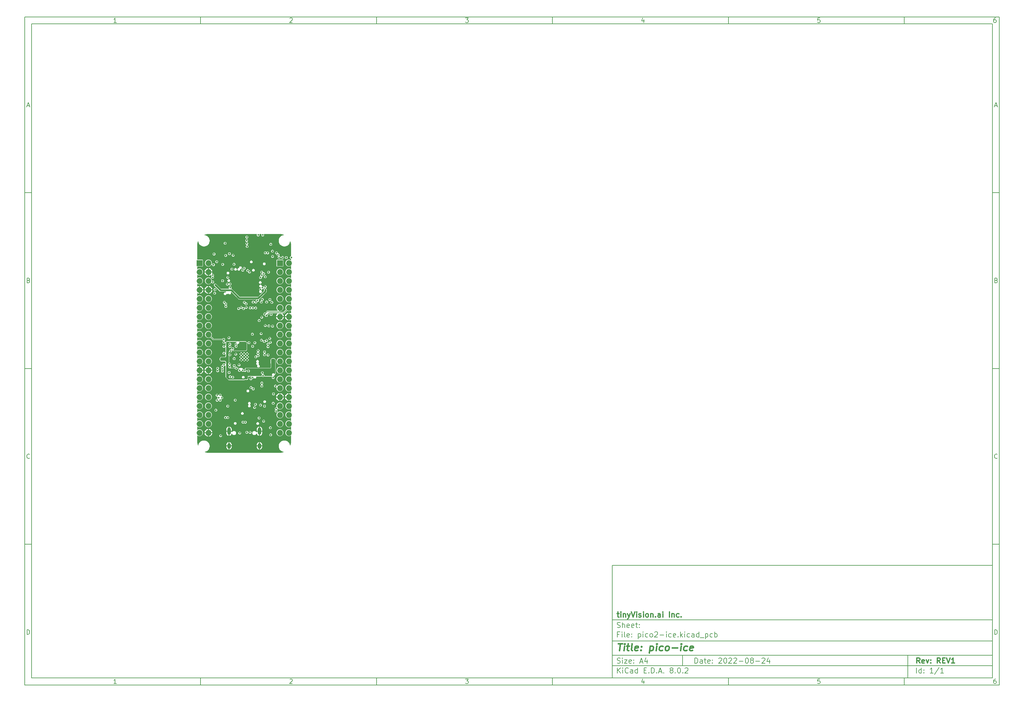
<source format=gbr>
%TF.GenerationSoftware,KiCad,Pcbnew,8.0.2*%
%TF.CreationDate,2024-10-27T15:33:14-07:00*%
%TF.ProjectId,pico2-ice,7069636f-322d-4696-9365-2e6b69636164,REV1*%
%TF.SameCoordinates,Original*%
%TF.FileFunction,Copper,L2,Inr*%
%TF.FilePolarity,Positive*%
%FSLAX46Y46*%
G04 Gerber Fmt 4.6, Leading zero omitted, Abs format (unit mm)*
G04 Created by KiCad (PCBNEW 8.0.2) date 2024-10-27 15:33:14*
%MOMM*%
%LPD*%
G01*
G04 APERTURE LIST*
%ADD10C,0.100000*%
%ADD11C,0.150000*%
%ADD12C,0.300000*%
%ADD13C,0.400000*%
%TA.AperFunction,ComponentPad*%
%ADD14O,1.000000X2.100000*%
%TD*%
%TA.AperFunction,ComponentPad*%
%ADD15O,1.000000X1.600000*%
%TD*%
%TA.AperFunction,ComponentPad*%
%ADD16R,1.700000X1.700000*%
%TD*%
%TA.AperFunction,ComponentPad*%
%ADD17O,1.700000X1.700000*%
%TD*%
%TA.AperFunction,HeatsinkPad*%
%ADD18C,0.425000*%
%TD*%
%TA.AperFunction,ViaPad*%
%ADD19C,0.508000*%
%TD*%
%TA.AperFunction,Conductor*%
%ADD20C,0.508000*%
%TD*%
%TA.AperFunction,Conductor*%
%ADD21C,0.152400*%
%TD*%
G04 APERTURE END LIST*
D10*
D11*
X177002200Y-166007200D02*
X285002200Y-166007200D01*
X285002200Y-198007200D01*
X177002200Y-198007200D01*
X177002200Y-166007200D01*
D10*
D11*
X10000000Y-10000000D02*
X287002200Y-10000000D01*
X287002200Y-200007200D01*
X10000000Y-200007200D01*
X10000000Y-10000000D01*
D10*
D11*
X12000000Y-12000000D02*
X285002200Y-12000000D01*
X285002200Y-198007200D01*
X12000000Y-198007200D01*
X12000000Y-12000000D01*
D10*
D11*
X60000000Y-12000000D02*
X60000000Y-10000000D01*
D10*
D11*
X110000000Y-12000000D02*
X110000000Y-10000000D01*
D10*
D11*
X160000000Y-12000000D02*
X160000000Y-10000000D01*
D10*
D11*
X210000000Y-12000000D02*
X210000000Y-10000000D01*
D10*
D11*
X260000000Y-12000000D02*
X260000000Y-10000000D01*
D10*
D11*
X36089160Y-11593604D02*
X35346303Y-11593604D01*
X35717731Y-11593604D02*
X35717731Y-10293604D01*
X35717731Y-10293604D02*
X35593922Y-10479319D01*
X35593922Y-10479319D02*
X35470112Y-10603128D01*
X35470112Y-10603128D02*
X35346303Y-10665033D01*
D10*
D11*
X85346303Y-10417414D02*
X85408207Y-10355509D01*
X85408207Y-10355509D02*
X85532017Y-10293604D01*
X85532017Y-10293604D02*
X85841541Y-10293604D01*
X85841541Y-10293604D02*
X85965350Y-10355509D01*
X85965350Y-10355509D02*
X86027255Y-10417414D01*
X86027255Y-10417414D02*
X86089160Y-10541223D01*
X86089160Y-10541223D02*
X86089160Y-10665033D01*
X86089160Y-10665033D02*
X86027255Y-10850747D01*
X86027255Y-10850747D02*
X85284398Y-11593604D01*
X85284398Y-11593604D02*
X86089160Y-11593604D01*
D10*
D11*
X135284398Y-10293604D02*
X136089160Y-10293604D01*
X136089160Y-10293604D02*
X135655826Y-10788842D01*
X135655826Y-10788842D02*
X135841541Y-10788842D01*
X135841541Y-10788842D02*
X135965350Y-10850747D01*
X135965350Y-10850747D02*
X136027255Y-10912652D01*
X136027255Y-10912652D02*
X136089160Y-11036461D01*
X136089160Y-11036461D02*
X136089160Y-11345985D01*
X136089160Y-11345985D02*
X136027255Y-11469795D01*
X136027255Y-11469795D02*
X135965350Y-11531700D01*
X135965350Y-11531700D02*
X135841541Y-11593604D01*
X135841541Y-11593604D02*
X135470112Y-11593604D01*
X135470112Y-11593604D02*
X135346303Y-11531700D01*
X135346303Y-11531700D02*
X135284398Y-11469795D01*
D10*
D11*
X185965350Y-10726938D02*
X185965350Y-11593604D01*
X185655826Y-10231700D02*
X185346303Y-11160271D01*
X185346303Y-11160271D02*
X186151064Y-11160271D01*
D10*
D11*
X236027255Y-10293604D02*
X235408207Y-10293604D01*
X235408207Y-10293604D02*
X235346303Y-10912652D01*
X235346303Y-10912652D02*
X235408207Y-10850747D01*
X235408207Y-10850747D02*
X235532017Y-10788842D01*
X235532017Y-10788842D02*
X235841541Y-10788842D01*
X235841541Y-10788842D02*
X235965350Y-10850747D01*
X235965350Y-10850747D02*
X236027255Y-10912652D01*
X236027255Y-10912652D02*
X236089160Y-11036461D01*
X236089160Y-11036461D02*
X236089160Y-11345985D01*
X236089160Y-11345985D02*
X236027255Y-11469795D01*
X236027255Y-11469795D02*
X235965350Y-11531700D01*
X235965350Y-11531700D02*
X235841541Y-11593604D01*
X235841541Y-11593604D02*
X235532017Y-11593604D01*
X235532017Y-11593604D02*
X235408207Y-11531700D01*
X235408207Y-11531700D02*
X235346303Y-11469795D01*
D10*
D11*
X285965350Y-10293604D02*
X285717731Y-10293604D01*
X285717731Y-10293604D02*
X285593922Y-10355509D01*
X285593922Y-10355509D02*
X285532017Y-10417414D01*
X285532017Y-10417414D02*
X285408207Y-10603128D01*
X285408207Y-10603128D02*
X285346303Y-10850747D01*
X285346303Y-10850747D02*
X285346303Y-11345985D01*
X285346303Y-11345985D02*
X285408207Y-11469795D01*
X285408207Y-11469795D02*
X285470112Y-11531700D01*
X285470112Y-11531700D02*
X285593922Y-11593604D01*
X285593922Y-11593604D02*
X285841541Y-11593604D01*
X285841541Y-11593604D02*
X285965350Y-11531700D01*
X285965350Y-11531700D02*
X286027255Y-11469795D01*
X286027255Y-11469795D02*
X286089160Y-11345985D01*
X286089160Y-11345985D02*
X286089160Y-11036461D01*
X286089160Y-11036461D02*
X286027255Y-10912652D01*
X286027255Y-10912652D02*
X285965350Y-10850747D01*
X285965350Y-10850747D02*
X285841541Y-10788842D01*
X285841541Y-10788842D02*
X285593922Y-10788842D01*
X285593922Y-10788842D02*
X285470112Y-10850747D01*
X285470112Y-10850747D02*
X285408207Y-10912652D01*
X285408207Y-10912652D02*
X285346303Y-11036461D01*
D10*
D11*
X60000000Y-198007200D02*
X60000000Y-200007200D01*
D10*
D11*
X110000000Y-198007200D02*
X110000000Y-200007200D01*
D10*
D11*
X160000000Y-198007200D02*
X160000000Y-200007200D01*
D10*
D11*
X210000000Y-198007200D02*
X210000000Y-200007200D01*
D10*
D11*
X260000000Y-198007200D02*
X260000000Y-200007200D01*
D10*
D11*
X36089160Y-199600804D02*
X35346303Y-199600804D01*
X35717731Y-199600804D02*
X35717731Y-198300804D01*
X35717731Y-198300804D02*
X35593922Y-198486519D01*
X35593922Y-198486519D02*
X35470112Y-198610328D01*
X35470112Y-198610328D02*
X35346303Y-198672233D01*
D10*
D11*
X85346303Y-198424614D02*
X85408207Y-198362709D01*
X85408207Y-198362709D02*
X85532017Y-198300804D01*
X85532017Y-198300804D02*
X85841541Y-198300804D01*
X85841541Y-198300804D02*
X85965350Y-198362709D01*
X85965350Y-198362709D02*
X86027255Y-198424614D01*
X86027255Y-198424614D02*
X86089160Y-198548423D01*
X86089160Y-198548423D02*
X86089160Y-198672233D01*
X86089160Y-198672233D02*
X86027255Y-198857947D01*
X86027255Y-198857947D02*
X85284398Y-199600804D01*
X85284398Y-199600804D02*
X86089160Y-199600804D01*
D10*
D11*
X135284398Y-198300804D02*
X136089160Y-198300804D01*
X136089160Y-198300804D02*
X135655826Y-198796042D01*
X135655826Y-198796042D02*
X135841541Y-198796042D01*
X135841541Y-198796042D02*
X135965350Y-198857947D01*
X135965350Y-198857947D02*
X136027255Y-198919852D01*
X136027255Y-198919852D02*
X136089160Y-199043661D01*
X136089160Y-199043661D02*
X136089160Y-199353185D01*
X136089160Y-199353185D02*
X136027255Y-199476995D01*
X136027255Y-199476995D02*
X135965350Y-199538900D01*
X135965350Y-199538900D02*
X135841541Y-199600804D01*
X135841541Y-199600804D02*
X135470112Y-199600804D01*
X135470112Y-199600804D02*
X135346303Y-199538900D01*
X135346303Y-199538900D02*
X135284398Y-199476995D01*
D10*
D11*
X185965350Y-198734138D02*
X185965350Y-199600804D01*
X185655826Y-198238900D02*
X185346303Y-199167471D01*
X185346303Y-199167471D02*
X186151064Y-199167471D01*
D10*
D11*
X236027255Y-198300804D02*
X235408207Y-198300804D01*
X235408207Y-198300804D02*
X235346303Y-198919852D01*
X235346303Y-198919852D02*
X235408207Y-198857947D01*
X235408207Y-198857947D02*
X235532017Y-198796042D01*
X235532017Y-198796042D02*
X235841541Y-198796042D01*
X235841541Y-198796042D02*
X235965350Y-198857947D01*
X235965350Y-198857947D02*
X236027255Y-198919852D01*
X236027255Y-198919852D02*
X236089160Y-199043661D01*
X236089160Y-199043661D02*
X236089160Y-199353185D01*
X236089160Y-199353185D02*
X236027255Y-199476995D01*
X236027255Y-199476995D02*
X235965350Y-199538900D01*
X235965350Y-199538900D02*
X235841541Y-199600804D01*
X235841541Y-199600804D02*
X235532017Y-199600804D01*
X235532017Y-199600804D02*
X235408207Y-199538900D01*
X235408207Y-199538900D02*
X235346303Y-199476995D01*
D10*
D11*
X285965350Y-198300804D02*
X285717731Y-198300804D01*
X285717731Y-198300804D02*
X285593922Y-198362709D01*
X285593922Y-198362709D02*
X285532017Y-198424614D01*
X285532017Y-198424614D02*
X285408207Y-198610328D01*
X285408207Y-198610328D02*
X285346303Y-198857947D01*
X285346303Y-198857947D02*
X285346303Y-199353185D01*
X285346303Y-199353185D02*
X285408207Y-199476995D01*
X285408207Y-199476995D02*
X285470112Y-199538900D01*
X285470112Y-199538900D02*
X285593922Y-199600804D01*
X285593922Y-199600804D02*
X285841541Y-199600804D01*
X285841541Y-199600804D02*
X285965350Y-199538900D01*
X285965350Y-199538900D02*
X286027255Y-199476995D01*
X286027255Y-199476995D02*
X286089160Y-199353185D01*
X286089160Y-199353185D02*
X286089160Y-199043661D01*
X286089160Y-199043661D02*
X286027255Y-198919852D01*
X286027255Y-198919852D02*
X285965350Y-198857947D01*
X285965350Y-198857947D02*
X285841541Y-198796042D01*
X285841541Y-198796042D02*
X285593922Y-198796042D01*
X285593922Y-198796042D02*
X285470112Y-198857947D01*
X285470112Y-198857947D02*
X285408207Y-198919852D01*
X285408207Y-198919852D02*
X285346303Y-199043661D01*
D10*
D11*
X10000000Y-60000000D02*
X12000000Y-60000000D01*
D10*
D11*
X10000000Y-110000000D02*
X12000000Y-110000000D01*
D10*
D11*
X10000000Y-160000000D02*
X12000000Y-160000000D01*
D10*
D11*
X10690476Y-35222176D02*
X11309523Y-35222176D01*
X10566666Y-35593604D02*
X10999999Y-34293604D01*
X10999999Y-34293604D02*
X11433333Y-35593604D01*
D10*
D11*
X11092857Y-84912652D02*
X11278571Y-84974557D01*
X11278571Y-84974557D02*
X11340476Y-85036461D01*
X11340476Y-85036461D02*
X11402380Y-85160271D01*
X11402380Y-85160271D02*
X11402380Y-85345985D01*
X11402380Y-85345985D02*
X11340476Y-85469795D01*
X11340476Y-85469795D02*
X11278571Y-85531700D01*
X11278571Y-85531700D02*
X11154761Y-85593604D01*
X11154761Y-85593604D02*
X10659523Y-85593604D01*
X10659523Y-85593604D02*
X10659523Y-84293604D01*
X10659523Y-84293604D02*
X11092857Y-84293604D01*
X11092857Y-84293604D02*
X11216666Y-84355509D01*
X11216666Y-84355509D02*
X11278571Y-84417414D01*
X11278571Y-84417414D02*
X11340476Y-84541223D01*
X11340476Y-84541223D02*
X11340476Y-84665033D01*
X11340476Y-84665033D02*
X11278571Y-84788842D01*
X11278571Y-84788842D02*
X11216666Y-84850747D01*
X11216666Y-84850747D02*
X11092857Y-84912652D01*
X11092857Y-84912652D02*
X10659523Y-84912652D01*
D10*
D11*
X11402380Y-135469795D02*
X11340476Y-135531700D01*
X11340476Y-135531700D02*
X11154761Y-135593604D01*
X11154761Y-135593604D02*
X11030952Y-135593604D01*
X11030952Y-135593604D02*
X10845238Y-135531700D01*
X10845238Y-135531700D02*
X10721428Y-135407890D01*
X10721428Y-135407890D02*
X10659523Y-135284080D01*
X10659523Y-135284080D02*
X10597619Y-135036461D01*
X10597619Y-135036461D02*
X10597619Y-134850747D01*
X10597619Y-134850747D02*
X10659523Y-134603128D01*
X10659523Y-134603128D02*
X10721428Y-134479319D01*
X10721428Y-134479319D02*
X10845238Y-134355509D01*
X10845238Y-134355509D02*
X11030952Y-134293604D01*
X11030952Y-134293604D02*
X11154761Y-134293604D01*
X11154761Y-134293604D02*
X11340476Y-134355509D01*
X11340476Y-134355509D02*
X11402380Y-134417414D01*
D10*
D11*
X10659523Y-185593604D02*
X10659523Y-184293604D01*
X10659523Y-184293604D02*
X10969047Y-184293604D01*
X10969047Y-184293604D02*
X11154761Y-184355509D01*
X11154761Y-184355509D02*
X11278571Y-184479319D01*
X11278571Y-184479319D02*
X11340476Y-184603128D01*
X11340476Y-184603128D02*
X11402380Y-184850747D01*
X11402380Y-184850747D02*
X11402380Y-185036461D01*
X11402380Y-185036461D02*
X11340476Y-185284080D01*
X11340476Y-185284080D02*
X11278571Y-185407890D01*
X11278571Y-185407890D02*
X11154761Y-185531700D01*
X11154761Y-185531700D02*
X10969047Y-185593604D01*
X10969047Y-185593604D02*
X10659523Y-185593604D01*
D10*
D11*
X287002200Y-60000000D02*
X285002200Y-60000000D01*
D10*
D11*
X287002200Y-110000000D02*
X285002200Y-110000000D01*
D10*
D11*
X287002200Y-160000000D02*
X285002200Y-160000000D01*
D10*
D11*
X285692676Y-35222176D02*
X286311723Y-35222176D01*
X285568866Y-35593604D02*
X286002199Y-34293604D01*
X286002199Y-34293604D02*
X286435533Y-35593604D01*
D10*
D11*
X286095057Y-84912652D02*
X286280771Y-84974557D01*
X286280771Y-84974557D02*
X286342676Y-85036461D01*
X286342676Y-85036461D02*
X286404580Y-85160271D01*
X286404580Y-85160271D02*
X286404580Y-85345985D01*
X286404580Y-85345985D02*
X286342676Y-85469795D01*
X286342676Y-85469795D02*
X286280771Y-85531700D01*
X286280771Y-85531700D02*
X286156961Y-85593604D01*
X286156961Y-85593604D02*
X285661723Y-85593604D01*
X285661723Y-85593604D02*
X285661723Y-84293604D01*
X285661723Y-84293604D02*
X286095057Y-84293604D01*
X286095057Y-84293604D02*
X286218866Y-84355509D01*
X286218866Y-84355509D02*
X286280771Y-84417414D01*
X286280771Y-84417414D02*
X286342676Y-84541223D01*
X286342676Y-84541223D02*
X286342676Y-84665033D01*
X286342676Y-84665033D02*
X286280771Y-84788842D01*
X286280771Y-84788842D02*
X286218866Y-84850747D01*
X286218866Y-84850747D02*
X286095057Y-84912652D01*
X286095057Y-84912652D02*
X285661723Y-84912652D01*
D10*
D11*
X286404580Y-135469795D02*
X286342676Y-135531700D01*
X286342676Y-135531700D02*
X286156961Y-135593604D01*
X286156961Y-135593604D02*
X286033152Y-135593604D01*
X286033152Y-135593604D02*
X285847438Y-135531700D01*
X285847438Y-135531700D02*
X285723628Y-135407890D01*
X285723628Y-135407890D02*
X285661723Y-135284080D01*
X285661723Y-135284080D02*
X285599819Y-135036461D01*
X285599819Y-135036461D02*
X285599819Y-134850747D01*
X285599819Y-134850747D02*
X285661723Y-134603128D01*
X285661723Y-134603128D02*
X285723628Y-134479319D01*
X285723628Y-134479319D02*
X285847438Y-134355509D01*
X285847438Y-134355509D02*
X286033152Y-134293604D01*
X286033152Y-134293604D02*
X286156961Y-134293604D01*
X286156961Y-134293604D02*
X286342676Y-134355509D01*
X286342676Y-134355509D02*
X286404580Y-134417414D01*
D10*
D11*
X285661723Y-185593604D02*
X285661723Y-184293604D01*
X285661723Y-184293604D02*
X285971247Y-184293604D01*
X285971247Y-184293604D02*
X286156961Y-184355509D01*
X286156961Y-184355509D02*
X286280771Y-184479319D01*
X286280771Y-184479319D02*
X286342676Y-184603128D01*
X286342676Y-184603128D02*
X286404580Y-184850747D01*
X286404580Y-184850747D02*
X286404580Y-185036461D01*
X286404580Y-185036461D02*
X286342676Y-185284080D01*
X286342676Y-185284080D02*
X286280771Y-185407890D01*
X286280771Y-185407890D02*
X286156961Y-185531700D01*
X286156961Y-185531700D02*
X285971247Y-185593604D01*
X285971247Y-185593604D02*
X285661723Y-185593604D01*
D10*
D11*
X200458026Y-193793328D02*
X200458026Y-192293328D01*
X200458026Y-192293328D02*
X200815169Y-192293328D01*
X200815169Y-192293328D02*
X201029455Y-192364757D01*
X201029455Y-192364757D02*
X201172312Y-192507614D01*
X201172312Y-192507614D02*
X201243741Y-192650471D01*
X201243741Y-192650471D02*
X201315169Y-192936185D01*
X201315169Y-192936185D02*
X201315169Y-193150471D01*
X201315169Y-193150471D02*
X201243741Y-193436185D01*
X201243741Y-193436185D02*
X201172312Y-193579042D01*
X201172312Y-193579042D02*
X201029455Y-193721900D01*
X201029455Y-193721900D02*
X200815169Y-193793328D01*
X200815169Y-193793328D02*
X200458026Y-193793328D01*
X202600884Y-193793328D02*
X202600884Y-193007614D01*
X202600884Y-193007614D02*
X202529455Y-192864757D01*
X202529455Y-192864757D02*
X202386598Y-192793328D01*
X202386598Y-192793328D02*
X202100884Y-192793328D01*
X202100884Y-192793328D02*
X201958026Y-192864757D01*
X202600884Y-193721900D02*
X202458026Y-193793328D01*
X202458026Y-193793328D02*
X202100884Y-193793328D01*
X202100884Y-193793328D02*
X201958026Y-193721900D01*
X201958026Y-193721900D02*
X201886598Y-193579042D01*
X201886598Y-193579042D02*
X201886598Y-193436185D01*
X201886598Y-193436185D02*
X201958026Y-193293328D01*
X201958026Y-193293328D02*
X202100884Y-193221900D01*
X202100884Y-193221900D02*
X202458026Y-193221900D01*
X202458026Y-193221900D02*
X202600884Y-193150471D01*
X203100884Y-192793328D02*
X203672312Y-192793328D01*
X203315169Y-192293328D02*
X203315169Y-193579042D01*
X203315169Y-193579042D02*
X203386598Y-193721900D01*
X203386598Y-193721900D02*
X203529455Y-193793328D01*
X203529455Y-193793328D02*
X203672312Y-193793328D01*
X204743741Y-193721900D02*
X204600884Y-193793328D01*
X204600884Y-193793328D02*
X204315170Y-193793328D01*
X204315170Y-193793328D02*
X204172312Y-193721900D01*
X204172312Y-193721900D02*
X204100884Y-193579042D01*
X204100884Y-193579042D02*
X204100884Y-193007614D01*
X204100884Y-193007614D02*
X204172312Y-192864757D01*
X204172312Y-192864757D02*
X204315170Y-192793328D01*
X204315170Y-192793328D02*
X204600884Y-192793328D01*
X204600884Y-192793328D02*
X204743741Y-192864757D01*
X204743741Y-192864757D02*
X204815170Y-193007614D01*
X204815170Y-193007614D02*
X204815170Y-193150471D01*
X204815170Y-193150471D02*
X204100884Y-193293328D01*
X205458026Y-193650471D02*
X205529455Y-193721900D01*
X205529455Y-193721900D02*
X205458026Y-193793328D01*
X205458026Y-193793328D02*
X205386598Y-193721900D01*
X205386598Y-193721900D02*
X205458026Y-193650471D01*
X205458026Y-193650471D02*
X205458026Y-193793328D01*
X205458026Y-192864757D02*
X205529455Y-192936185D01*
X205529455Y-192936185D02*
X205458026Y-193007614D01*
X205458026Y-193007614D02*
X205386598Y-192936185D01*
X205386598Y-192936185D02*
X205458026Y-192864757D01*
X205458026Y-192864757D02*
X205458026Y-193007614D01*
X207243741Y-192436185D02*
X207315169Y-192364757D01*
X207315169Y-192364757D02*
X207458027Y-192293328D01*
X207458027Y-192293328D02*
X207815169Y-192293328D01*
X207815169Y-192293328D02*
X207958027Y-192364757D01*
X207958027Y-192364757D02*
X208029455Y-192436185D01*
X208029455Y-192436185D02*
X208100884Y-192579042D01*
X208100884Y-192579042D02*
X208100884Y-192721900D01*
X208100884Y-192721900D02*
X208029455Y-192936185D01*
X208029455Y-192936185D02*
X207172312Y-193793328D01*
X207172312Y-193793328D02*
X208100884Y-193793328D01*
X209029455Y-192293328D02*
X209172312Y-192293328D01*
X209172312Y-192293328D02*
X209315169Y-192364757D01*
X209315169Y-192364757D02*
X209386598Y-192436185D01*
X209386598Y-192436185D02*
X209458026Y-192579042D01*
X209458026Y-192579042D02*
X209529455Y-192864757D01*
X209529455Y-192864757D02*
X209529455Y-193221900D01*
X209529455Y-193221900D02*
X209458026Y-193507614D01*
X209458026Y-193507614D02*
X209386598Y-193650471D01*
X209386598Y-193650471D02*
X209315169Y-193721900D01*
X209315169Y-193721900D02*
X209172312Y-193793328D01*
X209172312Y-193793328D02*
X209029455Y-193793328D01*
X209029455Y-193793328D02*
X208886598Y-193721900D01*
X208886598Y-193721900D02*
X208815169Y-193650471D01*
X208815169Y-193650471D02*
X208743740Y-193507614D01*
X208743740Y-193507614D02*
X208672312Y-193221900D01*
X208672312Y-193221900D02*
X208672312Y-192864757D01*
X208672312Y-192864757D02*
X208743740Y-192579042D01*
X208743740Y-192579042D02*
X208815169Y-192436185D01*
X208815169Y-192436185D02*
X208886598Y-192364757D01*
X208886598Y-192364757D02*
X209029455Y-192293328D01*
X210100883Y-192436185D02*
X210172311Y-192364757D01*
X210172311Y-192364757D02*
X210315169Y-192293328D01*
X210315169Y-192293328D02*
X210672311Y-192293328D01*
X210672311Y-192293328D02*
X210815169Y-192364757D01*
X210815169Y-192364757D02*
X210886597Y-192436185D01*
X210886597Y-192436185D02*
X210958026Y-192579042D01*
X210958026Y-192579042D02*
X210958026Y-192721900D01*
X210958026Y-192721900D02*
X210886597Y-192936185D01*
X210886597Y-192936185D02*
X210029454Y-193793328D01*
X210029454Y-193793328D02*
X210958026Y-193793328D01*
X211529454Y-192436185D02*
X211600882Y-192364757D01*
X211600882Y-192364757D02*
X211743740Y-192293328D01*
X211743740Y-192293328D02*
X212100882Y-192293328D01*
X212100882Y-192293328D02*
X212243740Y-192364757D01*
X212243740Y-192364757D02*
X212315168Y-192436185D01*
X212315168Y-192436185D02*
X212386597Y-192579042D01*
X212386597Y-192579042D02*
X212386597Y-192721900D01*
X212386597Y-192721900D02*
X212315168Y-192936185D01*
X212315168Y-192936185D02*
X211458025Y-193793328D01*
X211458025Y-193793328D02*
X212386597Y-193793328D01*
X213029453Y-193221900D02*
X214172311Y-193221900D01*
X215172311Y-192293328D02*
X215315168Y-192293328D01*
X215315168Y-192293328D02*
X215458025Y-192364757D01*
X215458025Y-192364757D02*
X215529454Y-192436185D01*
X215529454Y-192436185D02*
X215600882Y-192579042D01*
X215600882Y-192579042D02*
X215672311Y-192864757D01*
X215672311Y-192864757D02*
X215672311Y-193221900D01*
X215672311Y-193221900D02*
X215600882Y-193507614D01*
X215600882Y-193507614D02*
X215529454Y-193650471D01*
X215529454Y-193650471D02*
X215458025Y-193721900D01*
X215458025Y-193721900D02*
X215315168Y-193793328D01*
X215315168Y-193793328D02*
X215172311Y-193793328D01*
X215172311Y-193793328D02*
X215029454Y-193721900D01*
X215029454Y-193721900D02*
X214958025Y-193650471D01*
X214958025Y-193650471D02*
X214886596Y-193507614D01*
X214886596Y-193507614D02*
X214815168Y-193221900D01*
X214815168Y-193221900D02*
X214815168Y-192864757D01*
X214815168Y-192864757D02*
X214886596Y-192579042D01*
X214886596Y-192579042D02*
X214958025Y-192436185D01*
X214958025Y-192436185D02*
X215029454Y-192364757D01*
X215029454Y-192364757D02*
X215172311Y-192293328D01*
X216529453Y-192936185D02*
X216386596Y-192864757D01*
X216386596Y-192864757D02*
X216315167Y-192793328D01*
X216315167Y-192793328D02*
X216243739Y-192650471D01*
X216243739Y-192650471D02*
X216243739Y-192579042D01*
X216243739Y-192579042D02*
X216315167Y-192436185D01*
X216315167Y-192436185D02*
X216386596Y-192364757D01*
X216386596Y-192364757D02*
X216529453Y-192293328D01*
X216529453Y-192293328D02*
X216815167Y-192293328D01*
X216815167Y-192293328D02*
X216958025Y-192364757D01*
X216958025Y-192364757D02*
X217029453Y-192436185D01*
X217029453Y-192436185D02*
X217100882Y-192579042D01*
X217100882Y-192579042D02*
X217100882Y-192650471D01*
X217100882Y-192650471D02*
X217029453Y-192793328D01*
X217029453Y-192793328D02*
X216958025Y-192864757D01*
X216958025Y-192864757D02*
X216815167Y-192936185D01*
X216815167Y-192936185D02*
X216529453Y-192936185D01*
X216529453Y-192936185D02*
X216386596Y-193007614D01*
X216386596Y-193007614D02*
X216315167Y-193079042D01*
X216315167Y-193079042D02*
X216243739Y-193221900D01*
X216243739Y-193221900D02*
X216243739Y-193507614D01*
X216243739Y-193507614D02*
X216315167Y-193650471D01*
X216315167Y-193650471D02*
X216386596Y-193721900D01*
X216386596Y-193721900D02*
X216529453Y-193793328D01*
X216529453Y-193793328D02*
X216815167Y-193793328D01*
X216815167Y-193793328D02*
X216958025Y-193721900D01*
X216958025Y-193721900D02*
X217029453Y-193650471D01*
X217029453Y-193650471D02*
X217100882Y-193507614D01*
X217100882Y-193507614D02*
X217100882Y-193221900D01*
X217100882Y-193221900D02*
X217029453Y-193079042D01*
X217029453Y-193079042D02*
X216958025Y-193007614D01*
X216958025Y-193007614D02*
X216815167Y-192936185D01*
X217743738Y-193221900D02*
X218886596Y-193221900D01*
X219529453Y-192436185D02*
X219600881Y-192364757D01*
X219600881Y-192364757D02*
X219743739Y-192293328D01*
X219743739Y-192293328D02*
X220100881Y-192293328D01*
X220100881Y-192293328D02*
X220243739Y-192364757D01*
X220243739Y-192364757D02*
X220315167Y-192436185D01*
X220315167Y-192436185D02*
X220386596Y-192579042D01*
X220386596Y-192579042D02*
X220386596Y-192721900D01*
X220386596Y-192721900D02*
X220315167Y-192936185D01*
X220315167Y-192936185D02*
X219458024Y-193793328D01*
X219458024Y-193793328D02*
X220386596Y-193793328D01*
X221672310Y-192793328D02*
X221672310Y-193793328D01*
X221315167Y-192221900D02*
X220958024Y-193293328D01*
X220958024Y-193293328D02*
X221886595Y-193293328D01*
D10*
D11*
X177002200Y-194507200D02*
X285002200Y-194507200D01*
D10*
D11*
X178458026Y-196593328D02*
X178458026Y-195093328D01*
X179315169Y-196593328D02*
X178672312Y-195736185D01*
X179315169Y-195093328D02*
X178458026Y-195950471D01*
X179958026Y-196593328D02*
X179958026Y-195593328D01*
X179958026Y-195093328D02*
X179886598Y-195164757D01*
X179886598Y-195164757D02*
X179958026Y-195236185D01*
X179958026Y-195236185D02*
X180029455Y-195164757D01*
X180029455Y-195164757D02*
X179958026Y-195093328D01*
X179958026Y-195093328D02*
X179958026Y-195236185D01*
X181529455Y-196450471D02*
X181458027Y-196521900D01*
X181458027Y-196521900D02*
X181243741Y-196593328D01*
X181243741Y-196593328D02*
X181100884Y-196593328D01*
X181100884Y-196593328D02*
X180886598Y-196521900D01*
X180886598Y-196521900D02*
X180743741Y-196379042D01*
X180743741Y-196379042D02*
X180672312Y-196236185D01*
X180672312Y-196236185D02*
X180600884Y-195950471D01*
X180600884Y-195950471D02*
X180600884Y-195736185D01*
X180600884Y-195736185D02*
X180672312Y-195450471D01*
X180672312Y-195450471D02*
X180743741Y-195307614D01*
X180743741Y-195307614D02*
X180886598Y-195164757D01*
X180886598Y-195164757D02*
X181100884Y-195093328D01*
X181100884Y-195093328D02*
X181243741Y-195093328D01*
X181243741Y-195093328D02*
X181458027Y-195164757D01*
X181458027Y-195164757D02*
X181529455Y-195236185D01*
X182815170Y-196593328D02*
X182815170Y-195807614D01*
X182815170Y-195807614D02*
X182743741Y-195664757D01*
X182743741Y-195664757D02*
X182600884Y-195593328D01*
X182600884Y-195593328D02*
X182315170Y-195593328D01*
X182315170Y-195593328D02*
X182172312Y-195664757D01*
X182815170Y-196521900D02*
X182672312Y-196593328D01*
X182672312Y-196593328D02*
X182315170Y-196593328D01*
X182315170Y-196593328D02*
X182172312Y-196521900D01*
X182172312Y-196521900D02*
X182100884Y-196379042D01*
X182100884Y-196379042D02*
X182100884Y-196236185D01*
X182100884Y-196236185D02*
X182172312Y-196093328D01*
X182172312Y-196093328D02*
X182315170Y-196021900D01*
X182315170Y-196021900D02*
X182672312Y-196021900D01*
X182672312Y-196021900D02*
X182815170Y-195950471D01*
X184172313Y-196593328D02*
X184172313Y-195093328D01*
X184172313Y-196521900D02*
X184029455Y-196593328D01*
X184029455Y-196593328D02*
X183743741Y-196593328D01*
X183743741Y-196593328D02*
X183600884Y-196521900D01*
X183600884Y-196521900D02*
X183529455Y-196450471D01*
X183529455Y-196450471D02*
X183458027Y-196307614D01*
X183458027Y-196307614D02*
X183458027Y-195879042D01*
X183458027Y-195879042D02*
X183529455Y-195736185D01*
X183529455Y-195736185D02*
X183600884Y-195664757D01*
X183600884Y-195664757D02*
X183743741Y-195593328D01*
X183743741Y-195593328D02*
X184029455Y-195593328D01*
X184029455Y-195593328D02*
X184172313Y-195664757D01*
X186029455Y-195807614D02*
X186529455Y-195807614D01*
X186743741Y-196593328D02*
X186029455Y-196593328D01*
X186029455Y-196593328D02*
X186029455Y-195093328D01*
X186029455Y-195093328D02*
X186743741Y-195093328D01*
X187386598Y-196450471D02*
X187458027Y-196521900D01*
X187458027Y-196521900D02*
X187386598Y-196593328D01*
X187386598Y-196593328D02*
X187315170Y-196521900D01*
X187315170Y-196521900D02*
X187386598Y-196450471D01*
X187386598Y-196450471D02*
X187386598Y-196593328D01*
X188100884Y-196593328D02*
X188100884Y-195093328D01*
X188100884Y-195093328D02*
X188458027Y-195093328D01*
X188458027Y-195093328D02*
X188672313Y-195164757D01*
X188672313Y-195164757D02*
X188815170Y-195307614D01*
X188815170Y-195307614D02*
X188886599Y-195450471D01*
X188886599Y-195450471D02*
X188958027Y-195736185D01*
X188958027Y-195736185D02*
X188958027Y-195950471D01*
X188958027Y-195950471D02*
X188886599Y-196236185D01*
X188886599Y-196236185D02*
X188815170Y-196379042D01*
X188815170Y-196379042D02*
X188672313Y-196521900D01*
X188672313Y-196521900D02*
X188458027Y-196593328D01*
X188458027Y-196593328D02*
X188100884Y-196593328D01*
X189600884Y-196450471D02*
X189672313Y-196521900D01*
X189672313Y-196521900D02*
X189600884Y-196593328D01*
X189600884Y-196593328D02*
X189529456Y-196521900D01*
X189529456Y-196521900D02*
X189600884Y-196450471D01*
X189600884Y-196450471D02*
X189600884Y-196593328D01*
X190243742Y-196164757D02*
X190958028Y-196164757D01*
X190100885Y-196593328D02*
X190600885Y-195093328D01*
X190600885Y-195093328D02*
X191100885Y-196593328D01*
X191600884Y-196450471D02*
X191672313Y-196521900D01*
X191672313Y-196521900D02*
X191600884Y-196593328D01*
X191600884Y-196593328D02*
X191529456Y-196521900D01*
X191529456Y-196521900D02*
X191600884Y-196450471D01*
X191600884Y-196450471D02*
X191600884Y-196593328D01*
X193672313Y-195736185D02*
X193529456Y-195664757D01*
X193529456Y-195664757D02*
X193458027Y-195593328D01*
X193458027Y-195593328D02*
X193386599Y-195450471D01*
X193386599Y-195450471D02*
X193386599Y-195379042D01*
X193386599Y-195379042D02*
X193458027Y-195236185D01*
X193458027Y-195236185D02*
X193529456Y-195164757D01*
X193529456Y-195164757D02*
X193672313Y-195093328D01*
X193672313Y-195093328D02*
X193958027Y-195093328D01*
X193958027Y-195093328D02*
X194100885Y-195164757D01*
X194100885Y-195164757D02*
X194172313Y-195236185D01*
X194172313Y-195236185D02*
X194243742Y-195379042D01*
X194243742Y-195379042D02*
X194243742Y-195450471D01*
X194243742Y-195450471D02*
X194172313Y-195593328D01*
X194172313Y-195593328D02*
X194100885Y-195664757D01*
X194100885Y-195664757D02*
X193958027Y-195736185D01*
X193958027Y-195736185D02*
X193672313Y-195736185D01*
X193672313Y-195736185D02*
X193529456Y-195807614D01*
X193529456Y-195807614D02*
X193458027Y-195879042D01*
X193458027Y-195879042D02*
X193386599Y-196021900D01*
X193386599Y-196021900D02*
X193386599Y-196307614D01*
X193386599Y-196307614D02*
X193458027Y-196450471D01*
X193458027Y-196450471D02*
X193529456Y-196521900D01*
X193529456Y-196521900D02*
X193672313Y-196593328D01*
X193672313Y-196593328D02*
X193958027Y-196593328D01*
X193958027Y-196593328D02*
X194100885Y-196521900D01*
X194100885Y-196521900D02*
X194172313Y-196450471D01*
X194172313Y-196450471D02*
X194243742Y-196307614D01*
X194243742Y-196307614D02*
X194243742Y-196021900D01*
X194243742Y-196021900D02*
X194172313Y-195879042D01*
X194172313Y-195879042D02*
X194100885Y-195807614D01*
X194100885Y-195807614D02*
X193958027Y-195736185D01*
X194886598Y-196450471D02*
X194958027Y-196521900D01*
X194958027Y-196521900D02*
X194886598Y-196593328D01*
X194886598Y-196593328D02*
X194815170Y-196521900D01*
X194815170Y-196521900D02*
X194886598Y-196450471D01*
X194886598Y-196450471D02*
X194886598Y-196593328D01*
X195886599Y-195093328D02*
X196029456Y-195093328D01*
X196029456Y-195093328D02*
X196172313Y-195164757D01*
X196172313Y-195164757D02*
X196243742Y-195236185D01*
X196243742Y-195236185D02*
X196315170Y-195379042D01*
X196315170Y-195379042D02*
X196386599Y-195664757D01*
X196386599Y-195664757D02*
X196386599Y-196021900D01*
X196386599Y-196021900D02*
X196315170Y-196307614D01*
X196315170Y-196307614D02*
X196243742Y-196450471D01*
X196243742Y-196450471D02*
X196172313Y-196521900D01*
X196172313Y-196521900D02*
X196029456Y-196593328D01*
X196029456Y-196593328D02*
X195886599Y-196593328D01*
X195886599Y-196593328D02*
X195743742Y-196521900D01*
X195743742Y-196521900D02*
X195672313Y-196450471D01*
X195672313Y-196450471D02*
X195600884Y-196307614D01*
X195600884Y-196307614D02*
X195529456Y-196021900D01*
X195529456Y-196021900D02*
X195529456Y-195664757D01*
X195529456Y-195664757D02*
X195600884Y-195379042D01*
X195600884Y-195379042D02*
X195672313Y-195236185D01*
X195672313Y-195236185D02*
X195743742Y-195164757D01*
X195743742Y-195164757D02*
X195886599Y-195093328D01*
X197029455Y-196450471D02*
X197100884Y-196521900D01*
X197100884Y-196521900D02*
X197029455Y-196593328D01*
X197029455Y-196593328D02*
X196958027Y-196521900D01*
X196958027Y-196521900D02*
X197029455Y-196450471D01*
X197029455Y-196450471D02*
X197029455Y-196593328D01*
X197672313Y-195236185D02*
X197743741Y-195164757D01*
X197743741Y-195164757D02*
X197886599Y-195093328D01*
X197886599Y-195093328D02*
X198243741Y-195093328D01*
X198243741Y-195093328D02*
X198386599Y-195164757D01*
X198386599Y-195164757D02*
X198458027Y-195236185D01*
X198458027Y-195236185D02*
X198529456Y-195379042D01*
X198529456Y-195379042D02*
X198529456Y-195521900D01*
X198529456Y-195521900D02*
X198458027Y-195736185D01*
X198458027Y-195736185D02*
X197600884Y-196593328D01*
X197600884Y-196593328D02*
X198529456Y-196593328D01*
D10*
D11*
X177002200Y-191507200D02*
X285002200Y-191507200D01*
D10*
D12*
X264413853Y-193785528D02*
X263913853Y-193071242D01*
X263556710Y-193785528D02*
X263556710Y-192285528D01*
X263556710Y-192285528D02*
X264128139Y-192285528D01*
X264128139Y-192285528D02*
X264270996Y-192356957D01*
X264270996Y-192356957D02*
X264342425Y-192428385D01*
X264342425Y-192428385D02*
X264413853Y-192571242D01*
X264413853Y-192571242D02*
X264413853Y-192785528D01*
X264413853Y-192785528D02*
X264342425Y-192928385D01*
X264342425Y-192928385D02*
X264270996Y-192999814D01*
X264270996Y-192999814D02*
X264128139Y-193071242D01*
X264128139Y-193071242D02*
X263556710Y-193071242D01*
X265628139Y-193714100D02*
X265485282Y-193785528D01*
X265485282Y-193785528D02*
X265199568Y-193785528D01*
X265199568Y-193785528D02*
X265056710Y-193714100D01*
X265056710Y-193714100D02*
X264985282Y-193571242D01*
X264985282Y-193571242D02*
X264985282Y-192999814D01*
X264985282Y-192999814D02*
X265056710Y-192856957D01*
X265056710Y-192856957D02*
X265199568Y-192785528D01*
X265199568Y-192785528D02*
X265485282Y-192785528D01*
X265485282Y-192785528D02*
X265628139Y-192856957D01*
X265628139Y-192856957D02*
X265699568Y-192999814D01*
X265699568Y-192999814D02*
X265699568Y-193142671D01*
X265699568Y-193142671D02*
X264985282Y-193285528D01*
X266199567Y-192785528D02*
X266556710Y-193785528D01*
X266556710Y-193785528D02*
X266913853Y-192785528D01*
X267485281Y-193642671D02*
X267556710Y-193714100D01*
X267556710Y-193714100D02*
X267485281Y-193785528D01*
X267485281Y-193785528D02*
X267413853Y-193714100D01*
X267413853Y-193714100D02*
X267485281Y-193642671D01*
X267485281Y-193642671D02*
X267485281Y-193785528D01*
X267485281Y-192856957D02*
X267556710Y-192928385D01*
X267556710Y-192928385D02*
X267485281Y-192999814D01*
X267485281Y-192999814D02*
X267413853Y-192928385D01*
X267413853Y-192928385D02*
X267485281Y-192856957D01*
X267485281Y-192856957D02*
X267485281Y-192999814D01*
X270199567Y-193785528D02*
X269699567Y-193071242D01*
X269342424Y-193785528D02*
X269342424Y-192285528D01*
X269342424Y-192285528D02*
X269913853Y-192285528D01*
X269913853Y-192285528D02*
X270056710Y-192356957D01*
X270056710Y-192356957D02*
X270128139Y-192428385D01*
X270128139Y-192428385D02*
X270199567Y-192571242D01*
X270199567Y-192571242D02*
X270199567Y-192785528D01*
X270199567Y-192785528D02*
X270128139Y-192928385D01*
X270128139Y-192928385D02*
X270056710Y-192999814D01*
X270056710Y-192999814D02*
X269913853Y-193071242D01*
X269913853Y-193071242D02*
X269342424Y-193071242D01*
X270842424Y-192999814D02*
X271342424Y-192999814D01*
X271556710Y-193785528D02*
X270842424Y-193785528D01*
X270842424Y-193785528D02*
X270842424Y-192285528D01*
X270842424Y-192285528D02*
X271556710Y-192285528D01*
X271985282Y-192285528D02*
X272485282Y-193785528D01*
X272485282Y-193785528D02*
X272985282Y-192285528D01*
X274270996Y-193785528D02*
X273413853Y-193785528D01*
X273842424Y-193785528D02*
X273842424Y-192285528D01*
X273842424Y-192285528D02*
X273699567Y-192499814D01*
X273699567Y-192499814D02*
X273556710Y-192642671D01*
X273556710Y-192642671D02*
X273413853Y-192714100D01*
D10*
D11*
X178386598Y-193721900D02*
X178600884Y-193793328D01*
X178600884Y-193793328D02*
X178958026Y-193793328D01*
X178958026Y-193793328D02*
X179100884Y-193721900D01*
X179100884Y-193721900D02*
X179172312Y-193650471D01*
X179172312Y-193650471D02*
X179243741Y-193507614D01*
X179243741Y-193507614D02*
X179243741Y-193364757D01*
X179243741Y-193364757D02*
X179172312Y-193221900D01*
X179172312Y-193221900D02*
X179100884Y-193150471D01*
X179100884Y-193150471D02*
X178958026Y-193079042D01*
X178958026Y-193079042D02*
X178672312Y-193007614D01*
X178672312Y-193007614D02*
X178529455Y-192936185D01*
X178529455Y-192936185D02*
X178458026Y-192864757D01*
X178458026Y-192864757D02*
X178386598Y-192721900D01*
X178386598Y-192721900D02*
X178386598Y-192579042D01*
X178386598Y-192579042D02*
X178458026Y-192436185D01*
X178458026Y-192436185D02*
X178529455Y-192364757D01*
X178529455Y-192364757D02*
X178672312Y-192293328D01*
X178672312Y-192293328D02*
X179029455Y-192293328D01*
X179029455Y-192293328D02*
X179243741Y-192364757D01*
X179886597Y-193793328D02*
X179886597Y-192793328D01*
X179886597Y-192293328D02*
X179815169Y-192364757D01*
X179815169Y-192364757D02*
X179886597Y-192436185D01*
X179886597Y-192436185D02*
X179958026Y-192364757D01*
X179958026Y-192364757D02*
X179886597Y-192293328D01*
X179886597Y-192293328D02*
X179886597Y-192436185D01*
X180458026Y-192793328D02*
X181243741Y-192793328D01*
X181243741Y-192793328D02*
X180458026Y-193793328D01*
X180458026Y-193793328D02*
X181243741Y-193793328D01*
X182386598Y-193721900D02*
X182243741Y-193793328D01*
X182243741Y-193793328D02*
X181958027Y-193793328D01*
X181958027Y-193793328D02*
X181815169Y-193721900D01*
X181815169Y-193721900D02*
X181743741Y-193579042D01*
X181743741Y-193579042D02*
X181743741Y-193007614D01*
X181743741Y-193007614D02*
X181815169Y-192864757D01*
X181815169Y-192864757D02*
X181958027Y-192793328D01*
X181958027Y-192793328D02*
X182243741Y-192793328D01*
X182243741Y-192793328D02*
X182386598Y-192864757D01*
X182386598Y-192864757D02*
X182458027Y-193007614D01*
X182458027Y-193007614D02*
X182458027Y-193150471D01*
X182458027Y-193150471D02*
X181743741Y-193293328D01*
X183100883Y-193650471D02*
X183172312Y-193721900D01*
X183172312Y-193721900D02*
X183100883Y-193793328D01*
X183100883Y-193793328D02*
X183029455Y-193721900D01*
X183029455Y-193721900D02*
X183100883Y-193650471D01*
X183100883Y-193650471D02*
X183100883Y-193793328D01*
X183100883Y-192864757D02*
X183172312Y-192936185D01*
X183172312Y-192936185D02*
X183100883Y-193007614D01*
X183100883Y-193007614D02*
X183029455Y-192936185D01*
X183029455Y-192936185D02*
X183100883Y-192864757D01*
X183100883Y-192864757D02*
X183100883Y-193007614D01*
X184886598Y-193364757D02*
X185600884Y-193364757D01*
X184743741Y-193793328D02*
X185243741Y-192293328D01*
X185243741Y-192293328D02*
X185743741Y-193793328D01*
X186886598Y-192793328D02*
X186886598Y-193793328D01*
X186529455Y-192221900D02*
X186172312Y-193293328D01*
X186172312Y-193293328D02*
X187100883Y-193293328D01*
D10*
D11*
X263458026Y-196593328D02*
X263458026Y-195093328D01*
X264815170Y-196593328D02*
X264815170Y-195093328D01*
X264815170Y-196521900D02*
X264672312Y-196593328D01*
X264672312Y-196593328D02*
X264386598Y-196593328D01*
X264386598Y-196593328D02*
X264243741Y-196521900D01*
X264243741Y-196521900D02*
X264172312Y-196450471D01*
X264172312Y-196450471D02*
X264100884Y-196307614D01*
X264100884Y-196307614D02*
X264100884Y-195879042D01*
X264100884Y-195879042D02*
X264172312Y-195736185D01*
X264172312Y-195736185D02*
X264243741Y-195664757D01*
X264243741Y-195664757D02*
X264386598Y-195593328D01*
X264386598Y-195593328D02*
X264672312Y-195593328D01*
X264672312Y-195593328D02*
X264815170Y-195664757D01*
X265529455Y-196450471D02*
X265600884Y-196521900D01*
X265600884Y-196521900D02*
X265529455Y-196593328D01*
X265529455Y-196593328D02*
X265458027Y-196521900D01*
X265458027Y-196521900D02*
X265529455Y-196450471D01*
X265529455Y-196450471D02*
X265529455Y-196593328D01*
X265529455Y-195664757D02*
X265600884Y-195736185D01*
X265600884Y-195736185D02*
X265529455Y-195807614D01*
X265529455Y-195807614D02*
X265458027Y-195736185D01*
X265458027Y-195736185D02*
X265529455Y-195664757D01*
X265529455Y-195664757D02*
X265529455Y-195807614D01*
X268172313Y-196593328D02*
X267315170Y-196593328D01*
X267743741Y-196593328D02*
X267743741Y-195093328D01*
X267743741Y-195093328D02*
X267600884Y-195307614D01*
X267600884Y-195307614D02*
X267458027Y-195450471D01*
X267458027Y-195450471D02*
X267315170Y-195521900D01*
X269886598Y-195021900D02*
X268600884Y-196950471D01*
X271172313Y-196593328D02*
X270315170Y-196593328D01*
X270743741Y-196593328D02*
X270743741Y-195093328D01*
X270743741Y-195093328D02*
X270600884Y-195307614D01*
X270600884Y-195307614D02*
X270458027Y-195450471D01*
X270458027Y-195450471D02*
X270315170Y-195521900D01*
D10*
D11*
X177002200Y-187507200D02*
X285002200Y-187507200D01*
D10*
D13*
X178693928Y-188211638D02*
X179836785Y-188211638D01*
X179015357Y-190211638D02*
X179265357Y-188211638D01*
X180253452Y-190211638D02*
X180420119Y-188878304D01*
X180503452Y-188211638D02*
X180396309Y-188306876D01*
X180396309Y-188306876D02*
X180479643Y-188402114D01*
X180479643Y-188402114D02*
X180586786Y-188306876D01*
X180586786Y-188306876D02*
X180503452Y-188211638D01*
X180503452Y-188211638D02*
X180479643Y-188402114D01*
X181086786Y-188878304D02*
X181848690Y-188878304D01*
X181455833Y-188211638D02*
X181241548Y-189925923D01*
X181241548Y-189925923D02*
X181312976Y-190116400D01*
X181312976Y-190116400D02*
X181491548Y-190211638D01*
X181491548Y-190211638D02*
X181682024Y-190211638D01*
X182634405Y-190211638D02*
X182455833Y-190116400D01*
X182455833Y-190116400D02*
X182384405Y-189925923D01*
X182384405Y-189925923D02*
X182598690Y-188211638D01*
X184170119Y-190116400D02*
X183967738Y-190211638D01*
X183967738Y-190211638D02*
X183586785Y-190211638D01*
X183586785Y-190211638D02*
X183408214Y-190116400D01*
X183408214Y-190116400D02*
X183336785Y-189925923D01*
X183336785Y-189925923D02*
X183432024Y-189164019D01*
X183432024Y-189164019D02*
X183551071Y-188973542D01*
X183551071Y-188973542D02*
X183753452Y-188878304D01*
X183753452Y-188878304D02*
X184134404Y-188878304D01*
X184134404Y-188878304D02*
X184312976Y-188973542D01*
X184312976Y-188973542D02*
X184384404Y-189164019D01*
X184384404Y-189164019D02*
X184360595Y-189354495D01*
X184360595Y-189354495D02*
X183384404Y-189544971D01*
X185134405Y-190021161D02*
X185217738Y-190116400D01*
X185217738Y-190116400D02*
X185110595Y-190211638D01*
X185110595Y-190211638D02*
X185027262Y-190116400D01*
X185027262Y-190116400D02*
X185134405Y-190021161D01*
X185134405Y-190021161D02*
X185110595Y-190211638D01*
X185265357Y-188973542D02*
X185348690Y-189068780D01*
X185348690Y-189068780D02*
X185241548Y-189164019D01*
X185241548Y-189164019D02*
X185158214Y-189068780D01*
X185158214Y-189068780D02*
X185265357Y-188973542D01*
X185265357Y-188973542D02*
X185241548Y-189164019D01*
X187753453Y-188878304D02*
X187503453Y-190878304D01*
X187741548Y-188973542D02*
X187943929Y-188878304D01*
X187943929Y-188878304D02*
X188324881Y-188878304D01*
X188324881Y-188878304D02*
X188503453Y-188973542D01*
X188503453Y-188973542D02*
X188586786Y-189068780D01*
X188586786Y-189068780D02*
X188658215Y-189259257D01*
X188658215Y-189259257D02*
X188586786Y-189830685D01*
X188586786Y-189830685D02*
X188467739Y-190021161D01*
X188467739Y-190021161D02*
X188360596Y-190116400D01*
X188360596Y-190116400D02*
X188158215Y-190211638D01*
X188158215Y-190211638D02*
X187777262Y-190211638D01*
X187777262Y-190211638D02*
X187598691Y-190116400D01*
X189396310Y-190211638D02*
X189562977Y-188878304D01*
X189646310Y-188211638D02*
X189539167Y-188306876D01*
X189539167Y-188306876D02*
X189622501Y-188402114D01*
X189622501Y-188402114D02*
X189729644Y-188306876D01*
X189729644Y-188306876D02*
X189646310Y-188211638D01*
X189646310Y-188211638D02*
X189622501Y-188402114D01*
X191217739Y-190116400D02*
X191015358Y-190211638D01*
X191015358Y-190211638D02*
X190634406Y-190211638D01*
X190634406Y-190211638D02*
X190455834Y-190116400D01*
X190455834Y-190116400D02*
X190372501Y-190021161D01*
X190372501Y-190021161D02*
X190301072Y-189830685D01*
X190301072Y-189830685D02*
X190372501Y-189259257D01*
X190372501Y-189259257D02*
X190491548Y-189068780D01*
X190491548Y-189068780D02*
X190598691Y-188973542D01*
X190598691Y-188973542D02*
X190801072Y-188878304D01*
X190801072Y-188878304D02*
X191182025Y-188878304D01*
X191182025Y-188878304D02*
X191360596Y-188973542D01*
X192348692Y-190211638D02*
X192170120Y-190116400D01*
X192170120Y-190116400D02*
X192086787Y-190021161D01*
X192086787Y-190021161D02*
X192015358Y-189830685D01*
X192015358Y-189830685D02*
X192086787Y-189259257D01*
X192086787Y-189259257D02*
X192205834Y-189068780D01*
X192205834Y-189068780D02*
X192312977Y-188973542D01*
X192312977Y-188973542D02*
X192515358Y-188878304D01*
X192515358Y-188878304D02*
X192801072Y-188878304D01*
X192801072Y-188878304D02*
X192979644Y-188973542D01*
X192979644Y-188973542D02*
X193062977Y-189068780D01*
X193062977Y-189068780D02*
X193134406Y-189259257D01*
X193134406Y-189259257D02*
X193062977Y-189830685D01*
X193062977Y-189830685D02*
X192943930Y-190021161D01*
X192943930Y-190021161D02*
X192836787Y-190116400D01*
X192836787Y-190116400D02*
X192634406Y-190211638D01*
X192634406Y-190211638D02*
X192348692Y-190211638D01*
X193967739Y-189449733D02*
X195491549Y-189449733D01*
X196348691Y-190211638D02*
X196515358Y-188878304D01*
X196598691Y-188211638D02*
X196491548Y-188306876D01*
X196491548Y-188306876D02*
X196574882Y-188402114D01*
X196574882Y-188402114D02*
X196682025Y-188306876D01*
X196682025Y-188306876D02*
X196598691Y-188211638D01*
X196598691Y-188211638D02*
X196574882Y-188402114D01*
X198170120Y-190116400D02*
X197967739Y-190211638D01*
X197967739Y-190211638D02*
X197586787Y-190211638D01*
X197586787Y-190211638D02*
X197408215Y-190116400D01*
X197408215Y-190116400D02*
X197324882Y-190021161D01*
X197324882Y-190021161D02*
X197253453Y-189830685D01*
X197253453Y-189830685D02*
X197324882Y-189259257D01*
X197324882Y-189259257D02*
X197443929Y-189068780D01*
X197443929Y-189068780D02*
X197551072Y-188973542D01*
X197551072Y-188973542D02*
X197753453Y-188878304D01*
X197753453Y-188878304D02*
X198134406Y-188878304D01*
X198134406Y-188878304D02*
X198312977Y-188973542D01*
X199789168Y-190116400D02*
X199586787Y-190211638D01*
X199586787Y-190211638D02*
X199205834Y-190211638D01*
X199205834Y-190211638D02*
X199027263Y-190116400D01*
X199027263Y-190116400D02*
X198955834Y-189925923D01*
X198955834Y-189925923D02*
X199051073Y-189164019D01*
X199051073Y-189164019D02*
X199170120Y-188973542D01*
X199170120Y-188973542D02*
X199372501Y-188878304D01*
X199372501Y-188878304D02*
X199753453Y-188878304D01*
X199753453Y-188878304D02*
X199932025Y-188973542D01*
X199932025Y-188973542D02*
X200003453Y-189164019D01*
X200003453Y-189164019D02*
X199979644Y-189354495D01*
X199979644Y-189354495D02*
X199003453Y-189544971D01*
D10*
D11*
X178958026Y-185607614D02*
X178458026Y-185607614D01*
X178458026Y-186393328D02*
X178458026Y-184893328D01*
X178458026Y-184893328D02*
X179172312Y-184893328D01*
X179743740Y-186393328D02*
X179743740Y-185393328D01*
X179743740Y-184893328D02*
X179672312Y-184964757D01*
X179672312Y-184964757D02*
X179743740Y-185036185D01*
X179743740Y-185036185D02*
X179815169Y-184964757D01*
X179815169Y-184964757D02*
X179743740Y-184893328D01*
X179743740Y-184893328D02*
X179743740Y-185036185D01*
X180672312Y-186393328D02*
X180529455Y-186321900D01*
X180529455Y-186321900D02*
X180458026Y-186179042D01*
X180458026Y-186179042D02*
X180458026Y-184893328D01*
X181815169Y-186321900D02*
X181672312Y-186393328D01*
X181672312Y-186393328D02*
X181386598Y-186393328D01*
X181386598Y-186393328D02*
X181243740Y-186321900D01*
X181243740Y-186321900D02*
X181172312Y-186179042D01*
X181172312Y-186179042D02*
X181172312Y-185607614D01*
X181172312Y-185607614D02*
X181243740Y-185464757D01*
X181243740Y-185464757D02*
X181386598Y-185393328D01*
X181386598Y-185393328D02*
X181672312Y-185393328D01*
X181672312Y-185393328D02*
X181815169Y-185464757D01*
X181815169Y-185464757D02*
X181886598Y-185607614D01*
X181886598Y-185607614D02*
X181886598Y-185750471D01*
X181886598Y-185750471D02*
X181172312Y-185893328D01*
X182529454Y-186250471D02*
X182600883Y-186321900D01*
X182600883Y-186321900D02*
X182529454Y-186393328D01*
X182529454Y-186393328D02*
X182458026Y-186321900D01*
X182458026Y-186321900D02*
X182529454Y-186250471D01*
X182529454Y-186250471D02*
X182529454Y-186393328D01*
X182529454Y-185464757D02*
X182600883Y-185536185D01*
X182600883Y-185536185D02*
X182529454Y-185607614D01*
X182529454Y-185607614D02*
X182458026Y-185536185D01*
X182458026Y-185536185D02*
X182529454Y-185464757D01*
X182529454Y-185464757D02*
X182529454Y-185607614D01*
X184386597Y-185393328D02*
X184386597Y-186893328D01*
X184386597Y-185464757D02*
X184529455Y-185393328D01*
X184529455Y-185393328D02*
X184815169Y-185393328D01*
X184815169Y-185393328D02*
X184958026Y-185464757D01*
X184958026Y-185464757D02*
X185029455Y-185536185D01*
X185029455Y-185536185D02*
X185100883Y-185679042D01*
X185100883Y-185679042D02*
X185100883Y-186107614D01*
X185100883Y-186107614D02*
X185029455Y-186250471D01*
X185029455Y-186250471D02*
X184958026Y-186321900D01*
X184958026Y-186321900D02*
X184815169Y-186393328D01*
X184815169Y-186393328D02*
X184529455Y-186393328D01*
X184529455Y-186393328D02*
X184386597Y-186321900D01*
X185743740Y-186393328D02*
X185743740Y-185393328D01*
X185743740Y-184893328D02*
X185672312Y-184964757D01*
X185672312Y-184964757D02*
X185743740Y-185036185D01*
X185743740Y-185036185D02*
X185815169Y-184964757D01*
X185815169Y-184964757D02*
X185743740Y-184893328D01*
X185743740Y-184893328D02*
X185743740Y-185036185D01*
X187100884Y-186321900D02*
X186958026Y-186393328D01*
X186958026Y-186393328D02*
X186672312Y-186393328D01*
X186672312Y-186393328D02*
X186529455Y-186321900D01*
X186529455Y-186321900D02*
X186458026Y-186250471D01*
X186458026Y-186250471D02*
X186386598Y-186107614D01*
X186386598Y-186107614D02*
X186386598Y-185679042D01*
X186386598Y-185679042D02*
X186458026Y-185536185D01*
X186458026Y-185536185D02*
X186529455Y-185464757D01*
X186529455Y-185464757D02*
X186672312Y-185393328D01*
X186672312Y-185393328D02*
X186958026Y-185393328D01*
X186958026Y-185393328D02*
X187100884Y-185464757D01*
X187958026Y-186393328D02*
X187815169Y-186321900D01*
X187815169Y-186321900D02*
X187743740Y-186250471D01*
X187743740Y-186250471D02*
X187672312Y-186107614D01*
X187672312Y-186107614D02*
X187672312Y-185679042D01*
X187672312Y-185679042D02*
X187743740Y-185536185D01*
X187743740Y-185536185D02*
X187815169Y-185464757D01*
X187815169Y-185464757D02*
X187958026Y-185393328D01*
X187958026Y-185393328D02*
X188172312Y-185393328D01*
X188172312Y-185393328D02*
X188315169Y-185464757D01*
X188315169Y-185464757D02*
X188386598Y-185536185D01*
X188386598Y-185536185D02*
X188458026Y-185679042D01*
X188458026Y-185679042D02*
X188458026Y-186107614D01*
X188458026Y-186107614D02*
X188386598Y-186250471D01*
X188386598Y-186250471D02*
X188315169Y-186321900D01*
X188315169Y-186321900D02*
X188172312Y-186393328D01*
X188172312Y-186393328D02*
X187958026Y-186393328D01*
X189029455Y-185036185D02*
X189100883Y-184964757D01*
X189100883Y-184964757D02*
X189243741Y-184893328D01*
X189243741Y-184893328D02*
X189600883Y-184893328D01*
X189600883Y-184893328D02*
X189743741Y-184964757D01*
X189743741Y-184964757D02*
X189815169Y-185036185D01*
X189815169Y-185036185D02*
X189886598Y-185179042D01*
X189886598Y-185179042D02*
X189886598Y-185321900D01*
X189886598Y-185321900D02*
X189815169Y-185536185D01*
X189815169Y-185536185D02*
X188958026Y-186393328D01*
X188958026Y-186393328D02*
X189886598Y-186393328D01*
X190529454Y-185821900D02*
X191672312Y-185821900D01*
X192386597Y-186393328D02*
X192386597Y-185393328D01*
X192386597Y-184893328D02*
X192315169Y-184964757D01*
X192315169Y-184964757D02*
X192386597Y-185036185D01*
X192386597Y-185036185D02*
X192458026Y-184964757D01*
X192458026Y-184964757D02*
X192386597Y-184893328D01*
X192386597Y-184893328D02*
X192386597Y-185036185D01*
X193743741Y-186321900D02*
X193600883Y-186393328D01*
X193600883Y-186393328D02*
X193315169Y-186393328D01*
X193315169Y-186393328D02*
X193172312Y-186321900D01*
X193172312Y-186321900D02*
X193100883Y-186250471D01*
X193100883Y-186250471D02*
X193029455Y-186107614D01*
X193029455Y-186107614D02*
X193029455Y-185679042D01*
X193029455Y-185679042D02*
X193100883Y-185536185D01*
X193100883Y-185536185D02*
X193172312Y-185464757D01*
X193172312Y-185464757D02*
X193315169Y-185393328D01*
X193315169Y-185393328D02*
X193600883Y-185393328D01*
X193600883Y-185393328D02*
X193743741Y-185464757D01*
X194958026Y-186321900D02*
X194815169Y-186393328D01*
X194815169Y-186393328D02*
X194529455Y-186393328D01*
X194529455Y-186393328D02*
X194386597Y-186321900D01*
X194386597Y-186321900D02*
X194315169Y-186179042D01*
X194315169Y-186179042D02*
X194315169Y-185607614D01*
X194315169Y-185607614D02*
X194386597Y-185464757D01*
X194386597Y-185464757D02*
X194529455Y-185393328D01*
X194529455Y-185393328D02*
X194815169Y-185393328D01*
X194815169Y-185393328D02*
X194958026Y-185464757D01*
X194958026Y-185464757D02*
X195029455Y-185607614D01*
X195029455Y-185607614D02*
X195029455Y-185750471D01*
X195029455Y-185750471D02*
X194315169Y-185893328D01*
X195672311Y-186250471D02*
X195743740Y-186321900D01*
X195743740Y-186321900D02*
X195672311Y-186393328D01*
X195672311Y-186393328D02*
X195600883Y-186321900D01*
X195600883Y-186321900D02*
X195672311Y-186250471D01*
X195672311Y-186250471D02*
X195672311Y-186393328D01*
X196386597Y-186393328D02*
X196386597Y-184893328D01*
X196529455Y-185821900D02*
X196958026Y-186393328D01*
X196958026Y-185393328D02*
X196386597Y-185964757D01*
X197600883Y-186393328D02*
X197600883Y-185393328D01*
X197600883Y-184893328D02*
X197529455Y-184964757D01*
X197529455Y-184964757D02*
X197600883Y-185036185D01*
X197600883Y-185036185D02*
X197672312Y-184964757D01*
X197672312Y-184964757D02*
X197600883Y-184893328D01*
X197600883Y-184893328D02*
X197600883Y-185036185D01*
X198958027Y-186321900D02*
X198815169Y-186393328D01*
X198815169Y-186393328D02*
X198529455Y-186393328D01*
X198529455Y-186393328D02*
X198386598Y-186321900D01*
X198386598Y-186321900D02*
X198315169Y-186250471D01*
X198315169Y-186250471D02*
X198243741Y-186107614D01*
X198243741Y-186107614D02*
X198243741Y-185679042D01*
X198243741Y-185679042D02*
X198315169Y-185536185D01*
X198315169Y-185536185D02*
X198386598Y-185464757D01*
X198386598Y-185464757D02*
X198529455Y-185393328D01*
X198529455Y-185393328D02*
X198815169Y-185393328D01*
X198815169Y-185393328D02*
X198958027Y-185464757D01*
X200243741Y-186393328D02*
X200243741Y-185607614D01*
X200243741Y-185607614D02*
X200172312Y-185464757D01*
X200172312Y-185464757D02*
X200029455Y-185393328D01*
X200029455Y-185393328D02*
X199743741Y-185393328D01*
X199743741Y-185393328D02*
X199600883Y-185464757D01*
X200243741Y-186321900D02*
X200100883Y-186393328D01*
X200100883Y-186393328D02*
X199743741Y-186393328D01*
X199743741Y-186393328D02*
X199600883Y-186321900D01*
X199600883Y-186321900D02*
X199529455Y-186179042D01*
X199529455Y-186179042D02*
X199529455Y-186036185D01*
X199529455Y-186036185D02*
X199600883Y-185893328D01*
X199600883Y-185893328D02*
X199743741Y-185821900D01*
X199743741Y-185821900D02*
X200100883Y-185821900D01*
X200100883Y-185821900D02*
X200243741Y-185750471D01*
X201600884Y-186393328D02*
X201600884Y-184893328D01*
X201600884Y-186321900D02*
X201458026Y-186393328D01*
X201458026Y-186393328D02*
X201172312Y-186393328D01*
X201172312Y-186393328D02*
X201029455Y-186321900D01*
X201029455Y-186321900D02*
X200958026Y-186250471D01*
X200958026Y-186250471D02*
X200886598Y-186107614D01*
X200886598Y-186107614D02*
X200886598Y-185679042D01*
X200886598Y-185679042D02*
X200958026Y-185536185D01*
X200958026Y-185536185D02*
X201029455Y-185464757D01*
X201029455Y-185464757D02*
X201172312Y-185393328D01*
X201172312Y-185393328D02*
X201458026Y-185393328D01*
X201458026Y-185393328D02*
X201600884Y-185464757D01*
X201958027Y-186536185D02*
X203100884Y-186536185D01*
X203458026Y-185393328D02*
X203458026Y-186893328D01*
X203458026Y-185464757D02*
X203600884Y-185393328D01*
X203600884Y-185393328D02*
X203886598Y-185393328D01*
X203886598Y-185393328D02*
X204029455Y-185464757D01*
X204029455Y-185464757D02*
X204100884Y-185536185D01*
X204100884Y-185536185D02*
X204172312Y-185679042D01*
X204172312Y-185679042D02*
X204172312Y-186107614D01*
X204172312Y-186107614D02*
X204100884Y-186250471D01*
X204100884Y-186250471D02*
X204029455Y-186321900D01*
X204029455Y-186321900D02*
X203886598Y-186393328D01*
X203886598Y-186393328D02*
X203600884Y-186393328D01*
X203600884Y-186393328D02*
X203458026Y-186321900D01*
X205458027Y-186321900D02*
X205315169Y-186393328D01*
X205315169Y-186393328D02*
X205029455Y-186393328D01*
X205029455Y-186393328D02*
X204886598Y-186321900D01*
X204886598Y-186321900D02*
X204815169Y-186250471D01*
X204815169Y-186250471D02*
X204743741Y-186107614D01*
X204743741Y-186107614D02*
X204743741Y-185679042D01*
X204743741Y-185679042D02*
X204815169Y-185536185D01*
X204815169Y-185536185D02*
X204886598Y-185464757D01*
X204886598Y-185464757D02*
X205029455Y-185393328D01*
X205029455Y-185393328D02*
X205315169Y-185393328D01*
X205315169Y-185393328D02*
X205458027Y-185464757D01*
X206100883Y-186393328D02*
X206100883Y-184893328D01*
X206100883Y-185464757D02*
X206243741Y-185393328D01*
X206243741Y-185393328D02*
X206529455Y-185393328D01*
X206529455Y-185393328D02*
X206672312Y-185464757D01*
X206672312Y-185464757D02*
X206743741Y-185536185D01*
X206743741Y-185536185D02*
X206815169Y-185679042D01*
X206815169Y-185679042D02*
X206815169Y-186107614D01*
X206815169Y-186107614D02*
X206743741Y-186250471D01*
X206743741Y-186250471D02*
X206672312Y-186321900D01*
X206672312Y-186321900D02*
X206529455Y-186393328D01*
X206529455Y-186393328D02*
X206243741Y-186393328D01*
X206243741Y-186393328D02*
X206100883Y-186321900D01*
D10*
D11*
X177002200Y-181507200D02*
X285002200Y-181507200D01*
D10*
D11*
X178386598Y-183621900D02*
X178600884Y-183693328D01*
X178600884Y-183693328D02*
X178958026Y-183693328D01*
X178958026Y-183693328D02*
X179100884Y-183621900D01*
X179100884Y-183621900D02*
X179172312Y-183550471D01*
X179172312Y-183550471D02*
X179243741Y-183407614D01*
X179243741Y-183407614D02*
X179243741Y-183264757D01*
X179243741Y-183264757D02*
X179172312Y-183121900D01*
X179172312Y-183121900D02*
X179100884Y-183050471D01*
X179100884Y-183050471D02*
X178958026Y-182979042D01*
X178958026Y-182979042D02*
X178672312Y-182907614D01*
X178672312Y-182907614D02*
X178529455Y-182836185D01*
X178529455Y-182836185D02*
X178458026Y-182764757D01*
X178458026Y-182764757D02*
X178386598Y-182621900D01*
X178386598Y-182621900D02*
X178386598Y-182479042D01*
X178386598Y-182479042D02*
X178458026Y-182336185D01*
X178458026Y-182336185D02*
X178529455Y-182264757D01*
X178529455Y-182264757D02*
X178672312Y-182193328D01*
X178672312Y-182193328D02*
X179029455Y-182193328D01*
X179029455Y-182193328D02*
X179243741Y-182264757D01*
X179886597Y-183693328D02*
X179886597Y-182193328D01*
X180529455Y-183693328D02*
X180529455Y-182907614D01*
X180529455Y-182907614D02*
X180458026Y-182764757D01*
X180458026Y-182764757D02*
X180315169Y-182693328D01*
X180315169Y-182693328D02*
X180100883Y-182693328D01*
X180100883Y-182693328D02*
X179958026Y-182764757D01*
X179958026Y-182764757D02*
X179886597Y-182836185D01*
X181815169Y-183621900D02*
X181672312Y-183693328D01*
X181672312Y-183693328D02*
X181386598Y-183693328D01*
X181386598Y-183693328D02*
X181243740Y-183621900D01*
X181243740Y-183621900D02*
X181172312Y-183479042D01*
X181172312Y-183479042D02*
X181172312Y-182907614D01*
X181172312Y-182907614D02*
X181243740Y-182764757D01*
X181243740Y-182764757D02*
X181386598Y-182693328D01*
X181386598Y-182693328D02*
X181672312Y-182693328D01*
X181672312Y-182693328D02*
X181815169Y-182764757D01*
X181815169Y-182764757D02*
X181886598Y-182907614D01*
X181886598Y-182907614D02*
X181886598Y-183050471D01*
X181886598Y-183050471D02*
X181172312Y-183193328D01*
X183100883Y-183621900D02*
X182958026Y-183693328D01*
X182958026Y-183693328D02*
X182672312Y-183693328D01*
X182672312Y-183693328D02*
X182529454Y-183621900D01*
X182529454Y-183621900D02*
X182458026Y-183479042D01*
X182458026Y-183479042D02*
X182458026Y-182907614D01*
X182458026Y-182907614D02*
X182529454Y-182764757D01*
X182529454Y-182764757D02*
X182672312Y-182693328D01*
X182672312Y-182693328D02*
X182958026Y-182693328D01*
X182958026Y-182693328D02*
X183100883Y-182764757D01*
X183100883Y-182764757D02*
X183172312Y-182907614D01*
X183172312Y-182907614D02*
X183172312Y-183050471D01*
X183172312Y-183050471D02*
X182458026Y-183193328D01*
X183600883Y-182693328D02*
X184172311Y-182693328D01*
X183815168Y-182193328D02*
X183815168Y-183479042D01*
X183815168Y-183479042D02*
X183886597Y-183621900D01*
X183886597Y-183621900D02*
X184029454Y-183693328D01*
X184029454Y-183693328D02*
X184172311Y-183693328D01*
X184672311Y-183550471D02*
X184743740Y-183621900D01*
X184743740Y-183621900D02*
X184672311Y-183693328D01*
X184672311Y-183693328D02*
X184600883Y-183621900D01*
X184600883Y-183621900D02*
X184672311Y-183550471D01*
X184672311Y-183550471D02*
X184672311Y-183693328D01*
X184672311Y-182764757D02*
X184743740Y-182836185D01*
X184743740Y-182836185D02*
X184672311Y-182907614D01*
X184672311Y-182907614D02*
X184600883Y-182836185D01*
X184600883Y-182836185D02*
X184672311Y-182764757D01*
X184672311Y-182764757D02*
X184672311Y-182907614D01*
D10*
D12*
X178342425Y-179685528D02*
X178913853Y-179685528D01*
X178556710Y-179185528D02*
X178556710Y-180471242D01*
X178556710Y-180471242D02*
X178628139Y-180614100D01*
X178628139Y-180614100D02*
X178770996Y-180685528D01*
X178770996Y-180685528D02*
X178913853Y-180685528D01*
X179413853Y-180685528D02*
X179413853Y-179685528D01*
X179413853Y-179185528D02*
X179342425Y-179256957D01*
X179342425Y-179256957D02*
X179413853Y-179328385D01*
X179413853Y-179328385D02*
X179485282Y-179256957D01*
X179485282Y-179256957D02*
X179413853Y-179185528D01*
X179413853Y-179185528D02*
X179413853Y-179328385D01*
X180128139Y-179685528D02*
X180128139Y-180685528D01*
X180128139Y-179828385D02*
X180199568Y-179756957D01*
X180199568Y-179756957D02*
X180342425Y-179685528D01*
X180342425Y-179685528D02*
X180556711Y-179685528D01*
X180556711Y-179685528D02*
X180699568Y-179756957D01*
X180699568Y-179756957D02*
X180770997Y-179899814D01*
X180770997Y-179899814D02*
X180770997Y-180685528D01*
X181342425Y-179685528D02*
X181699568Y-180685528D01*
X182056711Y-179685528D02*
X181699568Y-180685528D01*
X181699568Y-180685528D02*
X181556711Y-181042671D01*
X181556711Y-181042671D02*
X181485282Y-181114100D01*
X181485282Y-181114100D02*
X181342425Y-181185528D01*
X182413854Y-179185528D02*
X182913854Y-180685528D01*
X182913854Y-180685528D02*
X183413854Y-179185528D01*
X183913853Y-180685528D02*
X183913853Y-179685528D01*
X183913853Y-179185528D02*
X183842425Y-179256957D01*
X183842425Y-179256957D02*
X183913853Y-179328385D01*
X183913853Y-179328385D02*
X183985282Y-179256957D01*
X183985282Y-179256957D02*
X183913853Y-179185528D01*
X183913853Y-179185528D02*
X183913853Y-179328385D01*
X184556711Y-180614100D02*
X184699568Y-180685528D01*
X184699568Y-180685528D02*
X184985282Y-180685528D01*
X184985282Y-180685528D02*
X185128139Y-180614100D01*
X185128139Y-180614100D02*
X185199568Y-180471242D01*
X185199568Y-180471242D02*
X185199568Y-180399814D01*
X185199568Y-180399814D02*
X185128139Y-180256957D01*
X185128139Y-180256957D02*
X184985282Y-180185528D01*
X184985282Y-180185528D02*
X184770997Y-180185528D01*
X184770997Y-180185528D02*
X184628139Y-180114100D01*
X184628139Y-180114100D02*
X184556711Y-179971242D01*
X184556711Y-179971242D02*
X184556711Y-179899814D01*
X184556711Y-179899814D02*
X184628139Y-179756957D01*
X184628139Y-179756957D02*
X184770997Y-179685528D01*
X184770997Y-179685528D02*
X184985282Y-179685528D01*
X184985282Y-179685528D02*
X185128139Y-179756957D01*
X185842425Y-180685528D02*
X185842425Y-179685528D01*
X185842425Y-179185528D02*
X185770997Y-179256957D01*
X185770997Y-179256957D02*
X185842425Y-179328385D01*
X185842425Y-179328385D02*
X185913854Y-179256957D01*
X185913854Y-179256957D02*
X185842425Y-179185528D01*
X185842425Y-179185528D02*
X185842425Y-179328385D01*
X186770997Y-180685528D02*
X186628140Y-180614100D01*
X186628140Y-180614100D02*
X186556711Y-180542671D01*
X186556711Y-180542671D02*
X186485283Y-180399814D01*
X186485283Y-180399814D02*
X186485283Y-179971242D01*
X186485283Y-179971242D02*
X186556711Y-179828385D01*
X186556711Y-179828385D02*
X186628140Y-179756957D01*
X186628140Y-179756957D02*
X186770997Y-179685528D01*
X186770997Y-179685528D02*
X186985283Y-179685528D01*
X186985283Y-179685528D02*
X187128140Y-179756957D01*
X187128140Y-179756957D02*
X187199569Y-179828385D01*
X187199569Y-179828385D02*
X187270997Y-179971242D01*
X187270997Y-179971242D02*
X187270997Y-180399814D01*
X187270997Y-180399814D02*
X187199569Y-180542671D01*
X187199569Y-180542671D02*
X187128140Y-180614100D01*
X187128140Y-180614100D02*
X186985283Y-180685528D01*
X186985283Y-180685528D02*
X186770997Y-180685528D01*
X187913854Y-179685528D02*
X187913854Y-180685528D01*
X187913854Y-179828385D02*
X187985283Y-179756957D01*
X187985283Y-179756957D02*
X188128140Y-179685528D01*
X188128140Y-179685528D02*
X188342426Y-179685528D01*
X188342426Y-179685528D02*
X188485283Y-179756957D01*
X188485283Y-179756957D02*
X188556712Y-179899814D01*
X188556712Y-179899814D02*
X188556712Y-180685528D01*
X189270997Y-180542671D02*
X189342426Y-180614100D01*
X189342426Y-180614100D02*
X189270997Y-180685528D01*
X189270997Y-180685528D02*
X189199569Y-180614100D01*
X189199569Y-180614100D02*
X189270997Y-180542671D01*
X189270997Y-180542671D02*
X189270997Y-180685528D01*
X190628141Y-180685528D02*
X190628141Y-179899814D01*
X190628141Y-179899814D02*
X190556712Y-179756957D01*
X190556712Y-179756957D02*
X190413855Y-179685528D01*
X190413855Y-179685528D02*
X190128141Y-179685528D01*
X190128141Y-179685528D02*
X189985283Y-179756957D01*
X190628141Y-180614100D02*
X190485283Y-180685528D01*
X190485283Y-180685528D02*
X190128141Y-180685528D01*
X190128141Y-180685528D02*
X189985283Y-180614100D01*
X189985283Y-180614100D02*
X189913855Y-180471242D01*
X189913855Y-180471242D02*
X189913855Y-180328385D01*
X189913855Y-180328385D02*
X189985283Y-180185528D01*
X189985283Y-180185528D02*
X190128141Y-180114100D01*
X190128141Y-180114100D02*
X190485283Y-180114100D01*
X190485283Y-180114100D02*
X190628141Y-180042671D01*
X191342426Y-180685528D02*
X191342426Y-179685528D01*
X191342426Y-179185528D02*
X191270998Y-179256957D01*
X191270998Y-179256957D02*
X191342426Y-179328385D01*
X191342426Y-179328385D02*
X191413855Y-179256957D01*
X191413855Y-179256957D02*
X191342426Y-179185528D01*
X191342426Y-179185528D02*
X191342426Y-179328385D01*
X193199569Y-180685528D02*
X193199569Y-179185528D01*
X193913855Y-179685528D02*
X193913855Y-180685528D01*
X193913855Y-179828385D02*
X193985284Y-179756957D01*
X193985284Y-179756957D02*
X194128141Y-179685528D01*
X194128141Y-179685528D02*
X194342427Y-179685528D01*
X194342427Y-179685528D02*
X194485284Y-179756957D01*
X194485284Y-179756957D02*
X194556713Y-179899814D01*
X194556713Y-179899814D02*
X194556713Y-180685528D01*
X195913856Y-180614100D02*
X195770998Y-180685528D01*
X195770998Y-180685528D02*
X195485284Y-180685528D01*
X195485284Y-180685528D02*
X195342427Y-180614100D01*
X195342427Y-180614100D02*
X195270998Y-180542671D01*
X195270998Y-180542671D02*
X195199570Y-180399814D01*
X195199570Y-180399814D02*
X195199570Y-179971242D01*
X195199570Y-179971242D02*
X195270998Y-179828385D01*
X195270998Y-179828385D02*
X195342427Y-179756957D01*
X195342427Y-179756957D02*
X195485284Y-179685528D01*
X195485284Y-179685528D02*
X195770998Y-179685528D01*
X195770998Y-179685528D02*
X195913856Y-179756957D01*
X196556712Y-180542671D02*
X196628141Y-180614100D01*
X196628141Y-180614100D02*
X196556712Y-180685528D01*
X196556712Y-180685528D02*
X196485284Y-180614100D01*
X196485284Y-180614100D02*
X196556712Y-180542671D01*
X196556712Y-180542671D02*
X196556712Y-180685528D01*
D10*
D11*
X197002200Y-191507200D02*
X197002200Y-194507200D01*
D10*
D11*
X261002200Y-191507200D02*
X261002200Y-198007200D01*
D14*
X68070000Y-127807000D03*
D15*
X68070000Y-131987000D03*
D14*
X76710000Y-127807000D03*
D15*
X76710000Y-131987000D03*
D16*
X82550000Y-80010000D03*
D17*
X85090000Y-80010000D03*
X82550000Y-82550000D03*
X85090000Y-82550000D03*
X82550000Y-85090000D03*
X85090000Y-85090000D03*
X82550000Y-87630000D03*
X85090000Y-87630000D03*
X82550000Y-90170000D03*
X85090000Y-90170000D03*
X82550000Y-92710000D03*
X85090000Y-92710000D03*
X82550000Y-95250000D03*
X85090000Y-95250000D03*
X82550000Y-97790000D03*
X85090000Y-97790000D03*
X82550000Y-100330000D03*
X85090000Y-100330000D03*
X82550000Y-102870000D03*
X85090000Y-102870000D03*
X82550000Y-105410000D03*
X85090000Y-105410000D03*
X82550000Y-107950000D03*
X85090000Y-107950000D03*
X82550000Y-110490000D03*
X85090000Y-110490000D03*
X82550000Y-113030000D03*
X85090000Y-113030000D03*
X82550000Y-115570000D03*
X85090000Y-115570000D03*
X82550000Y-118110000D03*
X85090000Y-118110000D03*
X82550000Y-120650000D03*
X85090000Y-120650000D03*
X82550000Y-123190000D03*
X85090000Y-123190000D03*
X82550000Y-125730000D03*
X85090000Y-125730000D03*
X82550000Y-128270000D03*
X85090000Y-128270000D03*
D16*
X59690000Y-80010000D03*
D17*
X62230000Y-80010000D03*
X59690000Y-82550000D03*
X62230000Y-82550000D03*
X59690000Y-85090000D03*
X62230000Y-85090000D03*
X59690000Y-87630000D03*
X62230000Y-87630000D03*
X59690000Y-90170000D03*
X62230000Y-90170000D03*
X59690000Y-92710000D03*
X62230000Y-92710000D03*
X59690000Y-95250000D03*
X62230000Y-95250000D03*
X59690000Y-97790000D03*
X62230000Y-97790000D03*
X59690000Y-100330000D03*
X62230000Y-100330000D03*
X59690000Y-102870000D03*
X62230000Y-102870000D03*
X59690000Y-105410000D03*
X62230000Y-105410000D03*
X59690000Y-107950000D03*
X62230000Y-107950000D03*
X59690000Y-110490000D03*
X62230000Y-110490000D03*
X59690000Y-113030000D03*
X62230000Y-113030000D03*
X59690000Y-115570000D03*
X62230000Y-115570000D03*
X59690000Y-118110000D03*
X62230000Y-118110000D03*
X59690000Y-120650000D03*
X62230000Y-120650000D03*
X59690000Y-123190000D03*
X62230000Y-123190000D03*
X59690000Y-125730000D03*
X62230000Y-125730000D03*
X59690000Y-128270000D03*
X62230000Y-128270000D03*
D18*
X73240000Y-105830000D03*
X72390000Y-105830000D03*
X71540000Y-105830000D03*
X73240000Y-106680000D03*
X72390000Y-106680000D03*
X71540000Y-106680000D03*
X73240000Y-107530000D03*
X72390000Y-107530000D03*
X71540000Y-107530000D03*
D19*
X63255718Y-72289071D03*
X77555718Y-111189071D03*
X67255718Y-125689071D03*
X63455718Y-124689071D03*
X66455718Y-121689071D03*
X70455718Y-118689071D03*
X72070118Y-87079271D03*
X75041918Y-88400071D03*
X72070118Y-86037871D03*
X80121918Y-106154671D03*
X73441718Y-84386871D03*
X70800118Y-74582471D03*
X72120918Y-84437671D03*
X73456447Y-79677553D03*
X77556518Y-133231071D03*
X64267118Y-84867071D03*
X73162318Y-95537471D03*
X65923318Y-81923071D03*
X84973318Y-75979471D03*
X70139718Y-95486671D03*
X79080518Y-84107471D03*
X66869063Y-111774016D03*
X75041918Y-87180871D03*
X71003318Y-86164871D03*
X77785118Y-112682471D03*
X60944918Y-129675071D03*
X74635518Y-95410471D03*
X79613918Y-124214071D03*
X76134118Y-95410471D03*
X70596918Y-84437671D03*
X59725718Y-77655871D03*
X74559318Y-102649471D03*
X66609118Y-104706871D03*
X76388118Y-82634271D03*
X70393718Y-100084071D03*
X72095518Y-114892271D03*
X73517918Y-88400071D03*
X67040918Y-132773871D03*
X67142518Y-95232671D03*
X74273008Y-114555161D03*
X73467118Y-86063271D03*
X71384318Y-84996471D03*
X79588518Y-122664671D03*
X74432318Y-84691671D03*
X74838718Y-75623871D03*
X82738118Y-77249471D03*
X78267718Y-82507271D03*
X62773718Y-130894271D03*
X71765318Y-88400071D03*
X80121918Y-103817871D03*
X79359918Y-72245671D03*
X66507518Y-86774471D03*
X66155718Y-112689071D03*
X67447318Y-100896871D03*
X78420118Y-107780271D03*
X79410718Y-89317091D03*
X71638318Y-95512071D03*
X68539518Y-80348271D03*
X78826518Y-127389071D03*
X69112140Y-90559071D03*
X81976118Y-133485071D03*
X65135918Y-118295871D03*
X64678718Y-117584671D03*
X78369318Y-97772671D03*
X79309118Y-82583471D03*
X66050318Y-118295871D03*
X65567718Y-119007071D03*
X68336318Y-106103871D03*
X64678718Y-119007071D03*
X78379519Y-86667440D03*
X68260118Y-109507471D03*
X77912118Y-124950671D03*
X79156718Y-106129271D03*
X79410718Y-97874271D03*
X80629918Y-112580871D03*
X79156718Y-103767071D03*
X68336318Y-103741671D03*
X77404118Y-114968471D03*
X65567718Y-117584671D03*
X64323118Y-121826471D03*
X74719120Y-100240648D03*
X74965718Y-115781271D03*
X77404118Y-114130271D03*
X68412518Y-112352271D03*
X80858518Y-107653271D03*
X72882918Y-112453871D03*
X66380518Y-107280000D03*
X72578118Y-102649471D03*
X80629918Y-119896071D03*
X79842518Y-126830271D03*
X67726718Y-120683471D03*
X75676918Y-106688071D03*
X75575318Y-120175471D03*
X75346718Y-121039071D03*
X76337318Y-106332471D03*
X76616718Y-124061671D03*
X78166118Y-106078471D03*
X77010418Y-120391371D03*
X78166118Y-120683471D03*
X76311918Y-105672071D03*
X78166118Y-105265671D03*
X72065515Y-125255471D03*
X73136918Y-128125671D03*
X72714485Y-125255471D03*
X78394718Y-87561871D03*
X64170718Y-86215671D03*
X64094518Y-87536471D03*
X73086118Y-73541071D03*
X68253060Y-108677334D03*
X77242949Y-91110005D03*
X66583718Y-101709671D03*
X77226318Y-100058671D03*
X69479318Y-80348271D03*
X68183918Y-77325671D03*
X74838718Y-92743471D03*
X73136918Y-74404671D03*
X77759718Y-112022071D03*
X67726718Y-123960071D03*
X67091718Y-123960071D03*
X66278918Y-80373671D03*
X63408718Y-84082071D03*
X73238518Y-75279703D03*
X63637318Y-80475271D03*
X84363718Y-78417871D03*
X82331718Y-78392471D03*
X63992918Y-88552471D03*
X64602518Y-79611671D03*
X80045718Y-94597671D03*
X77378718Y-83523271D03*
X85760718Y-78417871D03*
X77658118Y-72017071D03*
X77353318Y-82583471D03*
X63815118Y-77427271D03*
X83322318Y-78392471D03*
X79944118Y-74684071D03*
X73162318Y-72601271D03*
X74102118Y-92743471D03*
X75422918Y-102649471D03*
X67117118Y-77833671D03*
X78400508Y-83910061D03*
X68056918Y-101227071D03*
X66177318Y-110066271D03*
X77937518Y-83066071D03*
X70088918Y-103030471D03*
X73921718Y-82510712D03*
X78200283Y-94502188D03*
X66634518Y-103690871D03*
X72374918Y-81465871D03*
X71511318Y-92591071D03*
X72959118Y-92591071D03*
X69123718Y-104351271D03*
X77023118Y-84107471D03*
X68539518Y-104986271D03*
X72197118Y-92972071D03*
X70100394Y-103665368D03*
X78686712Y-94931440D03*
X73416318Y-82126271D03*
X70800118Y-92946671D03*
X66634518Y-105672071D03*
X71987008Y-82017761D03*
X69530118Y-107196071D03*
X69530118Y-109177271D03*
X68107245Y-111107671D03*
X69123718Y-112453871D03*
X69987318Y-105900671D03*
X70927118Y-108948671D03*
X70132800Y-109888471D03*
X71047200Y-110523471D03*
X68412518Y-86991071D03*
X66253518Y-85021871D03*
X64824208Y-109932361D03*
X63459518Y-85377471D03*
X66659918Y-108897871D03*
X67746328Y-84037061D03*
X63434118Y-83447071D03*
X66177318Y-109380471D03*
X64831118Y-110625071D03*
X77607318Y-87003071D03*
X77023118Y-87460271D03*
X77531118Y-90330471D03*
X76167908Y-90635271D03*
X74940318Y-91092471D03*
X67157990Y-91643277D03*
X72933718Y-91600471D03*
X72425718Y-91168671D03*
X66736118Y-91168671D03*
X71130318Y-128328871D03*
X74051318Y-128151071D03*
X74787918Y-103665471D03*
X73619518Y-110675871D03*
X69860318Y-118981671D03*
X82026918Y-77630471D03*
X79156718Y-103030471D03*
X80452118Y-78113071D03*
X80452118Y-97925071D03*
X79817118Y-102497071D03*
X81569718Y-77097071D03*
X80706118Y-117203671D03*
X76362718Y-72009000D03*
X68412518Y-85961671D03*
X66228118Y-110726671D03*
X78775718Y-91092471D03*
X79055118Y-77097071D03*
X79690118Y-90381271D03*
X78369318Y-77071671D03*
X80248918Y-91194071D03*
X80426718Y-76614471D03*
X65694718Y-129090871D03*
X79893318Y-128862271D03*
X74314859Y-115410297D03*
X69250718Y-77782871D03*
X68917118Y-81723271D03*
X75702318Y-91067071D03*
X67167918Y-92311671D03*
X78089918Y-102293871D03*
X77353318Y-95385071D03*
X66964718Y-74353871D03*
X76642118Y-96350271D03*
X77277118Y-101938271D03*
X72628370Y-110549907D03*
X71993918Y-110523471D03*
X79639318Y-101404871D03*
X74279918Y-112911071D03*
X81468118Y-122080471D03*
X81468118Y-121394671D03*
X74792362Y-112528878D03*
X76337318Y-104884671D03*
X66609118Y-102522471D03*
X78775718Y-101989071D03*
X73746518Y-102649471D03*
X81290318Y-114968471D03*
X68310918Y-103030471D03*
X67599718Y-85987071D03*
X75651518Y-92794271D03*
D20*
X65694718Y-87739671D02*
X68742718Y-87739671D01*
X78394718Y-88044471D02*
X78394718Y-87561871D01*
X71003318Y-90000271D02*
X76438918Y-90000271D01*
X76438918Y-90000271D02*
X78394718Y-88044471D01*
X64170718Y-86215671D02*
X65694718Y-87739671D01*
X68742718Y-87739671D02*
X71003318Y-90000271D01*
D21*
X63609671Y-101709671D02*
X62230000Y-100330000D01*
X66583718Y-101709671D02*
X63609671Y-101709671D01*
X78892200Y-93810271D02*
X78200283Y-94502188D01*
X82550000Y-93464989D02*
X82550000Y-92710000D01*
X80782318Y-93810271D02*
X79588518Y-93810271D01*
X80782318Y-93810271D02*
X82204718Y-93810271D01*
X79588518Y-93810271D02*
X78892200Y-93810271D01*
X82204718Y-93810271D02*
X82550000Y-93464989D01*
X79477681Y-94140471D02*
X78686712Y-94931440D01*
X81468118Y-94140471D02*
X83659529Y-94140471D01*
X79791718Y-94140471D02*
X79477681Y-94140471D01*
X81468118Y-94140471D02*
X79791718Y-94140471D01*
X83659529Y-94140471D02*
X85090000Y-92710000D01*
%TA.AperFunction,Conductor*%
G36*
X77621858Y-110947442D02*
G01*
X77644225Y-110954709D01*
X77693289Y-110979707D01*
X77712321Y-110993536D01*
X77751250Y-111032465D01*
X77765079Y-111051498D01*
X77786745Y-111094021D01*
X77790075Y-111100555D01*
X77797345Y-111122931D01*
X77805957Y-111177306D01*
X77805957Y-111200834D01*
X77797345Y-111255209D01*
X77790075Y-111277584D01*
X77765080Y-111326641D01*
X77751250Y-111345676D01*
X77740168Y-111356757D01*
X77726105Y-111373342D01*
X77702509Y-111406312D01*
X77681769Y-111455884D01*
X77646881Y-111493685D01*
X77595858Y-111500217D01*
X77570065Y-111486730D01*
X77569096Y-111488149D01*
X77516554Y-111452232D01*
X77507359Y-111444824D01*
X77505208Y-111442793D01*
X77505207Y-111442792D01*
X77418145Y-111398432D01*
X77399112Y-111384603D01*
X77360183Y-111345674D01*
X77346354Y-111326641D01*
X77321356Y-111277578D01*
X77314089Y-111255209D01*
X77305477Y-111200832D01*
X77305477Y-111177308D01*
X77307058Y-111167321D01*
X77314089Y-111122928D01*
X77321355Y-111100562D01*
X77346356Y-111051494D01*
X77360180Y-111032468D01*
X77399115Y-110993533D01*
X77418141Y-110979709D01*
X77467209Y-110954708D01*
X77489575Y-110947442D01*
X77533968Y-110940411D01*
X77543955Y-110938830D01*
X77567480Y-110938830D01*
X77621858Y-110947442D01*
G37*
%TD.AperFunction*%
%TA.AperFunction,Conductor*%
G36*
X62225830Y-71755507D02*
G01*
X62292168Y-71756492D01*
X62292174Y-71756490D01*
X62296373Y-71756081D01*
X62296401Y-71756376D01*
X62304740Y-71755500D01*
X75941000Y-71755500D01*
X75989338Y-71773093D01*
X76015058Y-71817642D01*
X76008004Y-71864839D01*
X75995369Y-71889636D01*
X75995368Y-71889638D01*
X75976463Y-72008999D01*
X75976463Y-72009000D01*
X75995368Y-72128360D01*
X76018138Y-72173048D01*
X76050231Y-72236035D01*
X76135683Y-72321487D01*
X76243357Y-72376349D01*
X76243359Y-72376350D01*
X76362718Y-72395255D01*
X76482077Y-72376350D01*
X76589753Y-72321487D01*
X76675205Y-72236035D01*
X76730068Y-72128359D01*
X76748973Y-72009000D01*
X76730068Y-71889641D01*
X76730067Y-71889639D01*
X76730067Y-71889638D01*
X76730066Y-71889636D01*
X76717432Y-71864839D01*
X76711164Y-71813783D01*
X76739180Y-71770642D01*
X76784436Y-71755500D01*
X77240513Y-71755500D01*
X77288851Y-71773093D01*
X77314571Y-71817642D01*
X77307517Y-71864840D01*
X77290768Y-71897710D01*
X77271863Y-72017070D01*
X77271863Y-72017071D01*
X77290768Y-72136431D01*
X77341519Y-72236035D01*
X77345631Y-72244106D01*
X77431083Y-72329558D01*
X77538757Y-72384420D01*
X77538759Y-72384421D01*
X77658118Y-72403326D01*
X77777477Y-72384421D01*
X77885153Y-72329558D01*
X77970605Y-72244106D01*
X78025468Y-72136430D01*
X78044373Y-72017071D01*
X78043094Y-72008999D01*
X78033571Y-71948872D01*
X78025468Y-71897712D01*
X78008718Y-71864839D01*
X78002450Y-71813784D01*
X78030466Y-71770643D01*
X78075723Y-71755500D01*
X82475260Y-71755500D01*
X82483598Y-71756376D01*
X82483627Y-71756081D01*
X82487825Y-71756490D01*
X82487832Y-71756492D01*
X82554169Y-71755507D01*
X82555283Y-71755500D01*
X82559801Y-71755500D01*
X82562697Y-71755556D01*
X82583977Y-71756376D01*
X82887817Y-71768084D01*
X82895802Y-71768819D01*
X83217017Y-71815794D01*
X83224880Y-71817376D01*
X83539273Y-71898293D01*
X83546902Y-71900698D01*
X83613827Y-71925782D01*
X83652914Y-71959220D01*
X83661363Y-72009961D01*
X83635219Y-72054262D01*
X83599197Y-72070471D01*
X83444286Y-72095007D01*
X83444274Y-72095010D01*
X83204096Y-72173048D01*
X83204088Y-72173051D01*
X83204086Y-72173052D01*
X83204082Y-72173053D01*
X83204082Y-72173054D01*
X82979054Y-72287711D01*
X82774743Y-72436152D01*
X82774729Y-72436164D01*
X82596164Y-72614729D01*
X82596152Y-72614743D01*
X82447711Y-72819054D01*
X82333054Y-73044082D01*
X82333048Y-73044096D01*
X82255010Y-73284274D01*
X82255007Y-73284286D01*
X82215500Y-73533720D01*
X82215500Y-73786279D01*
X82255007Y-74035713D01*
X82255010Y-74035725D01*
X82327559Y-74259010D01*
X82333052Y-74275914D01*
X82398657Y-74404671D01*
X82447711Y-74500945D01*
X82596152Y-74705256D01*
X82596164Y-74705270D01*
X82774729Y-74883835D01*
X82774743Y-74883847D01*
X82979054Y-75032288D01*
X82979056Y-75032289D01*
X82979059Y-75032291D01*
X83204086Y-75146948D01*
X83444279Y-75224991D01*
X83693723Y-75264500D01*
X83693727Y-75264500D01*
X83946273Y-75264500D01*
X83946277Y-75264500D01*
X84195721Y-75224991D01*
X84435914Y-75146948D01*
X84660941Y-75032291D01*
X84865261Y-74883844D01*
X85043844Y-74705261D01*
X85192291Y-74500941D01*
X85306948Y-74275914D01*
X85384991Y-74035721D01*
X85409528Y-73880801D01*
X85434466Y-73835812D01*
X85482490Y-73817377D01*
X85531127Y-73834125D01*
X85554217Y-73866172D01*
X85570052Y-73908419D01*
X85579298Y-73933087D01*
X85581709Y-73940736D01*
X85662623Y-74255120D01*
X85664205Y-74262982D01*
X85711180Y-74584197D01*
X85711915Y-74592183D01*
X85724444Y-74917302D01*
X85724500Y-74920198D01*
X85724500Y-74924716D01*
X85724492Y-74925831D01*
X85723508Y-74992170D01*
X85723919Y-74996373D01*
X85723623Y-74996401D01*
X85724500Y-75004740D01*
X85724500Y-77973125D01*
X85706907Y-78021463D01*
X85662358Y-78047183D01*
X85661067Y-78047399D01*
X85641359Y-78050521D01*
X85641355Y-78050522D01*
X85533682Y-78105384D01*
X85448231Y-78190835D01*
X85393368Y-78298510D01*
X85374463Y-78417870D01*
X85374463Y-78417871D01*
X85393368Y-78537231D01*
X85435289Y-78619506D01*
X85448231Y-78644906D01*
X85533683Y-78730358D01*
X85641359Y-78785221D01*
X85661063Y-78788341D01*
X85706053Y-78813278D01*
X85724489Y-78861301D01*
X85724500Y-78862615D01*
X85724500Y-79115308D01*
X85706907Y-79163646D01*
X85662358Y-79189366D01*
X85613851Y-79181628D01*
X85465888Y-79102540D01*
X85465885Y-79102539D01*
X85465883Y-79102538D01*
X85281624Y-79046643D01*
X85281619Y-79046642D01*
X85281622Y-79046642D01*
X85090000Y-79027770D01*
X84898379Y-79046642D01*
X84898376Y-79046643D01*
X84714117Y-79102538D01*
X84714116Y-79102538D01*
X84714111Y-79102540D01*
X84544306Y-79193303D01*
X84544300Y-79193307D01*
X84395458Y-79315458D01*
X84273307Y-79464300D01*
X84273303Y-79464306D01*
X84182540Y-79634111D01*
X84126642Y-79818379D01*
X84107770Y-80010000D01*
X84126642Y-80201620D01*
X84126642Y-80201622D01*
X84126643Y-80201624D01*
X84178833Y-80373671D01*
X84182540Y-80385888D01*
X84273303Y-80555693D01*
X84273307Y-80555699D01*
X84395458Y-80704541D01*
X84455499Y-80753815D01*
X84544302Y-80826694D01*
X84574099Y-80842621D01*
X84630107Y-80872558D01*
X84714117Y-80917462D01*
X84898376Y-80973357D01*
X85090000Y-80992230D01*
X85281624Y-80973357D01*
X85465883Y-80917462D01*
X85613852Y-80838370D01*
X85664774Y-80831100D01*
X85708457Y-80858264D01*
X85724500Y-80904691D01*
X85724500Y-81655308D01*
X85706907Y-81703646D01*
X85662358Y-81729366D01*
X85613851Y-81721628D01*
X85465888Y-81642540D01*
X85465885Y-81642539D01*
X85465883Y-81642538D01*
X85281624Y-81586643D01*
X85281619Y-81586642D01*
X85281622Y-81586642D01*
X85090000Y-81567770D01*
X84898379Y-81586642D01*
X84898376Y-81586643D01*
X84714117Y-81642538D01*
X84714116Y-81642538D01*
X84714111Y-81642540D01*
X84544306Y-81733303D01*
X84544300Y-81733307D01*
X84395458Y-81855458D01*
X84273307Y-82004300D01*
X84273303Y-82004306D01*
X84182540Y-82174111D01*
X84182538Y-82174116D01*
X84182538Y-82174117D01*
X84161098Y-82244796D01*
X84126642Y-82358379D01*
X84107770Y-82550000D01*
X84126642Y-82741620D01*
X84126642Y-82741622D01*
X84126643Y-82741624D01*
X84173766Y-82896967D01*
X84182540Y-82925888D01*
X84273303Y-83095693D01*
X84273307Y-83095699D01*
X84395458Y-83244541D01*
X84459314Y-83296946D01*
X84544302Y-83366694D01*
X84552545Y-83371100D01*
X84701211Y-83450564D01*
X84714117Y-83457462D01*
X84898376Y-83513357D01*
X85090000Y-83532230D01*
X85281624Y-83513357D01*
X85465883Y-83457462D01*
X85613852Y-83378370D01*
X85664774Y-83371100D01*
X85708457Y-83398264D01*
X85724500Y-83444691D01*
X85724500Y-84195308D01*
X85706907Y-84243646D01*
X85662358Y-84269366D01*
X85613851Y-84261628D01*
X85465888Y-84182540D01*
X85465885Y-84182539D01*
X85465883Y-84182538D01*
X85281624Y-84126643D01*
X85281619Y-84126642D01*
X85281622Y-84126642D01*
X85090000Y-84107770D01*
X84898379Y-84126642D01*
X84898376Y-84126643D01*
X84714117Y-84182538D01*
X84714116Y-84182538D01*
X84714111Y-84182540D01*
X84544306Y-84273303D01*
X84544300Y-84273307D01*
X84395458Y-84395458D01*
X84273307Y-84544300D01*
X84273303Y-84544306D01*
X84182540Y-84714111D01*
X84126642Y-84898379D01*
X84107770Y-85090000D01*
X84126642Y-85281620D01*
X84126642Y-85281622D01*
X84126643Y-85281624D01*
X84165017Y-85408126D01*
X84182540Y-85465888D01*
X84271888Y-85633045D01*
X84273306Y-85635698D01*
X84284374Y-85649184D01*
X84395458Y-85784541D01*
X84487610Y-85860168D01*
X84544302Y-85906694D01*
X84552545Y-85911100D01*
X84697606Y-85988637D01*
X84714117Y-85997462D01*
X84898376Y-86053357D01*
X85090000Y-86072230D01*
X85281624Y-86053357D01*
X85465883Y-85997462D01*
X85613852Y-85918370D01*
X85664774Y-85911100D01*
X85708457Y-85938264D01*
X85724500Y-85984691D01*
X85724500Y-86735308D01*
X85706907Y-86783646D01*
X85662358Y-86809366D01*
X85613851Y-86801628D01*
X85465888Y-86722540D01*
X85465885Y-86722539D01*
X85465883Y-86722538D01*
X85281624Y-86666643D01*
X85281619Y-86666642D01*
X85281622Y-86666642D01*
X85090000Y-86647770D01*
X84898379Y-86666642D01*
X84876477Y-86673286D01*
X84714117Y-86722538D01*
X84714116Y-86722538D01*
X84714111Y-86722540D01*
X84544306Y-86813303D01*
X84544300Y-86813307D01*
X84395458Y-86935458D01*
X84273307Y-87084300D01*
X84273303Y-87084306D01*
X84182540Y-87254111D01*
X84182538Y-87254116D01*
X84182538Y-87254117D01*
X84158052Y-87334835D01*
X84126642Y-87438379D01*
X84107770Y-87630000D01*
X84126642Y-87821620D01*
X84126642Y-87821622D01*
X84126643Y-87821624D01*
X84178021Y-87990994D01*
X84182540Y-88005888D01*
X84273303Y-88175693D01*
X84273307Y-88175699D01*
X84395458Y-88324541D01*
X84478125Y-88392384D01*
X84544302Y-88446694D01*
X84544306Y-88446696D01*
X84671687Y-88514783D01*
X84714117Y-88537462D01*
X84898376Y-88593357D01*
X85090000Y-88612230D01*
X85281624Y-88593357D01*
X85465883Y-88537462D01*
X85613852Y-88458370D01*
X85664774Y-88451100D01*
X85708457Y-88478264D01*
X85724500Y-88524691D01*
X85724500Y-89275308D01*
X85706907Y-89323646D01*
X85662358Y-89349366D01*
X85613851Y-89341628D01*
X85465888Y-89262540D01*
X85465885Y-89262539D01*
X85465883Y-89262538D01*
X85281624Y-89206643D01*
X85281619Y-89206642D01*
X85281622Y-89206642D01*
X85090000Y-89187770D01*
X84898379Y-89206642D01*
X84898376Y-89206643D01*
X84714117Y-89262538D01*
X84714116Y-89262538D01*
X84714111Y-89262540D01*
X84544306Y-89353303D01*
X84544300Y-89353307D01*
X84395458Y-89475458D01*
X84273307Y-89624300D01*
X84273303Y-89624306D01*
X84182540Y-89794111D01*
X84126642Y-89978379D01*
X84107770Y-90170000D01*
X84126642Y-90361620D01*
X84126642Y-90361622D01*
X84126643Y-90361624D01*
X84173446Y-90515912D01*
X84182540Y-90545888D01*
X84273303Y-90715693D01*
X84273307Y-90715699D01*
X84395458Y-90864541D01*
X84455499Y-90913815D01*
X84544302Y-90986694D01*
X84574099Y-91002621D01*
X84694676Y-91067071D01*
X84714117Y-91077462D01*
X84898376Y-91133357D01*
X85090000Y-91152230D01*
X85281624Y-91133357D01*
X85465883Y-91077462D01*
X85613852Y-90998370D01*
X85664774Y-90991100D01*
X85708457Y-91018264D01*
X85724500Y-91064691D01*
X85724500Y-91815308D01*
X85706907Y-91863646D01*
X85662358Y-91889366D01*
X85613851Y-91881628D01*
X85465888Y-91802540D01*
X85465885Y-91802539D01*
X85465883Y-91802538D01*
X85281624Y-91746643D01*
X85281619Y-91746642D01*
X85281622Y-91746642D01*
X85090000Y-91727770D01*
X84898379Y-91746642D01*
X84898376Y-91746643D01*
X84714117Y-91802538D01*
X84714116Y-91802538D01*
X84714111Y-91802540D01*
X84544306Y-91893303D01*
X84544300Y-91893307D01*
X84395458Y-92015458D01*
X84273307Y-92164300D01*
X84273303Y-92164306D01*
X84182540Y-92334111D01*
X84182538Y-92334116D01*
X84182538Y-92334117D01*
X84173462Y-92364036D01*
X84126642Y-92518379D01*
X84107770Y-92710000D01*
X84126642Y-92901620D01*
X84126642Y-92901622D01*
X84126643Y-92901624D01*
X84137155Y-92936276D01*
X84182538Y-93085884D01*
X84241065Y-93195380D01*
X84248335Y-93246304D01*
X84227919Y-93284003D01*
X83597180Y-93914745D01*
X83550559Y-93936485D01*
X83544005Y-93936771D01*
X82547840Y-93936771D01*
X82499502Y-93919178D01*
X82473782Y-93874629D01*
X82482715Y-93823971D01*
X82494661Y-93808401D01*
X82598455Y-93704607D01*
X82644255Y-93682946D01*
X82741624Y-93673357D01*
X82925883Y-93617462D01*
X83095698Y-93526694D01*
X83244541Y-93404541D01*
X83366694Y-93255698D01*
X83457462Y-93085883D01*
X83513357Y-92901624D01*
X83532230Y-92710000D01*
X83513357Y-92518376D01*
X83457462Y-92334117D01*
X83445464Y-92311671D01*
X83366696Y-92164306D01*
X83366694Y-92164302D01*
X83329545Y-92119036D01*
X83244541Y-92015458D01*
X83095699Y-91893307D01*
X83095700Y-91893307D01*
X83095698Y-91893306D01*
X83095695Y-91893304D01*
X83095693Y-91893303D01*
X82925888Y-91802540D01*
X82925885Y-91802539D01*
X82925883Y-91802538D01*
X82741624Y-91746643D01*
X82741619Y-91746642D01*
X82741622Y-91746642D01*
X82550000Y-91727770D01*
X82358379Y-91746642D01*
X82358376Y-91746643D01*
X82174117Y-91802538D01*
X82174116Y-91802538D01*
X82174111Y-91802540D01*
X82004306Y-91893303D01*
X82004300Y-91893307D01*
X81855458Y-92015458D01*
X81733307Y-92164300D01*
X81733303Y-92164306D01*
X81642540Y-92334111D01*
X81642538Y-92334116D01*
X81642538Y-92334117D01*
X81633462Y-92364036D01*
X81586642Y-92518379D01*
X81567770Y-92710000D01*
X81586642Y-92901620D01*
X81586642Y-92901622D01*
X81586643Y-92901624D01*
X81633460Y-93055958D01*
X81642540Y-93085888D01*
X81733303Y-93255693D01*
X81733306Y-93255698D01*
X81802015Y-93339420D01*
X81855461Y-93404543D01*
X81939169Y-93473241D01*
X81965374Y-93517506D01*
X81956994Y-93568258D01*
X81917952Y-93601751D01*
X81891463Y-93606571D01*
X80822837Y-93606571D01*
X79629037Y-93606571D01*
X78932718Y-93606571D01*
X78851681Y-93606571D01*
X78776813Y-93637582D01*
X78776812Y-93637583D01*
X78776807Y-93637586D01*
X78312131Y-94102263D01*
X78265511Y-94124003D01*
X78247193Y-94123363D01*
X78200283Y-94115933D01*
X78200282Y-94115933D01*
X78080922Y-94134838D01*
X77973247Y-94189701D01*
X77887796Y-94275152D01*
X77832933Y-94382827D01*
X77814028Y-94502187D01*
X77814028Y-94502188D01*
X77832933Y-94621548D01*
X77855752Y-94666332D01*
X77887796Y-94729223D01*
X77973248Y-94814675D01*
X78080922Y-94869537D01*
X78080924Y-94869538D01*
X78200283Y-94888443D01*
X78217086Y-94885781D01*
X78267580Y-94895595D01*
X78299953Y-94935570D01*
X78303125Y-94948290D01*
X78319362Y-95050800D01*
X78356150Y-95123000D01*
X78374225Y-95158475D01*
X78459677Y-95243927D01*
X78567351Y-95298789D01*
X78567353Y-95298790D01*
X78686712Y-95317695D01*
X78806071Y-95298790D01*
X78913747Y-95243927D01*
X78999199Y-95158475D01*
X79054062Y-95050799D01*
X79072967Y-94931440D01*
X79065536Y-94884527D01*
X79075350Y-94834033D01*
X79086628Y-94819597D01*
X79540031Y-94366195D01*
X79586650Y-94344457D01*
X79593204Y-94344171D01*
X79624000Y-94344171D01*
X79672338Y-94361764D01*
X79698058Y-94406313D01*
X79691004Y-94453510D01*
X79678369Y-94478307D01*
X79678368Y-94478309D01*
X79659463Y-94597670D01*
X79659463Y-94597671D01*
X79678368Y-94717031D01*
X79728120Y-94814675D01*
X79733231Y-94824706D01*
X79818683Y-94910158D01*
X79926357Y-94965020D01*
X79926359Y-94965021D01*
X80045718Y-94983926D01*
X80165077Y-94965021D01*
X80272753Y-94910158D01*
X80358205Y-94824706D01*
X80413068Y-94717030D01*
X80431973Y-94597671D01*
X80413068Y-94478312D01*
X80413067Y-94478310D01*
X80413067Y-94478309D01*
X80413066Y-94478307D01*
X80400432Y-94453510D01*
X80394164Y-94402454D01*
X80422180Y-94359313D01*
X80467436Y-94344171D01*
X81710811Y-94344171D01*
X81759149Y-94361764D01*
X81784869Y-94406313D01*
X81775936Y-94456971D01*
X81761473Y-94474944D01*
X81730638Y-94503053D01*
X81730635Y-94503056D01*
X81607336Y-94666332D01*
X81516140Y-94849479D01*
X81516138Y-94849482D01*
X81460149Y-95046264D01*
X81460148Y-95046270D01*
X81453038Y-95123000D01*
X82066392Y-95123000D01*
X82050000Y-95184174D01*
X82050000Y-95315826D01*
X82066392Y-95377000D01*
X81453038Y-95377000D01*
X81460148Y-95453729D01*
X81460149Y-95453735D01*
X81516138Y-95650517D01*
X81516140Y-95650520D01*
X81607336Y-95833667D01*
X81730635Y-95996943D01*
X81730638Y-95996946D01*
X81881834Y-96134781D01*
X81881838Y-96134783D01*
X82055792Y-96242491D01*
X82246583Y-96316405D01*
X82422999Y-96349381D01*
X82423000Y-96349381D01*
X82423000Y-95733608D01*
X82484174Y-95750000D01*
X82615826Y-95750000D01*
X82677000Y-95733608D01*
X82677000Y-96349381D01*
X82853416Y-96316405D01*
X83044207Y-96242491D01*
X83218161Y-96134783D01*
X83218165Y-96134781D01*
X83369361Y-95996946D01*
X83369364Y-95996943D01*
X83492663Y-95833667D01*
X83583859Y-95650520D01*
X83583861Y-95650517D01*
X83639850Y-95453735D01*
X83639851Y-95453729D01*
X83646962Y-95377000D01*
X83033608Y-95377000D01*
X83050000Y-95315826D01*
X83050000Y-95184174D01*
X83033608Y-95123000D01*
X83646962Y-95123000D01*
X83639851Y-95046270D01*
X83639850Y-95046264D01*
X83583861Y-94849482D01*
X83583859Y-94849479D01*
X83492663Y-94666332D01*
X83369364Y-94503056D01*
X83369361Y-94503053D01*
X83338527Y-94474944D01*
X83314658Y-94429378D01*
X83325663Y-94379129D01*
X83366392Y-94347710D01*
X83389189Y-94344171D01*
X83700046Y-94344171D01*
X83700048Y-94344171D01*
X83774916Y-94313160D01*
X83832218Y-94255858D01*
X83832218Y-94255857D01*
X83842794Y-94245281D01*
X83842794Y-94245279D01*
X84515996Y-93572078D01*
X84562615Y-93550339D01*
X84604615Y-93558932D01*
X84714117Y-93617462D01*
X84898376Y-93673357D01*
X85090000Y-93692230D01*
X85281624Y-93673357D01*
X85465883Y-93617462D01*
X85613852Y-93538370D01*
X85664774Y-93531100D01*
X85708457Y-93558264D01*
X85724500Y-93604691D01*
X85724500Y-94209364D01*
X85706907Y-94257702D01*
X85662358Y-94283422D01*
X85611700Y-94274489D01*
X85609713Y-94273301D01*
X85584203Y-94257506D01*
X85393418Y-94183595D01*
X85393419Y-94183595D01*
X85217000Y-94150617D01*
X85217000Y-94766391D01*
X85155826Y-94750000D01*
X85024174Y-94750000D01*
X84963000Y-94766391D01*
X84963000Y-94150617D01*
X84786580Y-94183595D01*
X84595792Y-94257508D01*
X84421838Y-94365216D01*
X84421834Y-94365218D01*
X84270638Y-94503053D01*
X84270635Y-94503056D01*
X84147336Y-94666332D01*
X84056140Y-94849479D01*
X84056138Y-94849482D01*
X84000149Y-95046264D01*
X84000148Y-95046270D01*
X83993038Y-95123000D01*
X84606392Y-95123000D01*
X84590000Y-95184174D01*
X84590000Y-95315826D01*
X84606392Y-95377000D01*
X83993038Y-95377000D01*
X84000148Y-95453729D01*
X84000149Y-95453735D01*
X84056138Y-95650517D01*
X84056140Y-95650520D01*
X84147336Y-95833667D01*
X84270635Y-95996943D01*
X84270638Y-95996946D01*
X84421834Y-96134781D01*
X84421838Y-96134783D01*
X84595792Y-96242491D01*
X84786583Y-96316405D01*
X84962999Y-96349381D01*
X84963000Y-96349381D01*
X84963000Y-95733608D01*
X85024174Y-95750000D01*
X85155826Y-95750000D01*
X85217000Y-95733608D01*
X85217000Y-96349381D01*
X85393416Y-96316405D01*
X85584207Y-96242491D01*
X85609712Y-96226700D01*
X85660071Y-96216211D01*
X85705390Y-96240547D01*
X85724464Y-96288320D01*
X85724500Y-96290636D01*
X85724500Y-96895308D01*
X85706907Y-96943646D01*
X85662358Y-96969366D01*
X85613851Y-96961628D01*
X85465888Y-96882540D01*
X85465885Y-96882539D01*
X85465883Y-96882538D01*
X85281624Y-96826643D01*
X85281619Y-96826642D01*
X85281622Y-96826642D01*
X85090000Y-96807770D01*
X84898379Y-96826642D01*
X84898376Y-96826643D01*
X84714117Y-96882538D01*
X84714116Y-96882538D01*
X84714111Y-96882540D01*
X84544306Y-96973303D01*
X84544300Y-96973307D01*
X84395458Y-97095458D01*
X84273307Y-97244300D01*
X84273303Y-97244306D01*
X84182540Y-97414111D01*
X84126642Y-97598379D01*
X84107770Y-97790000D01*
X84126642Y-97981620D01*
X84126642Y-97981622D01*
X84126643Y-97981624D01*
X84174692Y-98140020D01*
X84182540Y-98165888D01*
X84273303Y-98335693D01*
X84273307Y-98335699D01*
X84395458Y-98484541D01*
X84455499Y-98533815D01*
X84544302Y-98606694D01*
X84714117Y-98697462D01*
X84898376Y-98753357D01*
X85090000Y-98772230D01*
X85281624Y-98753357D01*
X85465883Y-98697462D01*
X85613852Y-98618370D01*
X85664774Y-98611100D01*
X85708457Y-98638264D01*
X85724500Y-98684691D01*
X85724500Y-99435308D01*
X85706907Y-99483646D01*
X85662358Y-99509366D01*
X85613851Y-99501628D01*
X85465888Y-99422540D01*
X85465885Y-99422539D01*
X85465883Y-99422538D01*
X85281624Y-99366643D01*
X85281619Y-99366642D01*
X85281622Y-99366642D01*
X85090000Y-99347770D01*
X84898379Y-99366642D01*
X84898376Y-99366643D01*
X84714117Y-99422538D01*
X84714116Y-99422538D01*
X84714111Y-99422540D01*
X84544306Y-99513303D01*
X84544300Y-99513307D01*
X84395458Y-99635458D01*
X84273307Y-99784300D01*
X84273303Y-99784306D01*
X84182540Y-99954111D01*
X84126642Y-100138379D01*
X84107770Y-100330000D01*
X84126642Y-100521620D01*
X84126642Y-100521622D01*
X84126643Y-100521624D01*
X84158579Y-100626903D01*
X84182540Y-100705888D01*
X84273303Y-100875693D01*
X84273307Y-100875699D01*
X84395458Y-101024541D01*
X84455499Y-101073815D01*
X84544302Y-101146694D01*
X84552545Y-101151100D01*
X84694676Y-101227071D01*
X84714117Y-101237462D01*
X84898376Y-101293357D01*
X85090000Y-101312230D01*
X85281624Y-101293357D01*
X85465883Y-101237462D01*
X85613852Y-101158370D01*
X85664774Y-101151100D01*
X85708457Y-101178264D01*
X85724500Y-101224691D01*
X85724500Y-101975308D01*
X85706907Y-102023646D01*
X85662358Y-102049366D01*
X85613851Y-102041628D01*
X85465888Y-101962540D01*
X85465885Y-101962539D01*
X85465883Y-101962538D01*
X85281624Y-101906643D01*
X85281619Y-101906642D01*
X85281622Y-101906642D01*
X85090000Y-101887770D01*
X84898379Y-101906642D01*
X84898376Y-101906643D01*
X84714117Y-101962538D01*
X84714116Y-101962538D01*
X84714111Y-101962540D01*
X84544306Y-102053303D01*
X84544300Y-102053307D01*
X84395458Y-102175458D01*
X84273307Y-102324300D01*
X84273303Y-102324306D01*
X84182540Y-102494111D01*
X84182538Y-102494116D01*
X84182538Y-102494117D01*
X84171620Y-102530110D01*
X84126642Y-102678379D01*
X84107770Y-102870000D01*
X84126642Y-103061620D01*
X84126642Y-103061622D01*
X84126643Y-103061624D01*
X84153400Y-103149830D01*
X84182540Y-103245888D01*
X84273303Y-103415693D01*
X84273307Y-103415699D01*
X84395458Y-103564541D01*
X84455499Y-103613815D01*
X84544302Y-103686694D01*
X84552115Y-103690870D01*
X84694676Y-103767071D01*
X84714117Y-103777462D01*
X84898376Y-103833357D01*
X85090000Y-103852230D01*
X85281624Y-103833357D01*
X85465883Y-103777462D01*
X85613852Y-103698370D01*
X85664774Y-103691100D01*
X85708457Y-103718264D01*
X85724500Y-103764691D01*
X85724500Y-104515308D01*
X85706907Y-104563646D01*
X85662358Y-104589366D01*
X85613851Y-104581628D01*
X85465888Y-104502540D01*
X85465885Y-104502539D01*
X85465883Y-104502538D01*
X85281624Y-104446643D01*
X85281619Y-104446642D01*
X85281622Y-104446642D01*
X85090000Y-104427770D01*
X84898379Y-104446642D01*
X84898376Y-104446643D01*
X84714117Y-104502538D01*
X84714116Y-104502538D01*
X84714111Y-104502540D01*
X84544306Y-104593303D01*
X84544300Y-104593307D01*
X84395458Y-104715458D01*
X84273307Y-104864300D01*
X84273303Y-104864306D01*
X84182540Y-105034111D01*
X84182538Y-105034116D01*
X84182538Y-105034117D01*
X84160845Y-105105630D01*
X84126642Y-105218379D01*
X84107770Y-105410000D01*
X84126642Y-105601620D01*
X84126642Y-105601622D01*
X84126643Y-105601624D01*
X84181151Y-105781312D01*
X84182540Y-105785888D01*
X84273303Y-105955693D01*
X84273307Y-105955699D01*
X84395458Y-106104541D01*
X84425592Y-106129271D01*
X84544302Y-106226694D01*
X84552545Y-106231100D01*
X84621617Y-106268020D01*
X84714117Y-106317462D01*
X84898376Y-106373357D01*
X85090000Y-106392230D01*
X85281624Y-106373357D01*
X85465883Y-106317462D01*
X85613852Y-106238370D01*
X85664774Y-106231100D01*
X85708457Y-106258264D01*
X85724500Y-106304691D01*
X85724500Y-107055308D01*
X85706907Y-107103646D01*
X85662358Y-107129366D01*
X85613851Y-107121628D01*
X85465888Y-107042540D01*
X85465885Y-107042539D01*
X85465883Y-107042538D01*
X85281624Y-106986643D01*
X85281619Y-106986642D01*
X85281622Y-106986642D01*
X85090000Y-106967770D01*
X84898379Y-106986642D01*
X84898376Y-106986643D01*
X84714117Y-107042538D01*
X84714116Y-107042538D01*
X84714111Y-107042540D01*
X84544306Y-107133303D01*
X84544300Y-107133307D01*
X84395458Y-107255458D01*
X84273307Y-107404300D01*
X84273303Y-107404306D01*
X84182540Y-107574111D01*
X84182538Y-107574116D01*
X84182538Y-107574117D01*
X84151359Y-107676899D01*
X84126642Y-107758379D01*
X84107770Y-107950000D01*
X84126642Y-108141620D01*
X84126642Y-108141622D01*
X84126643Y-108141624D01*
X84181704Y-108323134D01*
X84182540Y-108325888D01*
X84273303Y-108495693D01*
X84273307Y-108495699D01*
X84395458Y-108644541D01*
X84455499Y-108693815D01*
X84544302Y-108766694D01*
X84552545Y-108771100D01*
X84660299Y-108828696D01*
X84714117Y-108857462D01*
X84898376Y-108913357D01*
X85090000Y-108932230D01*
X85281624Y-108913357D01*
X85465883Y-108857462D01*
X85613852Y-108778370D01*
X85664774Y-108771100D01*
X85708457Y-108798264D01*
X85724500Y-108844691D01*
X85724500Y-109595308D01*
X85706907Y-109643646D01*
X85662358Y-109669366D01*
X85613851Y-109661628D01*
X85465888Y-109582540D01*
X85465885Y-109582539D01*
X85465883Y-109582538D01*
X85281624Y-109526643D01*
X85281619Y-109526642D01*
X85281622Y-109526642D01*
X85090000Y-109507770D01*
X84898379Y-109526642D01*
X84898376Y-109526643D01*
X84714117Y-109582538D01*
X84714116Y-109582538D01*
X84714111Y-109582540D01*
X84544306Y-109673303D01*
X84544300Y-109673307D01*
X84395458Y-109795458D01*
X84273307Y-109944300D01*
X84273303Y-109944306D01*
X84182540Y-110114111D01*
X84182538Y-110114116D01*
X84182538Y-110114117D01*
X84160845Y-110185630D01*
X84126642Y-110298379D01*
X84107770Y-110490000D01*
X84126642Y-110681620D01*
X84126642Y-110681622D01*
X84126643Y-110681624D01*
X84161644Y-110797007D01*
X84182540Y-110865888D01*
X84273303Y-111035693D01*
X84273307Y-111035699D01*
X84395458Y-111184541D01*
X84459314Y-111236946D01*
X84544302Y-111306694D01*
X84544306Y-111306696D01*
X84705819Y-111393027D01*
X84714117Y-111397462D01*
X84898376Y-111453357D01*
X85090000Y-111472230D01*
X85281624Y-111453357D01*
X85465883Y-111397462D01*
X85613852Y-111318370D01*
X85664774Y-111311100D01*
X85708457Y-111338264D01*
X85724500Y-111384691D01*
X85724500Y-112135308D01*
X85706907Y-112183646D01*
X85662358Y-112209366D01*
X85613851Y-112201628D01*
X85465888Y-112122540D01*
X85465885Y-112122539D01*
X85465883Y-112122538D01*
X85281624Y-112066643D01*
X85281619Y-112066642D01*
X85281622Y-112066642D01*
X85090000Y-112047770D01*
X84898379Y-112066642D01*
X84898376Y-112066643D01*
X84714117Y-112122538D01*
X84714116Y-112122538D01*
X84714111Y-112122540D01*
X84544306Y-112213303D01*
X84544300Y-112213307D01*
X84395458Y-112335458D01*
X84273307Y-112484300D01*
X84273303Y-112484306D01*
X84182540Y-112654111D01*
X84182538Y-112654116D01*
X84182538Y-112654117D01*
X84154346Y-112747052D01*
X84126642Y-112838379D01*
X84107770Y-113030000D01*
X84126642Y-113221620D01*
X84126642Y-113221622D01*
X84126643Y-113221624D01*
X84149607Y-113297326D01*
X84182540Y-113405888D01*
X84273303Y-113575693D01*
X84273307Y-113575699D01*
X84395458Y-113724541D01*
X84455499Y-113773815D01*
X84544302Y-113846694D01*
X84714117Y-113937462D01*
X84898376Y-113993357D01*
X85090000Y-114012230D01*
X85281624Y-113993357D01*
X85465883Y-113937462D01*
X85613852Y-113858370D01*
X85664774Y-113851100D01*
X85708457Y-113878264D01*
X85724500Y-113924691D01*
X85724500Y-114675308D01*
X85706907Y-114723646D01*
X85662358Y-114749366D01*
X85613851Y-114741628D01*
X85465888Y-114662540D01*
X85465885Y-114662539D01*
X85465883Y-114662538D01*
X85281624Y-114606643D01*
X85281619Y-114606642D01*
X85281622Y-114606642D01*
X85090000Y-114587770D01*
X84898379Y-114606642D01*
X84898376Y-114606643D01*
X84714117Y-114662538D01*
X84714116Y-114662538D01*
X84714111Y-114662540D01*
X84544306Y-114753303D01*
X84544300Y-114753307D01*
X84395458Y-114875458D01*
X84273307Y-115024300D01*
X84273303Y-115024306D01*
X84182540Y-115194111D01*
X84126642Y-115378379D01*
X84107770Y-115570000D01*
X84126642Y-115761620D01*
X84126642Y-115761622D01*
X84126643Y-115761624D01*
X84168810Y-115900630D01*
X84182540Y-115945888D01*
X84273303Y-116115693D01*
X84273307Y-116115699D01*
X84395458Y-116264541D01*
X84455499Y-116313815D01*
X84544302Y-116386694D01*
X84714117Y-116477462D01*
X84898376Y-116533357D01*
X85090000Y-116552230D01*
X85281624Y-116533357D01*
X85465883Y-116477462D01*
X85613852Y-116398370D01*
X85664774Y-116391100D01*
X85708457Y-116418264D01*
X85724500Y-116464691D01*
X85724500Y-117069364D01*
X85706907Y-117117702D01*
X85662358Y-117143422D01*
X85611700Y-117134489D01*
X85609713Y-117133301D01*
X85584203Y-117117506D01*
X85393418Y-117043595D01*
X85393419Y-117043595D01*
X85217000Y-117010617D01*
X85217000Y-117626391D01*
X85155826Y-117610000D01*
X85024174Y-117610000D01*
X84963000Y-117626391D01*
X84963000Y-117010617D01*
X84786580Y-117043595D01*
X84595792Y-117117508D01*
X84421838Y-117225216D01*
X84421834Y-117225218D01*
X84270638Y-117363053D01*
X84270635Y-117363056D01*
X84147336Y-117526332D01*
X84056140Y-117709479D01*
X84056138Y-117709482D01*
X84000149Y-117906264D01*
X84000148Y-117906270D01*
X83993038Y-117983000D01*
X84606392Y-117983000D01*
X84590000Y-118044174D01*
X84590000Y-118175826D01*
X84606392Y-118237000D01*
X83993038Y-118237000D01*
X84000148Y-118313729D01*
X84000149Y-118313735D01*
X84056138Y-118510517D01*
X84056140Y-118510520D01*
X84147336Y-118693667D01*
X84270635Y-118856943D01*
X84270638Y-118856946D01*
X84421834Y-118994781D01*
X84421838Y-118994783D01*
X84595792Y-119102491D01*
X84786583Y-119176405D01*
X84962999Y-119209381D01*
X84963000Y-119209381D01*
X84963000Y-118593608D01*
X85024174Y-118610000D01*
X85155826Y-118610000D01*
X85217000Y-118593608D01*
X85217000Y-119209381D01*
X85393416Y-119176405D01*
X85584207Y-119102491D01*
X85609712Y-119086700D01*
X85660071Y-119076211D01*
X85705390Y-119100547D01*
X85724464Y-119148320D01*
X85724500Y-119150636D01*
X85724500Y-119755308D01*
X85706907Y-119803646D01*
X85662358Y-119829366D01*
X85613851Y-119821628D01*
X85465888Y-119742540D01*
X85465885Y-119742539D01*
X85465883Y-119742538D01*
X85281624Y-119686643D01*
X85281619Y-119686642D01*
X85281622Y-119686642D01*
X85090000Y-119667770D01*
X84898379Y-119686642D01*
X84898376Y-119686643D01*
X84714117Y-119742538D01*
X84714116Y-119742538D01*
X84714111Y-119742540D01*
X84544306Y-119833303D01*
X84544300Y-119833307D01*
X84395458Y-119955458D01*
X84273307Y-120104300D01*
X84273303Y-120104306D01*
X84182540Y-120274111D01*
X84182538Y-120274116D01*
X84182538Y-120274117D01*
X84168564Y-120320183D01*
X84126642Y-120458379D01*
X84107770Y-120650000D01*
X84126642Y-120841620D01*
X84126642Y-120841622D01*
X84126643Y-120841624D01*
X84177239Y-121008416D01*
X84182540Y-121025888D01*
X84273303Y-121195693D01*
X84273307Y-121195699D01*
X84395458Y-121344541D01*
X84482188Y-121415718D01*
X84544302Y-121466694D01*
X84714117Y-121557462D01*
X84898376Y-121613357D01*
X85090000Y-121632230D01*
X85281624Y-121613357D01*
X85465883Y-121557462D01*
X85613852Y-121478370D01*
X85664774Y-121471100D01*
X85708457Y-121498264D01*
X85724500Y-121544691D01*
X85724500Y-122295308D01*
X85706907Y-122343646D01*
X85662358Y-122369366D01*
X85613851Y-122361628D01*
X85465888Y-122282540D01*
X85465885Y-122282539D01*
X85465883Y-122282538D01*
X85281624Y-122226643D01*
X85281619Y-122226642D01*
X85281622Y-122226642D01*
X85090000Y-122207770D01*
X84898379Y-122226642D01*
X84898376Y-122226643D01*
X84714117Y-122282538D01*
X84714116Y-122282538D01*
X84714111Y-122282540D01*
X84544306Y-122373303D01*
X84544300Y-122373307D01*
X84395458Y-122495458D01*
X84273307Y-122644300D01*
X84273303Y-122644306D01*
X84182540Y-122814111D01*
X84126642Y-122998379D01*
X84107770Y-123190000D01*
X84126642Y-123381620D01*
X84182540Y-123565888D01*
X84273303Y-123735693D01*
X84273307Y-123735699D01*
X84395458Y-123884541D01*
X84487491Y-123960070D01*
X84544302Y-124006694D01*
X84714117Y-124097462D01*
X84898376Y-124153357D01*
X85090000Y-124172230D01*
X85281624Y-124153357D01*
X85465883Y-124097462D01*
X85613852Y-124018370D01*
X85664774Y-124011100D01*
X85708457Y-124038264D01*
X85724500Y-124084691D01*
X85724500Y-124835308D01*
X85706907Y-124883646D01*
X85662358Y-124909366D01*
X85613851Y-124901628D01*
X85465888Y-124822540D01*
X85465885Y-124822539D01*
X85465883Y-124822538D01*
X85281624Y-124766643D01*
X85281619Y-124766642D01*
X85281622Y-124766642D01*
X85090000Y-124747770D01*
X84898379Y-124766642D01*
X84898376Y-124766643D01*
X84714117Y-124822538D01*
X84714116Y-124822538D01*
X84714111Y-124822540D01*
X84544306Y-124913303D01*
X84544300Y-124913307D01*
X84395458Y-125035458D01*
X84273307Y-125184300D01*
X84273303Y-125184306D01*
X84182540Y-125354111D01*
X84182538Y-125354116D01*
X84182538Y-125354117D01*
X84165757Y-125409435D01*
X84126642Y-125538379D01*
X84107770Y-125730000D01*
X84126642Y-125921620D01*
X84126642Y-125921622D01*
X84126643Y-125921624D01*
X84157312Y-126022726D01*
X84182540Y-126105888D01*
X84273303Y-126275693D01*
X84273307Y-126275699D01*
X84395458Y-126424541D01*
X84455499Y-126473815D01*
X84544302Y-126546694D01*
X84714117Y-126637462D01*
X84898376Y-126693357D01*
X85090000Y-126712230D01*
X85281624Y-126693357D01*
X85465883Y-126637462D01*
X85613852Y-126558370D01*
X85664774Y-126551100D01*
X85708457Y-126578264D01*
X85724500Y-126624691D01*
X85724500Y-127375308D01*
X85706907Y-127423646D01*
X85662358Y-127449366D01*
X85613851Y-127441628D01*
X85465888Y-127362540D01*
X85465885Y-127362539D01*
X85465883Y-127362538D01*
X85281624Y-127306643D01*
X85281619Y-127306642D01*
X85281622Y-127306642D01*
X85090000Y-127287770D01*
X84898379Y-127306642D01*
X84898376Y-127306643D01*
X84714117Y-127362538D01*
X84714116Y-127362538D01*
X84714111Y-127362540D01*
X84544306Y-127453303D01*
X84544300Y-127453307D01*
X84395458Y-127575458D01*
X84273307Y-127724300D01*
X84273303Y-127724306D01*
X84182540Y-127894111D01*
X84182538Y-127894116D01*
X84182538Y-127894117D01*
X84156128Y-127981178D01*
X84126642Y-128078379D01*
X84107770Y-128270000D01*
X84126642Y-128461620D01*
X84126642Y-128461622D01*
X84126643Y-128461624D01*
X84181165Y-128641358D01*
X84182540Y-128645888D01*
X84273303Y-128815693D01*
X84273307Y-128815699D01*
X84395458Y-128964541D01*
X84499036Y-129049545D01*
X84544302Y-129086694D01*
X84552115Y-129090870D01*
X84671687Y-129154783D01*
X84714117Y-129177462D01*
X84898376Y-129233357D01*
X85090000Y-129252230D01*
X85281624Y-129233357D01*
X85465883Y-129177462D01*
X85613852Y-129098370D01*
X85664774Y-129091100D01*
X85708457Y-129118264D01*
X85724500Y-129164691D01*
X85724500Y-130792455D01*
X85724269Y-130798347D01*
X85699058Y-131119128D01*
X85698082Y-131126656D01*
X85640246Y-131445534D01*
X85638516Y-131452926D01*
X85548823Y-131764353D01*
X85546355Y-131771535D01*
X85539750Y-131788003D01*
X85505427Y-131826317D01*
X85454507Y-131833605D01*
X85410814Y-131806457D01*
X85395681Y-131771773D01*
X85395643Y-131771535D01*
X85384991Y-131704279D01*
X85306948Y-131464086D01*
X85192291Y-131239059D01*
X85192289Y-131239056D01*
X85192288Y-131239054D01*
X85043847Y-131034743D01*
X85043835Y-131034729D01*
X84865270Y-130856164D01*
X84865256Y-130856152D01*
X84660945Y-130707711D01*
X84644117Y-130699137D01*
X84435914Y-130593052D01*
X84435907Y-130593049D01*
X84435903Y-130593048D01*
X84195725Y-130515010D01*
X84195713Y-130515007D01*
X83946279Y-130475500D01*
X83946277Y-130475500D01*
X83693723Y-130475500D01*
X83693720Y-130475500D01*
X83444286Y-130515007D01*
X83444274Y-130515010D01*
X83204096Y-130593048D01*
X83204088Y-130593051D01*
X83204086Y-130593052D01*
X83204082Y-130593053D01*
X83204082Y-130593054D01*
X82979054Y-130707711D01*
X82774743Y-130856152D01*
X82774729Y-130856164D01*
X82596164Y-131034729D01*
X82596152Y-131034743D01*
X82447711Y-131239054D01*
X82333054Y-131464082D01*
X82333048Y-131464096D01*
X82255010Y-131704274D01*
X82255007Y-131704286D01*
X82215500Y-131953720D01*
X82215500Y-132206279D01*
X82255007Y-132455713D01*
X82255010Y-132455725D01*
X82301062Y-132597460D01*
X82333052Y-132695914D01*
X82423111Y-132872665D01*
X82447711Y-132920945D01*
X82596152Y-133125256D01*
X82596164Y-133125270D01*
X82774729Y-133303835D01*
X82774743Y-133303847D01*
X82979054Y-133452288D01*
X82979056Y-133452289D01*
X82979059Y-133452291D01*
X83204086Y-133566948D01*
X83444279Y-133644991D01*
X83511773Y-133655681D01*
X83556763Y-133680619D01*
X83575198Y-133728642D01*
X83558450Y-133777280D01*
X83528003Y-133799750D01*
X83511535Y-133806355D01*
X83504353Y-133808823D01*
X83192926Y-133898516D01*
X83185534Y-133900246D01*
X82866656Y-133958082D01*
X82859128Y-133959058D01*
X82538348Y-133984269D01*
X82532456Y-133984500D01*
X62247544Y-133984500D01*
X62241652Y-133984269D01*
X61920871Y-133959058D01*
X61913343Y-133958082D01*
X61594465Y-133900246D01*
X61587073Y-133898516D01*
X61275646Y-133808823D01*
X61268464Y-133806355D01*
X61251996Y-133799750D01*
X61213682Y-133765427D01*
X61206394Y-133714507D01*
X61233542Y-133670814D01*
X61268224Y-133655681D01*
X61335721Y-133644991D01*
X61575914Y-133566948D01*
X61800941Y-133452291D01*
X62005261Y-133303844D01*
X62183844Y-133125261D01*
X62332291Y-132920941D01*
X62446948Y-132695914D01*
X62524991Y-132455721D01*
X62564500Y-132206277D01*
X62564500Y-131953723D01*
X62524991Y-131704279D01*
X62495247Y-131612737D01*
X67316000Y-131612737D01*
X67316000Y-131860000D01*
X67770000Y-131860000D01*
X67770000Y-132114000D01*
X67316000Y-132114000D01*
X67316000Y-132361262D01*
X67344975Y-132506930D01*
X67344976Y-132506933D01*
X67401813Y-132644151D01*
X67484332Y-132767649D01*
X67484334Y-132767652D01*
X67589347Y-132872665D01*
X67589350Y-132872667D01*
X67712848Y-132955186D01*
X67850062Y-133012022D01*
X67850063Y-133012023D01*
X67942999Y-133030509D01*
X67943000Y-133030509D01*
X67943000Y-132560087D01*
X67954204Y-132566556D01*
X68030504Y-132587000D01*
X68109496Y-132587000D01*
X68185796Y-132566556D01*
X68197000Y-132560087D01*
X68197000Y-133030509D01*
X68289936Y-133012023D01*
X68289937Y-133012022D01*
X68427151Y-132955186D01*
X68550649Y-132872667D01*
X68550652Y-132872665D01*
X68655665Y-132767652D01*
X68655667Y-132767649D01*
X68738186Y-132644151D01*
X68795023Y-132506933D01*
X68795024Y-132506930D01*
X68824000Y-132361262D01*
X68824000Y-132114000D01*
X68370000Y-132114000D01*
X68370000Y-131860000D01*
X68824000Y-131860000D01*
X68824000Y-131612737D01*
X75956000Y-131612737D01*
X75956000Y-131860000D01*
X76410000Y-131860000D01*
X76410000Y-132114000D01*
X75956000Y-132114000D01*
X75956000Y-132361262D01*
X75984975Y-132506930D01*
X75984976Y-132506933D01*
X76041813Y-132644151D01*
X76124332Y-132767649D01*
X76124334Y-132767652D01*
X76229347Y-132872665D01*
X76229350Y-132872667D01*
X76352848Y-132955186D01*
X76490062Y-133012022D01*
X76490063Y-133012023D01*
X76582999Y-133030509D01*
X76583000Y-133030509D01*
X76583000Y-132560087D01*
X76594204Y-132566556D01*
X76670504Y-132587000D01*
X76749496Y-132587000D01*
X76825796Y-132566556D01*
X76837000Y-132560087D01*
X76837000Y-133030509D01*
X76929936Y-133012023D01*
X76929937Y-133012022D01*
X77067151Y-132955186D01*
X77190649Y-132872667D01*
X77190652Y-132872665D01*
X77295665Y-132767652D01*
X77295667Y-132767649D01*
X77378186Y-132644151D01*
X77435023Y-132506933D01*
X77435024Y-132506930D01*
X77464000Y-132361262D01*
X77464000Y-132114000D01*
X77010000Y-132114000D01*
X77010000Y-131860000D01*
X77464000Y-131860000D01*
X77464000Y-131612737D01*
X77435024Y-131467069D01*
X77435023Y-131467066D01*
X77378186Y-131329848D01*
X77295667Y-131206350D01*
X77295665Y-131206347D01*
X77190652Y-131101334D01*
X77190649Y-131101332D01*
X77067151Y-131018813D01*
X76929933Y-130961976D01*
X76929930Y-130961975D01*
X76837000Y-130943490D01*
X76837000Y-131413912D01*
X76825796Y-131407444D01*
X76749496Y-131387000D01*
X76670504Y-131387000D01*
X76594204Y-131407444D01*
X76583000Y-131413912D01*
X76583000Y-130943490D01*
X76490069Y-130961975D01*
X76490066Y-130961976D01*
X76352848Y-131018813D01*
X76229350Y-131101332D01*
X76229347Y-131101334D01*
X76124334Y-131206347D01*
X76124332Y-131206350D01*
X76041813Y-131329848D01*
X75984976Y-131467066D01*
X75984975Y-131467069D01*
X75956000Y-131612737D01*
X68824000Y-131612737D01*
X68795024Y-131467069D01*
X68795023Y-131467066D01*
X68738186Y-131329848D01*
X68655667Y-131206350D01*
X68655665Y-131206347D01*
X68550652Y-131101334D01*
X68550649Y-131101332D01*
X68427151Y-131018813D01*
X68289933Y-130961976D01*
X68289930Y-130961975D01*
X68197000Y-130943490D01*
X68197000Y-131413912D01*
X68185796Y-131407444D01*
X68109496Y-131387000D01*
X68030504Y-131387000D01*
X67954204Y-131407444D01*
X67943000Y-131413912D01*
X67943000Y-130943490D01*
X67850069Y-130961975D01*
X67850066Y-130961976D01*
X67712848Y-131018813D01*
X67589350Y-131101332D01*
X67589347Y-131101334D01*
X67484334Y-131206347D01*
X67484332Y-131206350D01*
X67401813Y-131329848D01*
X67344976Y-131467066D01*
X67344975Y-131467069D01*
X67316000Y-131612737D01*
X62495247Y-131612737D01*
X62446948Y-131464086D01*
X62332291Y-131239059D01*
X62332289Y-131239056D01*
X62332288Y-131239054D01*
X62183847Y-131034743D01*
X62183835Y-131034729D01*
X62005270Y-130856164D01*
X62005256Y-130856152D01*
X61800945Y-130707711D01*
X61784117Y-130699137D01*
X61575914Y-130593052D01*
X61575907Y-130593049D01*
X61575903Y-130593048D01*
X61335725Y-130515010D01*
X61335713Y-130515007D01*
X61086279Y-130475500D01*
X61086277Y-130475500D01*
X60833723Y-130475500D01*
X60833720Y-130475500D01*
X60584286Y-130515007D01*
X60584274Y-130515010D01*
X60344096Y-130593048D01*
X60344088Y-130593051D01*
X60344086Y-130593052D01*
X60344082Y-130593053D01*
X60344082Y-130593054D01*
X60119054Y-130707711D01*
X59914743Y-130856152D01*
X59914729Y-130856164D01*
X59736164Y-131034729D01*
X59736152Y-131034743D01*
X59587711Y-131239054D01*
X59473054Y-131464082D01*
X59473048Y-131464096D01*
X59395010Y-131704274D01*
X59395008Y-131704284D01*
X59384318Y-131771774D01*
X59359379Y-131816764D01*
X59311356Y-131835198D01*
X59262718Y-131818450D01*
X59240249Y-131788003D01*
X59233740Y-131771774D01*
X59233640Y-131771525D01*
X59231180Y-131764366D01*
X59141482Y-131452921D01*
X59139753Y-131445534D01*
X59132844Y-131407444D01*
X59081916Y-131126652D01*
X59080941Y-131119128D01*
X59079542Y-131101332D01*
X59055731Y-130798347D01*
X59055500Y-130792455D01*
X59055500Y-129164691D01*
X59073093Y-129116353D01*
X59117642Y-129090633D01*
X59166147Y-129098370D01*
X59314117Y-129177462D01*
X59498376Y-129233357D01*
X59690000Y-129252230D01*
X59881624Y-129233357D01*
X60065883Y-129177462D01*
X60235698Y-129086694D01*
X60384541Y-128964541D01*
X60506694Y-128815698D01*
X60597462Y-128645883D01*
X60653357Y-128461624D01*
X60672230Y-128270000D01*
X60659722Y-128143000D01*
X61133038Y-128143000D01*
X61746392Y-128143000D01*
X61730000Y-128204174D01*
X61730000Y-128335826D01*
X61746392Y-128397000D01*
X61133038Y-128397000D01*
X61140148Y-128473729D01*
X61140149Y-128473735D01*
X61196138Y-128670517D01*
X61196140Y-128670520D01*
X61287336Y-128853667D01*
X61410635Y-129016943D01*
X61410638Y-129016946D01*
X61561834Y-129154781D01*
X61561838Y-129154783D01*
X61735792Y-129262491D01*
X61926583Y-129336405D01*
X62102999Y-129369381D01*
X62103000Y-129369381D01*
X62103000Y-128753608D01*
X62164174Y-128770000D01*
X62295826Y-128770000D01*
X62357000Y-128753608D01*
X62357000Y-129369381D01*
X62533416Y-129336405D01*
X62724207Y-129262491D01*
X62898161Y-129154783D01*
X62898165Y-129154781D01*
X62968271Y-129090870D01*
X65308463Y-129090870D01*
X65308463Y-129090871D01*
X65327368Y-129210231D01*
X65353996Y-129262491D01*
X65382231Y-129317906D01*
X65467683Y-129403358D01*
X65575357Y-129458220D01*
X65575359Y-129458221D01*
X65694718Y-129477126D01*
X65814077Y-129458221D01*
X65921753Y-129403358D01*
X66007205Y-129317906D01*
X66062068Y-129210230D01*
X66080973Y-129090871D01*
X66080311Y-129086694D01*
X66069264Y-129016946D01*
X66062068Y-128971512D01*
X66007205Y-128863836D01*
X65921753Y-128778384D01*
X65814077Y-128723521D01*
X65814079Y-128723521D01*
X65694718Y-128704616D01*
X65575357Y-128723521D01*
X65467682Y-128778384D01*
X65382231Y-128863835D01*
X65327368Y-128971510D01*
X65308463Y-129090870D01*
X62968271Y-129090870D01*
X63049361Y-129016946D01*
X63049364Y-129016943D01*
X63172663Y-128853667D01*
X63263859Y-128670520D01*
X63263861Y-128670517D01*
X63319850Y-128473735D01*
X63319851Y-128473729D01*
X63326962Y-128397000D01*
X62713608Y-128397000D01*
X62730000Y-128335826D01*
X62730000Y-128204174D01*
X62713608Y-128143000D01*
X63326962Y-128143000D01*
X63319851Y-128066270D01*
X63319850Y-128066264D01*
X63263861Y-127869482D01*
X63263859Y-127869479D01*
X63172663Y-127686332D01*
X63049364Y-127523056D01*
X63049361Y-127523053D01*
X62898165Y-127385218D01*
X62898161Y-127385216D01*
X62724207Y-127277508D01*
X62533418Y-127203595D01*
X62533419Y-127203595D01*
X62421837Y-127182737D01*
X67316000Y-127182737D01*
X67316000Y-127680000D01*
X67770000Y-127680000D01*
X67770000Y-127934000D01*
X67316000Y-127934000D01*
X67316000Y-128431262D01*
X67344975Y-128576930D01*
X67344976Y-128576933D01*
X67401813Y-128714151D01*
X67484332Y-128837649D01*
X67484334Y-128837652D01*
X67589347Y-128942665D01*
X67589350Y-128942667D01*
X67712848Y-129025186D01*
X67850062Y-129082022D01*
X67850063Y-129082023D01*
X67942999Y-129100509D01*
X67943000Y-129100509D01*
X67943000Y-128630087D01*
X67954204Y-128636556D01*
X68030504Y-128657000D01*
X68109496Y-128657000D01*
X68185796Y-128636556D01*
X68197000Y-128630087D01*
X68197000Y-129100509D01*
X68289936Y-129082023D01*
X68289937Y-129082022D01*
X68427151Y-129025186D01*
X68550649Y-128942667D01*
X68550652Y-128942665D01*
X68655665Y-128837652D01*
X68655667Y-128837649D01*
X68738186Y-128714151D01*
X68795023Y-128576933D01*
X68795024Y-128576929D01*
X68804246Y-128530567D01*
X68830931Y-128486590D01*
X68879640Y-128470055D01*
X68927583Y-128488698D01*
X68950638Y-128525772D01*
X68959990Y-128560673D01*
X68959992Y-128560679D01*
X69036284Y-128692821D01*
X69144178Y-128800715D01*
X69220471Y-128844762D01*
X69276322Y-128877008D01*
X69423707Y-128916500D01*
X69423710Y-128916500D01*
X69576290Y-128916500D01*
X69576293Y-128916500D01*
X69723678Y-128877008D01*
X69855821Y-128800715D01*
X69963715Y-128692821D01*
X70040008Y-128560678D01*
X70079500Y-128413293D01*
X70079500Y-128328870D01*
X70744063Y-128328870D01*
X70744063Y-128328871D01*
X70762968Y-128448231D01*
X70814712Y-128549784D01*
X70817831Y-128555906D01*
X70903283Y-128641358D01*
X71010957Y-128696220D01*
X71010959Y-128696221D01*
X71130318Y-128715126D01*
X71249677Y-128696221D01*
X71357353Y-128641358D01*
X71442805Y-128555906D01*
X71497668Y-128448230D01*
X71516573Y-128328871D01*
X71497668Y-128209512D01*
X71454949Y-128125670D01*
X72750663Y-128125670D01*
X72750663Y-128125671D01*
X72769568Y-128245031D01*
X72815830Y-128335826D01*
X72824431Y-128352706D01*
X72909883Y-128438158D01*
X73017557Y-128493020D01*
X73017559Y-128493021D01*
X73136918Y-128511926D01*
X73256277Y-128493021D01*
X73363953Y-128438158D01*
X73449405Y-128352706D01*
X73504268Y-128245030D01*
X73517832Y-128159387D01*
X73527608Y-128141750D01*
X73656878Y-128141750D01*
X73665924Y-128156804D01*
X73666380Y-128159388D01*
X73683968Y-128270431D01*
X73725889Y-128352706D01*
X73738831Y-128378106D01*
X73824283Y-128463558D01*
X73931957Y-128518420D01*
X73931959Y-128518421D01*
X74051318Y-128537326D01*
X74170677Y-128518421D01*
X74278353Y-128463558D01*
X74363805Y-128378106D01*
X74418668Y-128270430D01*
X74420208Y-128260707D01*
X74700500Y-128260707D01*
X74700500Y-128413293D01*
X74739991Y-128560673D01*
X74739992Y-128560677D01*
X74739992Y-128560679D01*
X74816284Y-128692821D01*
X74924178Y-128800715D01*
X75000471Y-128844762D01*
X75056322Y-128877008D01*
X75203707Y-128916500D01*
X75203710Y-128916500D01*
X75356290Y-128916500D01*
X75356293Y-128916500D01*
X75503678Y-128877008D01*
X75635821Y-128800715D01*
X75743715Y-128692821D01*
X75820008Y-128560678D01*
X75829360Y-128525772D01*
X75858865Y-128483637D01*
X75908552Y-128470323D01*
X75955172Y-128492062D01*
X75975753Y-128530566D01*
X75984975Y-128576930D01*
X75984976Y-128576933D01*
X76041813Y-128714151D01*
X76124332Y-128837649D01*
X76124334Y-128837652D01*
X76229347Y-128942665D01*
X76229350Y-128942667D01*
X76352848Y-129025186D01*
X76490062Y-129082022D01*
X76490063Y-129082023D01*
X76582999Y-129100509D01*
X76583000Y-129100509D01*
X76583000Y-128630087D01*
X76594204Y-128636556D01*
X76670504Y-128657000D01*
X76749496Y-128657000D01*
X76825796Y-128636556D01*
X76837000Y-128630087D01*
X76837000Y-129100509D01*
X76929936Y-129082023D01*
X76929937Y-129082022D01*
X77067151Y-129025186D01*
X77190649Y-128942667D01*
X77190652Y-128942665D01*
X77271047Y-128862270D01*
X79507063Y-128862270D01*
X79507063Y-128862271D01*
X79525968Y-128981631D01*
X79577120Y-129082022D01*
X79580831Y-129089306D01*
X79666283Y-129174758D01*
X79773957Y-129229620D01*
X79773959Y-129229621D01*
X79893318Y-129248526D01*
X80012677Y-129229621D01*
X80120353Y-129174758D01*
X80205805Y-129089306D01*
X80260668Y-128981630D01*
X80279573Y-128862271D01*
X80260668Y-128742912D01*
X80205805Y-128635236D01*
X80120353Y-128549784D01*
X80012677Y-128494921D01*
X80012679Y-128494921D01*
X79893318Y-128476016D01*
X79773957Y-128494921D01*
X79666282Y-128549784D01*
X79580831Y-128635235D01*
X79525968Y-128742910D01*
X79507063Y-128862270D01*
X77271047Y-128862270D01*
X77295665Y-128837652D01*
X77295667Y-128837649D01*
X77378186Y-128714151D01*
X77435023Y-128576933D01*
X77435024Y-128576930D01*
X77464000Y-128431262D01*
X77464000Y-128270000D01*
X81567770Y-128270000D01*
X81586642Y-128461620D01*
X81586642Y-128461622D01*
X81586643Y-128461624D01*
X81641165Y-128641358D01*
X81642540Y-128645888D01*
X81733303Y-128815693D01*
X81733307Y-128815699D01*
X81855458Y-128964541D01*
X81959036Y-129049545D01*
X82004302Y-129086694D01*
X82012115Y-129090870D01*
X82131687Y-129154783D01*
X82174117Y-129177462D01*
X82358376Y-129233357D01*
X82550000Y-129252230D01*
X82741624Y-129233357D01*
X82925883Y-129177462D01*
X83095698Y-129086694D01*
X83244541Y-128964541D01*
X83366694Y-128815698D01*
X83457462Y-128645883D01*
X83513357Y-128461624D01*
X83532230Y-128270000D01*
X83513357Y-128078376D01*
X83457462Y-127894117D01*
X83366694Y-127724302D01*
X83329545Y-127679036D01*
X83244541Y-127575458D01*
X83095699Y-127453307D01*
X83095700Y-127453307D01*
X83095698Y-127453306D01*
X83095695Y-127453304D01*
X83095693Y-127453303D01*
X82925888Y-127362540D01*
X82925885Y-127362539D01*
X82925883Y-127362538D01*
X82741624Y-127306643D01*
X82741619Y-127306642D01*
X82741622Y-127306642D01*
X82550000Y-127287770D01*
X82358379Y-127306642D01*
X82358376Y-127306643D01*
X82174117Y-127362538D01*
X82174116Y-127362538D01*
X82174111Y-127362540D01*
X82004306Y-127453303D01*
X82004300Y-127453307D01*
X81855458Y-127575458D01*
X81733307Y-127724300D01*
X81733303Y-127724306D01*
X81642540Y-127894111D01*
X81642538Y-127894116D01*
X81642538Y-127894117D01*
X81616128Y-127981178D01*
X81586642Y-128078379D01*
X81567770Y-128270000D01*
X77464000Y-128270000D01*
X77464000Y-127934000D01*
X77010000Y-127934000D01*
X77010000Y-127680000D01*
X77464000Y-127680000D01*
X77464000Y-127182737D01*
X77435024Y-127037069D01*
X77435023Y-127037066D01*
X77378186Y-126899848D01*
X77331695Y-126830270D01*
X79456263Y-126830270D01*
X79456263Y-126830271D01*
X79475168Y-126949631D01*
X79509464Y-127016940D01*
X79530031Y-127057306D01*
X79615483Y-127142758D01*
X79723157Y-127197620D01*
X79723159Y-127197621D01*
X79842518Y-127216526D01*
X79961877Y-127197621D01*
X80069553Y-127142758D01*
X80155005Y-127057306D01*
X80209868Y-126949630D01*
X80228773Y-126830271D01*
X80209868Y-126710912D01*
X80155005Y-126603236D01*
X80069553Y-126517784D01*
X79961877Y-126462921D01*
X79961879Y-126462921D01*
X79842518Y-126444016D01*
X79723157Y-126462921D01*
X79615482Y-126517784D01*
X79530031Y-126603235D01*
X79475168Y-126710910D01*
X79456263Y-126830270D01*
X77331695Y-126830270D01*
X77295667Y-126776350D01*
X77295665Y-126776347D01*
X77190652Y-126671334D01*
X77190649Y-126671332D01*
X77067151Y-126588813D01*
X76929933Y-126531976D01*
X76929930Y-126531975D01*
X76837000Y-126513490D01*
X76837000Y-126983912D01*
X76825796Y-126977444D01*
X76749496Y-126957000D01*
X76670504Y-126957000D01*
X76594204Y-126977444D01*
X76583000Y-126983912D01*
X76583000Y-126513490D01*
X76490069Y-126531975D01*
X76490066Y-126531976D01*
X76352848Y-126588813D01*
X76229350Y-126671332D01*
X76229347Y-126671334D01*
X76124334Y-126776347D01*
X76124332Y-126776350D01*
X76041813Y-126899848D01*
X75984976Y-127037066D01*
X75984975Y-127037069D01*
X75956000Y-127182737D01*
X75956000Y-127680000D01*
X76410000Y-127680000D01*
X76410000Y-127934000D01*
X75956000Y-127934000D01*
X75956000Y-128068217D01*
X75938407Y-128116555D01*
X75893858Y-128142275D01*
X75843200Y-128133342D01*
X75815675Y-128105817D01*
X75743715Y-127981178D01*
X75635821Y-127873284D01*
X75503678Y-127796992D01*
X75356293Y-127757500D01*
X75203707Y-127757500D01*
X75056322Y-127796992D01*
X75056320Y-127796992D01*
X74924178Y-127873284D01*
X74816284Y-127981178D01*
X74739992Y-128113320D01*
X74739992Y-128113322D01*
X74700500Y-128260707D01*
X74420208Y-128260707D01*
X74437573Y-128151071D01*
X74418668Y-128031712D01*
X74363805Y-127924036D01*
X74278353Y-127838584D01*
X74170677Y-127783721D01*
X74170679Y-127783721D01*
X74051318Y-127764816D01*
X73931957Y-127783721D01*
X73824282Y-127838584D01*
X73738831Y-127924035D01*
X73683968Y-128031710D01*
X73670403Y-128117353D01*
X73656878Y-128141750D01*
X73527608Y-128141750D01*
X73531355Y-128134991D01*
X73522310Y-128119936D01*
X73521858Y-128117373D01*
X73504268Y-128006312D01*
X73449405Y-127898636D01*
X73363953Y-127813184D01*
X73256277Y-127758321D01*
X73256279Y-127758321D01*
X73136918Y-127739416D01*
X73017557Y-127758321D01*
X72909882Y-127813184D01*
X72824431Y-127898635D01*
X72769568Y-128006310D01*
X72750663Y-128125670D01*
X71454949Y-128125670D01*
X71442805Y-128101836D01*
X71357353Y-128016384D01*
X71249677Y-127961521D01*
X71249679Y-127961521D01*
X71130318Y-127942616D01*
X71010957Y-127961521D01*
X70903282Y-128016384D01*
X70817831Y-128101835D01*
X70762968Y-128209510D01*
X70744063Y-128328870D01*
X70079500Y-128328870D01*
X70079500Y-128260707D01*
X70040008Y-128113322D01*
X70019832Y-128078376D01*
X69963715Y-127981178D01*
X69855821Y-127873284D01*
X69723678Y-127796992D01*
X69576293Y-127757500D01*
X69423707Y-127757500D01*
X69276322Y-127796992D01*
X69276320Y-127796992D01*
X69144178Y-127873284D01*
X69036284Y-127981178D01*
X68964325Y-128105817D01*
X68924920Y-128138882D01*
X68873480Y-128138882D01*
X68834075Y-128105817D01*
X68824000Y-128068217D01*
X68824000Y-127934000D01*
X68370000Y-127934000D01*
X68370000Y-127680000D01*
X68824000Y-127680000D01*
X68824000Y-127182737D01*
X68795024Y-127037069D01*
X68795023Y-127037066D01*
X68738186Y-126899848D01*
X68655667Y-126776350D01*
X68655665Y-126776347D01*
X68550652Y-126671334D01*
X68550649Y-126671332D01*
X68427151Y-126588813D01*
X68289933Y-126531976D01*
X68289930Y-126531975D01*
X68197000Y-126513490D01*
X68197000Y-126983912D01*
X68185796Y-126977444D01*
X68109496Y-126957000D01*
X68030504Y-126957000D01*
X67954204Y-126977444D01*
X67943000Y-126983912D01*
X67943000Y-126513490D01*
X67850069Y-126531975D01*
X67850066Y-126531976D01*
X67712848Y-126588813D01*
X67589350Y-126671332D01*
X67589347Y-126671334D01*
X67484334Y-126776347D01*
X67484332Y-126776350D01*
X67401813Y-126899848D01*
X67344976Y-127037066D01*
X67344975Y-127037069D01*
X67316000Y-127182737D01*
X62421837Y-127182737D01*
X62357000Y-127170617D01*
X62357000Y-127786391D01*
X62295826Y-127770000D01*
X62164174Y-127770000D01*
X62103000Y-127786391D01*
X62103000Y-127170617D01*
X61926580Y-127203595D01*
X61735792Y-127277508D01*
X61561838Y-127385216D01*
X61561834Y-127385218D01*
X61410638Y-127523053D01*
X61410635Y-127523056D01*
X61287336Y-127686332D01*
X61196140Y-127869479D01*
X61196138Y-127869482D01*
X61140149Y-128066264D01*
X61140148Y-128066270D01*
X61133038Y-128143000D01*
X60659722Y-128143000D01*
X60653357Y-128078376D01*
X60597462Y-127894117D01*
X60506694Y-127724302D01*
X60469545Y-127679036D01*
X60384541Y-127575458D01*
X60235699Y-127453307D01*
X60235700Y-127453307D01*
X60235698Y-127453306D01*
X60235695Y-127453304D01*
X60235693Y-127453303D01*
X60065888Y-127362540D01*
X60065885Y-127362539D01*
X60065883Y-127362538D01*
X59881624Y-127306643D01*
X59881619Y-127306642D01*
X59881622Y-127306642D01*
X59690000Y-127287770D01*
X59498379Y-127306642D01*
X59498376Y-127306643D01*
X59314117Y-127362538D01*
X59314116Y-127362538D01*
X59314111Y-127362540D01*
X59166149Y-127441628D01*
X59115226Y-127448899D01*
X59071543Y-127421735D01*
X59055500Y-127375308D01*
X59055500Y-126624691D01*
X59073093Y-126576353D01*
X59117642Y-126550633D01*
X59166147Y-126558370D01*
X59314117Y-126637462D01*
X59498376Y-126693357D01*
X59690000Y-126712230D01*
X59881624Y-126693357D01*
X60065883Y-126637462D01*
X60235698Y-126546694D01*
X60384541Y-126424541D01*
X60506694Y-126275698D01*
X60597462Y-126105883D01*
X60653357Y-125921624D01*
X60672230Y-125730000D01*
X61247770Y-125730000D01*
X61266642Y-125921620D01*
X61266642Y-125921622D01*
X61266643Y-125921624D01*
X61297312Y-126022726D01*
X61322540Y-126105888D01*
X61413303Y-126275693D01*
X61413307Y-126275699D01*
X61535458Y-126424541D01*
X61595499Y-126473815D01*
X61684302Y-126546694D01*
X61854117Y-126637462D01*
X62038376Y-126693357D01*
X62230000Y-126712230D01*
X62421624Y-126693357D01*
X62605883Y-126637462D01*
X62775698Y-126546694D01*
X62924541Y-126424541D01*
X63046694Y-126275698D01*
X63137462Y-126105883D01*
X63193357Y-125921624D01*
X63212230Y-125730000D01*
X63198015Y-125585670D01*
X69474063Y-125585670D01*
X69474063Y-125585671D01*
X69492968Y-125705031D01*
X69518852Y-125755831D01*
X69547831Y-125812706D01*
X69633283Y-125898158D01*
X69740957Y-125953020D01*
X69740959Y-125953021D01*
X69860318Y-125971926D01*
X69979677Y-125953021D01*
X70087353Y-125898158D01*
X70172805Y-125812706D01*
X70227668Y-125705030D01*
X70246573Y-125585671D01*
X70243767Y-125567958D01*
X70243014Y-125563206D01*
X70227668Y-125466312D01*
X70172805Y-125358636D01*
X70087353Y-125273184D01*
X70052587Y-125255470D01*
X71679260Y-125255470D01*
X71679260Y-125255471D01*
X71698165Y-125374831D01*
X71715797Y-125409435D01*
X71753028Y-125482506D01*
X71838480Y-125567958D01*
X71946154Y-125622820D01*
X71946156Y-125622821D01*
X72065515Y-125641726D01*
X72184874Y-125622821D01*
X72292550Y-125567958D01*
X72336826Y-125523682D01*
X72383446Y-125501942D01*
X72433133Y-125515256D01*
X72443174Y-125523682D01*
X72487450Y-125567958D01*
X72595124Y-125622820D01*
X72595126Y-125622821D01*
X72714485Y-125641726D01*
X72747669Y-125636470D01*
X75849463Y-125636470D01*
X75849463Y-125636471D01*
X75868368Y-125755831D01*
X75897347Y-125812706D01*
X75923231Y-125863506D01*
X76008683Y-125948958D01*
X76116357Y-126003820D01*
X76116359Y-126003821D01*
X76235718Y-126022726D01*
X76355077Y-126003821D01*
X76462753Y-125948958D01*
X76548205Y-125863506D01*
X76603068Y-125755830D01*
X76607159Y-125730000D01*
X81567770Y-125730000D01*
X81586642Y-125921620D01*
X81586642Y-125921622D01*
X81586643Y-125921624D01*
X81617312Y-126022726D01*
X81642540Y-126105888D01*
X81733303Y-126275693D01*
X81733307Y-126275699D01*
X81855458Y-126424541D01*
X81915499Y-126473815D01*
X82004302Y-126546694D01*
X82174117Y-126637462D01*
X82358376Y-126693357D01*
X82550000Y-126712230D01*
X82741624Y-126693357D01*
X82925883Y-126637462D01*
X83095698Y-126546694D01*
X83244541Y-126424541D01*
X83366694Y-126275698D01*
X83457462Y-126105883D01*
X83513357Y-125921624D01*
X83532230Y-125730000D01*
X83513357Y-125538376D01*
X83457462Y-125354117D01*
X83366694Y-125184302D01*
X83272913Y-125070030D01*
X83244541Y-125035458D01*
X83095699Y-124913307D01*
X83095700Y-124913307D01*
X83095698Y-124913306D01*
X83095695Y-124913304D01*
X83095693Y-124913303D01*
X82925888Y-124822540D01*
X82925885Y-124822539D01*
X82925883Y-124822538D01*
X82741624Y-124766643D01*
X82741619Y-124766642D01*
X82741622Y-124766642D01*
X82550000Y-124747770D01*
X82358379Y-124766642D01*
X82358376Y-124766643D01*
X82174117Y-124822538D01*
X82174116Y-124822538D01*
X82174111Y-124822540D01*
X82004306Y-124913303D01*
X82004300Y-124913307D01*
X81855458Y-125035458D01*
X81733307Y-125184300D01*
X81733303Y-125184306D01*
X81642540Y-125354111D01*
X81642538Y-125354116D01*
X81642538Y-125354117D01*
X81625757Y-125409435D01*
X81586642Y-125538379D01*
X81567770Y-125730000D01*
X76607159Y-125730000D01*
X76621973Y-125636471D01*
X76603068Y-125517112D01*
X76548205Y-125409436D01*
X76462753Y-125323984D01*
X76355077Y-125269121D01*
X76355079Y-125269121D01*
X76235718Y-125250216D01*
X76116357Y-125269121D01*
X76008682Y-125323984D01*
X75923231Y-125409435D01*
X75868368Y-125517110D01*
X75849463Y-125636470D01*
X72747669Y-125636470D01*
X72833844Y-125622821D01*
X72941520Y-125567958D01*
X73026972Y-125482506D01*
X73081835Y-125374830D01*
X73100740Y-125255471D01*
X73081835Y-125136112D01*
X73026972Y-125028436D01*
X72949206Y-124950670D01*
X77525863Y-124950670D01*
X77525863Y-124950671D01*
X77544768Y-125070031D01*
X77578437Y-125136110D01*
X77599631Y-125177706D01*
X77685083Y-125263158D01*
X77792757Y-125318020D01*
X77792759Y-125318021D01*
X77912118Y-125336926D01*
X78031477Y-125318021D01*
X78139153Y-125263158D01*
X78224605Y-125177706D01*
X78279468Y-125070030D01*
X78298373Y-124950671D01*
X78297155Y-124942984D01*
X78287454Y-124881735D01*
X78279468Y-124831312D01*
X78224605Y-124723636D01*
X78139153Y-124638184D01*
X78031477Y-124583321D01*
X78031479Y-124583321D01*
X77912118Y-124564416D01*
X77792757Y-124583321D01*
X77685082Y-124638184D01*
X77599631Y-124723635D01*
X77544768Y-124831310D01*
X77525863Y-124950670D01*
X72949206Y-124950670D01*
X72941520Y-124942984D01*
X72833844Y-124888121D01*
X72833846Y-124888121D01*
X72714485Y-124869216D01*
X72595124Y-124888121D01*
X72487451Y-124942983D01*
X72443174Y-124987260D01*
X72396553Y-125008999D01*
X72346866Y-124995685D01*
X72336826Y-124987260D01*
X72335750Y-124986184D01*
X72292550Y-124942984D01*
X72184874Y-124888121D01*
X72184876Y-124888121D01*
X72065515Y-124869216D01*
X71946154Y-124888121D01*
X71838479Y-124942984D01*
X71753028Y-125028435D01*
X71698165Y-125136110D01*
X71679260Y-125255470D01*
X70052587Y-125255470D01*
X69979677Y-125218321D01*
X69979679Y-125218321D01*
X69860318Y-125199416D01*
X69740957Y-125218321D01*
X69633282Y-125273184D01*
X69547831Y-125358635D01*
X69492968Y-125466310D01*
X69474063Y-125585670D01*
X63198015Y-125585670D01*
X63193357Y-125538376D01*
X63137462Y-125354117D01*
X63046694Y-125184302D01*
X62952913Y-125070030D01*
X62924541Y-125035458D01*
X62775699Y-124913307D01*
X62775700Y-124913307D01*
X62775698Y-124913306D01*
X62775695Y-124913304D01*
X62775693Y-124913303D01*
X62605888Y-124822540D01*
X62605885Y-124822539D01*
X62605883Y-124822538D01*
X62421624Y-124766643D01*
X62421619Y-124766642D01*
X62421622Y-124766642D01*
X62230000Y-124747770D01*
X62038379Y-124766642D01*
X62038376Y-124766643D01*
X61854117Y-124822538D01*
X61854116Y-124822538D01*
X61854111Y-124822540D01*
X61684306Y-124913303D01*
X61684300Y-124913307D01*
X61535458Y-125035458D01*
X61413307Y-125184300D01*
X61413303Y-125184306D01*
X61322540Y-125354111D01*
X61322538Y-125354116D01*
X61322538Y-125354117D01*
X61305757Y-125409435D01*
X61266642Y-125538379D01*
X61247770Y-125730000D01*
X60672230Y-125730000D01*
X60653357Y-125538376D01*
X60597462Y-125354117D01*
X60506694Y-125184302D01*
X60412913Y-125070030D01*
X60384541Y-125035458D01*
X60235699Y-124913307D01*
X60235700Y-124913307D01*
X60235698Y-124913306D01*
X60235695Y-124913304D01*
X60235693Y-124913303D01*
X60065888Y-124822540D01*
X60065885Y-124822539D01*
X60065883Y-124822538D01*
X59881624Y-124766643D01*
X59881619Y-124766642D01*
X59881622Y-124766642D01*
X59690000Y-124747770D01*
X59498379Y-124766642D01*
X59498376Y-124766643D01*
X59314117Y-124822538D01*
X59314116Y-124822538D01*
X59314111Y-124822540D01*
X59166149Y-124901628D01*
X59115226Y-124908899D01*
X59071543Y-124881735D01*
X59055500Y-124835308D01*
X59055500Y-124084691D01*
X59073093Y-124036353D01*
X59117642Y-124010633D01*
X59166147Y-124018370D01*
X59314117Y-124097462D01*
X59498376Y-124153357D01*
X59690000Y-124172230D01*
X59881624Y-124153357D01*
X60065883Y-124097462D01*
X60235698Y-124006694D01*
X60384541Y-123884541D01*
X60506694Y-123735698D01*
X60597462Y-123565883D01*
X60653357Y-123381624D01*
X60672230Y-123190000D01*
X61247770Y-123190000D01*
X61266642Y-123381620D01*
X61322540Y-123565888D01*
X61413303Y-123735693D01*
X61413307Y-123735699D01*
X61535458Y-123884541D01*
X61627491Y-123960070D01*
X61684302Y-124006694D01*
X61854117Y-124097462D01*
X62038376Y-124153357D01*
X62230000Y-124172230D01*
X62421624Y-124153357D01*
X62605883Y-124097462D01*
X62775698Y-124006694D01*
X62832509Y-123960070D01*
X66705463Y-123960070D01*
X66705463Y-123960071D01*
X66724368Y-124079431D01*
X66762035Y-124153357D01*
X66779231Y-124187106D01*
X66864683Y-124272558D01*
X66972357Y-124327420D01*
X66972359Y-124327421D01*
X67091718Y-124346326D01*
X67211077Y-124327421D01*
X67318753Y-124272558D01*
X67356044Y-124235267D01*
X67402664Y-124213527D01*
X67452351Y-124226841D01*
X67462392Y-124235267D01*
X67499683Y-124272558D01*
X67607357Y-124327420D01*
X67607359Y-124327421D01*
X67726718Y-124346326D01*
X67846077Y-124327421D01*
X67953753Y-124272558D01*
X68039205Y-124187106D01*
X68094068Y-124079430D01*
X68096881Y-124061670D01*
X76230463Y-124061670D01*
X76230463Y-124061671D01*
X76249368Y-124181031D01*
X76277003Y-124235267D01*
X76304231Y-124288706D01*
X76389683Y-124374158D01*
X76497357Y-124429020D01*
X76497359Y-124429021D01*
X76616718Y-124447926D01*
X76736077Y-124429021D01*
X76843753Y-124374158D01*
X76929205Y-124288706D01*
X76984068Y-124181030D01*
X77002973Y-124061671D01*
X76984068Y-123942312D01*
X76929205Y-123834636D01*
X76843753Y-123749184D01*
X76736077Y-123694321D01*
X76736079Y-123694321D01*
X76616718Y-123675416D01*
X76497357Y-123694321D01*
X76389682Y-123749184D01*
X76304231Y-123834635D01*
X76249368Y-123942310D01*
X76230463Y-124061670D01*
X68096881Y-124061670D01*
X68112973Y-123960071D01*
X68094068Y-123840712D01*
X68039205Y-123733036D01*
X67953753Y-123647584D01*
X67846077Y-123592721D01*
X67846079Y-123592721D01*
X67726718Y-123573816D01*
X67607357Y-123592721D01*
X67499684Y-123647583D01*
X67462392Y-123684875D01*
X67415771Y-123706614D01*
X67366084Y-123693300D01*
X67356044Y-123684875D01*
X67346585Y-123675416D01*
X67318753Y-123647584D01*
X67211077Y-123592721D01*
X67211079Y-123592721D01*
X67091718Y-123573816D01*
X66972357Y-123592721D01*
X66864682Y-123647584D01*
X66779231Y-123733035D01*
X66724368Y-123840710D01*
X66705463Y-123960070D01*
X62832509Y-123960070D01*
X62924541Y-123884541D01*
X63046694Y-123735698D01*
X63137462Y-123565883D01*
X63193357Y-123381624D01*
X63212230Y-123190000D01*
X81567770Y-123190000D01*
X81586642Y-123381620D01*
X81642540Y-123565888D01*
X81733303Y-123735693D01*
X81733307Y-123735699D01*
X81855458Y-123884541D01*
X81947491Y-123960070D01*
X82004302Y-124006694D01*
X82174117Y-124097462D01*
X82358376Y-124153357D01*
X82550000Y-124172230D01*
X82741624Y-124153357D01*
X82925883Y-124097462D01*
X83095698Y-124006694D01*
X83244541Y-123884541D01*
X83366694Y-123735698D01*
X83457462Y-123565883D01*
X83513357Y-123381624D01*
X83532230Y-123190000D01*
X83513357Y-122998376D01*
X83457462Y-122814117D01*
X83366694Y-122644302D01*
X83329545Y-122599036D01*
X83244541Y-122495458D01*
X83095699Y-122373307D01*
X83095700Y-122373307D01*
X83095698Y-122373306D01*
X83095695Y-122373304D01*
X83095693Y-122373303D01*
X82925888Y-122282540D01*
X82925885Y-122282539D01*
X82925883Y-122282538D01*
X82741624Y-122226643D01*
X82741619Y-122226642D01*
X82741622Y-122226642D01*
X82550000Y-122207770D01*
X82358379Y-122226642D01*
X82358376Y-122226643D01*
X82174117Y-122282538D01*
X82174116Y-122282538D01*
X82174111Y-122282540D01*
X82004306Y-122373303D01*
X82004300Y-122373307D01*
X81855458Y-122495458D01*
X81733307Y-122644300D01*
X81733303Y-122644306D01*
X81642540Y-122814111D01*
X81586642Y-122998379D01*
X81567770Y-123190000D01*
X63212230Y-123190000D01*
X63193357Y-122998376D01*
X63137462Y-122814117D01*
X63111887Y-122766270D01*
X71480663Y-122766270D01*
X71480663Y-122766271D01*
X71499568Y-122885631D01*
X71554431Y-122993306D01*
X71639883Y-123078758D01*
X71747557Y-123133620D01*
X71747559Y-123133621D01*
X71866918Y-123152526D01*
X71986277Y-123133621D01*
X72093953Y-123078758D01*
X72179405Y-122993306D01*
X72234268Y-122885630D01*
X72253173Y-122766271D01*
X72234268Y-122646912D01*
X72179405Y-122539236D01*
X72093953Y-122453784D01*
X71986277Y-122398921D01*
X71986279Y-122398921D01*
X71866918Y-122380016D01*
X71747557Y-122398921D01*
X71639882Y-122453784D01*
X71554431Y-122539235D01*
X71499568Y-122646910D01*
X71480663Y-122766270D01*
X63111887Y-122766270D01*
X63046694Y-122644302D01*
X63009545Y-122599036D01*
X62924541Y-122495458D01*
X62775699Y-122373307D01*
X62775700Y-122373307D01*
X62775698Y-122373306D01*
X62775695Y-122373304D01*
X62775693Y-122373303D01*
X62605888Y-122282540D01*
X62605885Y-122282539D01*
X62605883Y-122282538D01*
X62421624Y-122226643D01*
X62421619Y-122226642D01*
X62421622Y-122226642D01*
X62230000Y-122207770D01*
X62038379Y-122226642D01*
X62038376Y-122226643D01*
X61854117Y-122282538D01*
X61854116Y-122282538D01*
X61854111Y-122282540D01*
X61684306Y-122373303D01*
X61684300Y-122373307D01*
X61535458Y-122495458D01*
X61413307Y-122644300D01*
X61413303Y-122644306D01*
X61322540Y-122814111D01*
X61266642Y-122998379D01*
X61247770Y-123190000D01*
X60672230Y-123190000D01*
X60653357Y-122998376D01*
X60597462Y-122814117D01*
X60506694Y-122644302D01*
X60469545Y-122599036D01*
X60384541Y-122495458D01*
X60235699Y-122373307D01*
X60235700Y-122373307D01*
X60235698Y-122373306D01*
X60235695Y-122373304D01*
X60235693Y-122373303D01*
X60065888Y-122282540D01*
X60065885Y-122282539D01*
X60065883Y-122282538D01*
X59881624Y-122226643D01*
X59881619Y-122226642D01*
X59881622Y-122226642D01*
X59690000Y-122207770D01*
X59498379Y-122226642D01*
X59498376Y-122226643D01*
X59314117Y-122282538D01*
X59314116Y-122282538D01*
X59314111Y-122282540D01*
X59166149Y-122361628D01*
X59115226Y-122368899D01*
X59071543Y-122341735D01*
X59055500Y-122295308D01*
X59055500Y-121826470D01*
X63936863Y-121826470D01*
X63936863Y-121826471D01*
X63955768Y-121945831D01*
X63963553Y-121961110D01*
X64010631Y-122053506D01*
X64096083Y-122138958D01*
X64203757Y-122193820D01*
X64203759Y-122193821D01*
X64323118Y-122212726D01*
X64442477Y-122193821D01*
X64550153Y-122138958D01*
X64635605Y-122053506D01*
X64690468Y-121945830D01*
X64709373Y-121826471D01*
X64690468Y-121707112D01*
X64635605Y-121599436D01*
X64550153Y-121513984D01*
X64442477Y-121459121D01*
X64442479Y-121459121D01*
X64323118Y-121440216D01*
X64203757Y-121459121D01*
X64096082Y-121513984D01*
X64010631Y-121599435D01*
X63955768Y-121707110D01*
X63936863Y-121826470D01*
X59055500Y-121826470D01*
X59055500Y-121544691D01*
X59073093Y-121496353D01*
X59117642Y-121470633D01*
X59166147Y-121478370D01*
X59314117Y-121557462D01*
X59498376Y-121613357D01*
X59690000Y-121632230D01*
X59881624Y-121613357D01*
X60065883Y-121557462D01*
X60235698Y-121466694D01*
X60384541Y-121344541D01*
X60506694Y-121195698D01*
X60597462Y-121025883D01*
X60653357Y-120841624D01*
X60672230Y-120650000D01*
X61247770Y-120650000D01*
X61266642Y-120841620D01*
X61266642Y-120841622D01*
X61266643Y-120841624D01*
X61317239Y-121008416D01*
X61322540Y-121025888D01*
X61413303Y-121195693D01*
X61413307Y-121195699D01*
X61535458Y-121344541D01*
X61622188Y-121415718D01*
X61684302Y-121466694D01*
X61854117Y-121557462D01*
X62038376Y-121613357D01*
X62230000Y-121632230D01*
X62421624Y-121613357D01*
X62605883Y-121557462D01*
X62775698Y-121466694D01*
X62924541Y-121344541D01*
X63046694Y-121195698D01*
X63137462Y-121025883D01*
X63193357Y-120841624D01*
X63208934Y-120683470D01*
X67340463Y-120683470D01*
X67340463Y-120683471D01*
X67359368Y-120802831D01*
X67379132Y-120841620D01*
X67414231Y-120910506D01*
X67499683Y-120995958D01*
X67607357Y-121050820D01*
X67607359Y-121050821D01*
X67726718Y-121069726D01*
X67846077Y-121050821D01*
X67869140Y-121039070D01*
X74960463Y-121039070D01*
X74960463Y-121039071D01*
X74979368Y-121158431D01*
X74998357Y-121195699D01*
X75034231Y-121266106D01*
X75119683Y-121351558D01*
X75227357Y-121406420D01*
X75227359Y-121406421D01*
X75346718Y-121425326D01*
X75466077Y-121406421D01*
X75489140Y-121394670D01*
X81081863Y-121394670D01*
X81081863Y-121394671D01*
X81100768Y-121514031D01*
X81116390Y-121544691D01*
X81155631Y-121621706D01*
X81218322Y-121684397D01*
X81240061Y-121731017D01*
X81226747Y-121780704D01*
X81218322Y-121790745D01*
X81155630Y-121853437D01*
X81100768Y-121961110D01*
X81081863Y-122080470D01*
X81081863Y-122080471D01*
X81100768Y-122199831D01*
X81142909Y-122282538D01*
X81155631Y-122307506D01*
X81241083Y-122392958D01*
X81348757Y-122447820D01*
X81348759Y-122447821D01*
X81468118Y-122466726D01*
X81587477Y-122447821D01*
X81695153Y-122392958D01*
X81780605Y-122307506D01*
X81835468Y-122199830D01*
X81854373Y-122080471D01*
X81835468Y-121961112D01*
X81780605Y-121853436D01*
X81717914Y-121790745D01*
X81696174Y-121744125D01*
X81709488Y-121694438D01*
X81717914Y-121684397D01*
X81780605Y-121621706D01*
X81835468Y-121514030D01*
X81840993Y-121479142D01*
X81865931Y-121434153D01*
X81913954Y-121415718D01*
X81962591Y-121432465D01*
X81962973Y-121432777D01*
X82004294Y-121466688D01*
X82004297Y-121466690D01*
X82004302Y-121466694D01*
X82174117Y-121557462D01*
X82358376Y-121613357D01*
X82550000Y-121632230D01*
X82741624Y-121613357D01*
X82925883Y-121557462D01*
X83095698Y-121466694D01*
X83244541Y-121344541D01*
X83366694Y-121195698D01*
X83457462Y-121025883D01*
X83513357Y-120841624D01*
X83532230Y-120650000D01*
X83513357Y-120458376D01*
X83457462Y-120274117D01*
X83452760Y-120265321D01*
X83366696Y-120104306D01*
X83366694Y-120104302D01*
X83293759Y-120015431D01*
X83244541Y-119955458D01*
X83095699Y-119833307D01*
X83095700Y-119833307D01*
X83095698Y-119833306D01*
X83095695Y-119833304D01*
X83095693Y-119833303D01*
X82925888Y-119742540D01*
X82925885Y-119742539D01*
X82925883Y-119742538D01*
X82741624Y-119686643D01*
X82741619Y-119686642D01*
X82741622Y-119686642D01*
X82550000Y-119667770D01*
X82358379Y-119686642D01*
X82358376Y-119686643D01*
X82174117Y-119742538D01*
X82174116Y-119742538D01*
X82174111Y-119742540D01*
X82004306Y-119833303D01*
X82004300Y-119833307D01*
X81855458Y-119955458D01*
X81733307Y-120104300D01*
X81733303Y-120104306D01*
X81642540Y-120274111D01*
X81642538Y-120274116D01*
X81642538Y-120274117D01*
X81628564Y-120320183D01*
X81586642Y-120458379D01*
X81567770Y-120650000D01*
X81586642Y-120841622D01*
X81610925Y-120921670D01*
X81608121Y-120973033D01*
X81572957Y-121010577D01*
X81527200Y-121017773D01*
X81468120Y-121008416D01*
X81468118Y-121008416D01*
X81348757Y-121027321D01*
X81241082Y-121082184D01*
X81155631Y-121167635D01*
X81100768Y-121275310D01*
X81081863Y-121394670D01*
X75489140Y-121394670D01*
X75573753Y-121351558D01*
X75659205Y-121266106D01*
X75714068Y-121158430D01*
X75732973Y-121039071D01*
X75714068Y-120919712D01*
X75659205Y-120812036D01*
X75573753Y-120726584D01*
X75526599Y-120702558D01*
X75491517Y-120664937D01*
X75488825Y-120613568D01*
X75519782Y-120572486D01*
X75569904Y-120560915D01*
X75572479Y-120561276D01*
X75575318Y-120561726D01*
X75694677Y-120542821D01*
X75802353Y-120487958D01*
X75887805Y-120402506D01*
X75893479Y-120391370D01*
X76624163Y-120391370D01*
X76624163Y-120391371D01*
X76643068Y-120510731D01*
X76695466Y-120613568D01*
X76697931Y-120618406D01*
X76783383Y-120703858D01*
X76891057Y-120758720D01*
X76891059Y-120758721D01*
X77010418Y-120777626D01*
X77129777Y-120758721D01*
X77237453Y-120703858D01*
X77257841Y-120683470D01*
X77779863Y-120683470D01*
X77779863Y-120683471D01*
X77798768Y-120802831D01*
X77818532Y-120841620D01*
X77853631Y-120910506D01*
X77939083Y-120995958D01*
X78046757Y-121050820D01*
X78046759Y-121050821D01*
X78166118Y-121069726D01*
X78285477Y-121050821D01*
X78393153Y-120995958D01*
X78478605Y-120910506D01*
X78533468Y-120802830D01*
X78552373Y-120683471D01*
X78533468Y-120564112D01*
X78478605Y-120456436D01*
X78393153Y-120370984D01*
X78285477Y-120316121D01*
X78285479Y-120316121D01*
X78166118Y-120297216D01*
X78046757Y-120316121D01*
X77939082Y-120370984D01*
X77853631Y-120456435D01*
X77798768Y-120564110D01*
X77779863Y-120683470D01*
X77257841Y-120683470D01*
X77322905Y-120618406D01*
X77377768Y-120510730D01*
X77396673Y-120391371D01*
X77377768Y-120272012D01*
X77322905Y-120164336D01*
X77237453Y-120078884D01*
X77129777Y-120024021D01*
X77129779Y-120024021D01*
X77010418Y-120005116D01*
X76891057Y-120024021D01*
X76783382Y-120078884D01*
X76697931Y-120164335D01*
X76643068Y-120272010D01*
X76624163Y-120391370D01*
X75893479Y-120391370D01*
X75942668Y-120294830D01*
X75961573Y-120175471D01*
X75942668Y-120056112D01*
X75887805Y-119948436D01*
X75835439Y-119896070D01*
X80243663Y-119896070D01*
X80243663Y-119896071D01*
X80262568Y-120015431D01*
X80266945Y-120024021D01*
X80317431Y-120123106D01*
X80402883Y-120208558D01*
X80510557Y-120263420D01*
X80510559Y-120263421D01*
X80629918Y-120282326D01*
X80749277Y-120263421D01*
X80856953Y-120208558D01*
X80942405Y-120123106D01*
X80997268Y-120015430D01*
X81016173Y-119896071D01*
X80997268Y-119776712D01*
X80942405Y-119669036D01*
X80856953Y-119583584D01*
X80749277Y-119528721D01*
X80749279Y-119528721D01*
X80629918Y-119509816D01*
X80510557Y-119528721D01*
X80402882Y-119583584D01*
X80317431Y-119669035D01*
X80262568Y-119776710D01*
X80243663Y-119896070D01*
X75835439Y-119896070D01*
X75802353Y-119862984D01*
X75694677Y-119808121D01*
X75694679Y-119808121D01*
X75575318Y-119789216D01*
X75455957Y-119808121D01*
X75348282Y-119862984D01*
X75262831Y-119948435D01*
X75207968Y-120056110D01*
X75189063Y-120175470D01*
X75189063Y-120175471D01*
X75207968Y-120294831D01*
X75262831Y-120402506D01*
X75348283Y-120487958D01*
X75395436Y-120511983D01*
X75430518Y-120549604D01*
X75433210Y-120600973D01*
X75402253Y-120642055D01*
X75352132Y-120653627D01*
X75349537Y-120653262D01*
X75346720Y-120652816D01*
X75346718Y-120652816D01*
X75227357Y-120671721D01*
X75119682Y-120726584D01*
X75034231Y-120812035D01*
X74979368Y-120919710D01*
X74960463Y-121039070D01*
X67869140Y-121039070D01*
X67953753Y-120995958D01*
X68039205Y-120910506D01*
X68094068Y-120802830D01*
X68112973Y-120683471D01*
X68094068Y-120564112D01*
X68039205Y-120456436D01*
X67953753Y-120370984D01*
X67846077Y-120316121D01*
X67846079Y-120316121D01*
X67726718Y-120297216D01*
X67607357Y-120316121D01*
X67499682Y-120370984D01*
X67414231Y-120456435D01*
X67359368Y-120564110D01*
X67340463Y-120683470D01*
X63208934Y-120683470D01*
X63212230Y-120650000D01*
X63193357Y-120458376D01*
X63137462Y-120274117D01*
X63132760Y-120265321D01*
X63046696Y-120104306D01*
X63046694Y-120104302D01*
X62973759Y-120015431D01*
X62924541Y-119955458D01*
X62821226Y-119870670D01*
X73461863Y-119870670D01*
X73461863Y-119870671D01*
X73480768Y-119990031D01*
X73493710Y-120015431D01*
X73535631Y-120097706D01*
X73621083Y-120183158D01*
X73621087Y-120183160D01*
X73624045Y-120184668D01*
X73659127Y-120222288D01*
X73661819Y-120273658D01*
X73630862Y-120314739D01*
X73624045Y-120318674D01*
X73621087Y-120320181D01*
X73621082Y-120320184D01*
X73535631Y-120405635D01*
X73480768Y-120513310D01*
X73461863Y-120632670D01*
X73461863Y-120632671D01*
X73480768Y-120752031D01*
X73511342Y-120812036D01*
X73535631Y-120859706D01*
X73621083Y-120945158D01*
X73728757Y-121000020D01*
X73728759Y-121000021D01*
X73848118Y-121018926D01*
X73967477Y-121000021D01*
X74075153Y-120945158D01*
X74160605Y-120859706D01*
X74215468Y-120752030D01*
X74234373Y-120632671D01*
X74215468Y-120513312D01*
X74160605Y-120405636D01*
X74075153Y-120320184D01*
X74075152Y-120320183D01*
X74072193Y-120318676D01*
X74037109Y-120281057D01*
X74034415Y-120229688D01*
X74065370Y-120188605D01*
X74072193Y-120184666D01*
X74075153Y-120183158D01*
X74160605Y-120097706D01*
X74215468Y-119990030D01*
X74234373Y-119870671D01*
X74233155Y-119862984D01*
X74223136Y-119799726D01*
X74215468Y-119751312D01*
X74160605Y-119643636D01*
X74075153Y-119558184D01*
X73967477Y-119503321D01*
X73967479Y-119503321D01*
X73848118Y-119484416D01*
X73728757Y-119503321D01*
X73621082Y-119558184D01*
X73535631Y-119643635D01*
X73480768Y-119751310D01*
X73461863Y-119870670D01*
X62821226Y-119870670D01*
X62775699Y-119833307D01*
X62775700Y-119833307D01*
X62775698Y-119833306D01*
X62775695Y-119833304D01*
X62775693Y-119833303D01*
X62605888Y-119742540D01*
X62605885Y-119742539D01*
X62605883Y-119742538D01*
X62421624Y-119686643D01*
X62421619Y-119686642D01*
X62421622Y-119686642D01*
X62230000Y-119667770D01*
X62038379Y-119686642D01*
X62038376Y-119686643D01*
X61854117Y-119742538D01*
X61854116Y-119742538D01*
X61854111Y-119742540D01*
X61684306Y-119833303D01*
X61684300Y-119833307D01*
X61535458Y-119955458D01*
X61413307Y-120104300D01*
X61413303Y-120104306D01*
X61322540Y-120274111D01*
X61322538Y-120274116D01*
X61322538Y-120274117D01*
X61308564Y-120320183D01*
X61266642Y-120458379D01*
X61247770Y-120650000D01*
X60672230Y-120650000D01*
X60653357Y-120458376D01*
X60597462Y-120274117D01*
X60592760Y-120265321D01*
X60506696Y-120104306D01*
X60506694Y-120104302D01*
X60433759Y-120015431D01*
X60384541Y-119955458D01*
X60235699Y-119833307D01*
X60235700Y-119833307D01*
X60235698Y-119833306D01*
X60235695Y-119833304D01*
X60235693Y-119833303D01*
X60065888Y-119742540D01*
X60065885Y-119742539D01*
X60065883Y-119742538D01*
X59881624Y-119686643D01*
X59881619Y-119686642D01*
X59881622Y-119686642D01*
X59690000Y-119667770D01*
X59498379Y-119686642D01*
X59498376Y-119686643D01*
X59314117Y-119742538D01*
X59314116Y-119742538D01*
X59314111Y-119742540D01*
X59166149Y-119821628D01*
X59115226Y-119828899D01*
X59071543Y-119801735D01*
X59055500Y-119755308D01*
X59055500Y-119413470D01*
X77830663Y-119413470D01*
X77830663Y-119413471D01*
X77849568Y-119532831D01*
X77862486Y-119558184D01*
X77904431Y-119640506D01*
X77989883Y-119725958D01*
X78097557Y-119780820D01*
X78097559Y-119780821D01*
X78216918Y-119799726D01*
X78336277Y-119780821D01*
X78443953Y-119725958D01*
X78529405Y-119640506D01*
X78584268Y-119532830D01*
X78603173Y-119413471D01*
X78584268Y-119294112D01*
X78529405Y-119186436D01*
X78443953Y-119100984D01*
X78336277Y-119046121D01*
X78336279Y-119046121D01*
X78216918Y-119027216D01*
X78097557Y-119046121D01*
X77989882Y-119100984D01*
X77904431Y-119186435D01*
X77849568Y-119294110D01*
X77830663Y-119413470D01*
X59055500Y-119413470D01*
X59055500Y-119004691D01*
X59073093Y-118956353D01*
X59117642Y-118930633D01*
X59166147Y-118938370D01*
X59314117Y-119017462D01*
X59498376Y-119073357D01*
X59690000Y-119092230D01*
X59881624Y-119073357D01*
X60065883Y-119017462D01*
X60235698Y-118926694D01*
X60384541Y-118804541D01*
X60506694Y-118655698D01*
X60597462Y-118485883D01*
X60653357Y-118301624D01*
X60672230Y-118110000D01*
X61247770Y-118110000D01*
X61266642Y-118301620D01*
X61266642Y-118301622D01*
X61266643Y-118301624D01*
X61301644Y-118417007D01*
X61322540Y-118485888D01*
X61413303Y-118655693D01*
X61413307Y-118655699D01*
X61535458Y-118804541D01*
X61636800Y-118887710D01*
X61684302Y-118926694D01*
X61706148Y-118938371D01*
X61834676Y-119007071D01*
X61854117Y-119017462D01*
X62038376Y-119073357D01*
X62230000Y-119092230D01*
X62421624Y-119073357D01*
X62605883Y-119017462D01*
X62775698Y-118926694D01*
X62924541Y-118804541D01*
X63046694Y-118655698D01*
X63137462Y-118485883D01*
X63193357Y-118301624D01*
X63212230Y-118110000D01*
X63193357Y-117918376D01*
X63137462Y-117734117D01*
X63057581Y-117584670D01*
X64292463Y-117584670D01*
X64292463Y-117584671D01*
X64311368Y-117704031D01*
X64326698Y-117734117D01*
X64366231Y-117811706D01*
X64451683Y-117897158D01*
X64559357Y-117952020D01*
X64559359Y-117952021D01*
X64678718Y-117970926D01*
X64744630Y-117960486D01*
X64795124Y-117970301D01*
X64827497Y-118010277D01*
X64826599Y-118061709D01*
X64823398Y-118068900D01*
X64768568Y-118176510D01*
X64749663Y-118295870D01*
X64749663Y-118295871D01*
X64768568Y-118415231D01*
X64823398Y-118522841D01*
X64829667Y-118573897D01*
X64801650Y-118617038D01*
X64752458Y-118632078D01*
X64744630Y-118631255D01*
X64678719Y-118620816D01*
X64678718Y-118620816D01*
X64559357Y-118639721D01*
X64451682Y-118694584D01*
X64366231Y-118780035D01*
X64311368Y-118887710D01*
X64292463Y-119007070D01*
X64292463Y-119007071D01*
X64311368Y-119126431D01*
X64341942Y-119186436D01*
X64366231Y-119234106D01*
X64451683Y-119319558D01*
X64559357Y-119374420D01*
X64559359Y-119374421D01*
X64678718Y-119393326D01*
X64798077Y-119374421D01*
X64905753Y-119319558D01*
X64991205Y-119234106D01*
X65046068Y-119126430D01*
X65048944Y-119108269D01*
X65073882Y-119063280D01*
X65121906Y-119044845D01*
X65170543Y-119061593D01*
X65197036Y-119105685D01*
X65197492Y-119108270D01*
X65200368Y-119126431D01*
X65230942Y-119186436D01*
X65255231Y-119234106D01*
X65340683Y-119319558D01*
X65448357Y-119374420D01*
X65448359Y-119374421D01*
X65567718Y-119393326D01*
X65687077Y-119374421D01*
X65794753Y-119319558D01*
X65880205Y-119234106D01*
X65935068Y-119126430D01*
X65953973Y-119007071D01*
X65949950Y-118981670D01*
X69474063Y-118981670D01*
X69474063Y-118981671D01*
X69492968Y-119101031D01*
X69505910Y-119126431D01*
X69547831Y-119208706D01*
X69633283Y-119294158D01*
X69740957Y-119349020D01*
X69740959Y-119349021D01*
X69860318Y-119367926D01*
X69979677Y-119349021D01*
X70087353Y-119294158D01*
X70172805Y-119208706D01*
X70227668Y-119101030D01*
X70246573Y-118981671D01*
X70227668Y-118862312D01*
X70172805Y-118754636D01*
X70087353Y-118669184D01*
X69979677Y-118614321D01*
X69979679Y-118614321D01*
X69860318Y-118595416D01*
X69740957Y-118614321D01*
X69633282Y-118669184D01*
X69547831Y-118754635D01*
X69492968Y-118862310D01*
X69474063Y-118981670D01*
X65949950Y-118981670D01*
X65935068Y-118887712D01*
X65880205Y-118780036D01*
X65880204Y-118780035D01*
X65878007Y-118775723D01*
X65871738Y-118724667D01*
X65899754Y-118681526D01*
X65948947Y-118666486D01*
X65956755Y-118667306D01*
X66050318Y-118682126D01*
X66169677Y-118663221D01*
X66277353Y-118608358D01*
X66362805Y-118522906D01*
X66417668Y-118415230D01*
X66436573Y-118295871D01*
X66417668Y-118176512D01*
X66362805Y-118068836D01*
X66277353Y-117983384D01*
X66276599Y-117983000D01*
X81453038Y-117983000D01*
X82066392Y-117983000D01*
X82050000Y-118044174D01*
X82050000Y-118175826D01*
X82066392Y-118237000D01*
X81453038Y-118237000D01*
X81460148Y-118313729D01*
X81460149Y-118313735D01*
X81516138Y-118510517D01*
X81516140Y-118510520D01*
X81607336Y-118693667D01*
X81730635Y-118856943D01*
X81730638Y-118856946D01*
X81881834Y-118994781D01*
X81881838Y-118994783D01*
X82055792Y-119102491D01*
X82246583Y-119176405D01*
X82422999Y-119209381D01*
X82423000Y-119209381D01*
X82423000Y-118593608D01*
X82484174Y-118610000D01*
X82615826Y-118610000D01*
X82677000Y-118593608D01*
X82677000Y-119209381D01*
X82853416Y-119176405D01*
X83044207Y-119102491D01*
X83218161Y-118994783D01*
X83218165Y-118994781D01*
X83369361Y-118856946D01*
X83369364Y-118856943D01*
X83492663Y-118693667D01*
X83583859Y-118510520D01*
X83583861Y-118510517D01*
X83639850Y-118313735D01*
X83639851Y-118313729D01*
X83646962Y-118237000D01*
X83033608Y-118237000D01*
X83050000Y-118175826D01*
X83050000Y-118044174D01*
X83033608Y-117983000D01*
X83646962Y-117983000D01*
X83639851Y-117906270D01*
X83639850Y-117906264D01*
X83583861Y-117709482D01*
X83583859Y-117709479D01*
X83492663Y-117526332D01*
X83369364Y-117363056D01*
X83369361Y-117363053D01*
X83218165Y-117225218D01*
X83218161Y-117225216D01*
X83044207Y-117117508D01*
X82853418Y-117043595D01*
X82853419Y-117043595D01*
X82677000Y-117010617D01*
X82677000Y-117626391D01*
X82615826Y-117610000D01*
X82484174Y-117610000D01*
X82423000Y-117626391D01*
X82423000Y-117010617D01*
X82246580Y-117043595D01*
X82055792Y-117117508D01*
X81881838Y-117225216D01*
X81881834Y-117225218D01*
X81730638Y-117363053D01*
X81730635Y-117363056D01*
X81607336Y-117526332D01*
X81516140Y-117709479D01*
X81516138Y-117709482D01*
X81460149Y-117906264D01*
X81460148Y-117906270D01*
X81453038Y-117983000D01*
X66276599Y-117983000D01*
X66169677Y-117928521D01*
X66169679Y-117928521D01*
X66050318Y-117909616D01*
X65956775Y-117924432D01*
X65906280Y-117914617D01*
X65873908Y-117874641D01*
X65874806Y-117823209D01*
X65878007Y-117816018D01*
X65880203Y-117811707D01*
X65880205Y-117811706D01*
X65935068Y-117704030D01*
X65953973Y-117584671D01*
X65935068Y-117465312D01*
X65880205Y-117357636D01*
X65794753Y-117272184D01*
X65687077Y-117217321D01*
X65687079Y-117217321D01*
X65600890Y-117203670D01*
X80319863Y-117203670D01*
X80319863Y-117203671D01*
X80338768Y-117323031D01*
X80385862Y-117415458D01*
X80393631Y-117430706D01*
X80479083Y-117516158D01*
X80586757Y-117571020D01*
X80586759Y-117571021D01*
X80706118Y-117589926D01*
X80825477Y-117571021D01*
X80933153Y-117516158D01*
X81018605Y-117430706D01*
X81073468Y-117323030D01*
X81092373Y-117203671D01*
X81073468Y-117084312D01*
X81018605Y-116976636D01*
X80933153Y-116891184D01*
X80825477Y-116836321D01*
X80825479Y-116836321D01*
X80706118Y-116817416D01*
X80586757Y-116836321D01*
X80479082Y-116891184D01*
X80393631Y-116976635D01*
X80338768Y-117084310D01*
X80319863Y-117203670D01*
X65600890Y-117203670D01*
X65567718Y-117198416D01*
X65448357Y-117217321D01*
X65340682Y-117272184D01*
X65255231Y-117357635D01*
X65200368Y-117465310D01*
X65197492Y-117483471D01*
X65172553Y-117528461D01*
X65124530Y-117546896D01*
X65075893Y-117530148D01*
X65049400Y-117486055D01*
X65048944Y-117483471D01*
X65046068Y-117465312D01*
X64991205Y-117357636D01*
X64905753Y-117272184D01*
X64798077Y-117217321D01*
X64798079Y-117217321D01*
X64678718Y-117198416D01*
X64559357Y-117217321D01*
X64451682Y-117272184D01*
X64366231Y-117357635D01*
X64311368Y-117465310D01*
X64292463Y-117584670D01*
X63057581Y-117584670D01*
X63046694Y-117564302D01*
X62982478Y-117486055D01*
X62924541Y-117415458D01*
X62775699Y-117293307D01*
X62775700Y-117293307D01*
X62775698Y-117293306D01*
X62775695Y-117293304D01*
X62775693Y-117293303D01*
X62605888Y-117202540D01*
X62605885Y-117202539D01*
X62605883Y-117202538D01*
X62421624Y-117146643D01*
X62421619Y-117146642D01*
X62421622Y-117146642D01*
X62230000Y-117127770D01*
X62038379Y-117146642D01*
X62038376Y-117146643D01*
X61854117Y-117202538D01*
X61854116Y-117202538D01*
X61854111Y-117202540D01*
X61684306Y-117293303D01*
X61684300Y-117293307D01*
X61535458Y-117415458D01*
X61413307Y-117564300D01*
X61413303Y-117564306D01*
X61322540Y-117734111D01*
X61322538Y-117734116D01*
X61322538Y-117734117D01*
X61299001Y-117811706D01*
X61266642Y-117918379D01*
X61247770Y-118110000D01*
X60672230Y-118110000D01*
X60653357Y-117918376D01*
X60597462Y-117734117D01*
X60506694Y-117564302D01*
X60442478Y-117486055D01*
X60384541Y-117415458D01*
X60235699Y-117293307D01*
X60235700Y-117293307D01*
X60235698Y-117293306D01*
X60235695Y-117293304D01*
X60235693Y-117293303D01*
X60065888Y-117202540D01*
X60065885Y-117202539D01*
X60065883Y-117202538D01*
X59881624Y-117146643D01*
X59881619Y-117146642D01*
X59881622Y-117146642D01*
X59690000Y-117127770D01*
X59498379Y-117146642D01*
X59498376Y-117146643D01*
X59314117Y-117202538D01*
X59314116Y-117202538D01*
X59314111Y-117202540D01*
X59166149Y-117281628D01*
X59115226Y-117288899D01*
X59071543Y-117261735D01*
X59055500Y-117215308D01*
X59055500Y-116464691D01*
X59073093Y-116416353D01*
X59117642Y-116390633D01*
X59166147Y-116398370D01*
X59314117Y-116477462D01*
X59498376Y-116533357D01*
X59690000Y-116552230D01*
X59881624Y-116533357D01*
X60065883Y-116477462D01*
X60235698Y-116386694D01*
X60384541Y-116264541D01*
X60506694Y-116115698D01*
X60597462Y-115945883D01*
X60653357Y-115761624D01*
X60672230Y-115570000D01*
X61247770Y-115570000D01*
X61266642Y-115761620D01*
X61266642Y-115761622D01*
X61266643Y-115761624D01*
X61308810Y-115900630D01*
X61322540Y-115945888D01*
X61413303Y-116115693D01*
X61413307Y-116115699D01*
X61535458Y-116264541D01*
X61595499Y-116313815D01*
X61684302Y-116386694D01*
X61854117Y-116477462D01*
X62038376Y-116533357D01*
X62230000Y-116552230D01*
X62421624Y-116533357D01*
X62605883Y-116477462D01*
X62775698Y-116386694D01*
X62801559Y-116365470D01*
X73055463Y-116365470D01*
X73055463Y-116365471D01*
X73074368Y-116484831D01*
X73129231Y-116592506D01*
X73214683Y-116677958D01*
X73322357Y-116732820D01*
X73322359Y-116732821D01*
X73441718Y-116751726D01*
X73561077Y-116732821D01*
X73668753Y-116677958D01*
X73754205Y-116592506D01*
X73809068Y-116484830D01*
X73827973Y-116365471D01*
X73809068Y-116246112D01*
X73754205Y-116138436D01*
X73668753Y-116052984D01*
X73561077Y-115998121D01*
X73561079Y-115998121D01*
X73441718Y-115979216D01*
X73322357Y-115998121D01*
X73214682Y-116052984D01*
X73129231Y-116138435D01*
X73074368Y-116246110D01*
X73055463Y-116365470D01*
X62801559Y-116365470D01*
X62924541Y-116264541D01*
X63046694Y-116115698D01*
X63137462Y-115945883D01*
X63193357Y-115761624D01*
X63212230Y-115570000D01*
X63196501Y-115410296D01*
X73928604Y-115410296D01*
X73928604Y-115410297D01*
X73947509Y-115529657D01*
X73968065Y-115570000D01*
X74002372Y-115637332D01*
X74087824Y-115722784D01*
X74195498Y-115777646D01*
X74195500Y-115777647D01*
X74314859Y-115796552D01*
X74434218Y-115777647D01*
X74475863Y-115756427D01*
X74526918Y-115750158D01*
X74570060Y-115778173D01*
X74584277Y-115811666D01*
X74598368Y-115900631D01*
X74653231Y-116008306D01*
X74738683Y-116093758D01*
X74846357Y-116148620D01*
X74846359Y-116148621D01*
X74965718Y-116167526D01*
X75085077Y-116148621D01*
X75192753Y-116093758D01*
X75278205Y-116008306D01*
X75333068Y-115900630D01*
X75351973Y-115781271D01*
X75333068Y-115661912D01*
X75278205Y-115554236D01*
X75192753Y-115468784D01*
X75085077Y-115413921D01*
X75085079Y-115413921D01*
X74965718Y-115395016D01*
X74846357Y-115413921D01*
X74804713Y-115435140D01*
X74753656Y-115441409D01*
X74710515Y-115413392D01*
X74696299Y-115379900D01*
X74682209Y-115290938D01*
X74627346Y-115183262D01*
X74541894Y-115097810D01*
X74434218Y-115042947D01*
X74434220Y-115042947D01*
X74314859Y-115024042D01*
X74195498Y-115042947D01*
X74087823Y-115097810D01*
X74002372Y-115183261D01*
X73947509Y-115290936D01*
X73928604Y-115410296D01*
X63196501Y-115410296D01*
X63193357Y-115378376D01*
X63137462Y-115194117D01*
X63131659Y-115183261D01*
X63046696Y-115024306D01*
X63046694Y-115024302D01*
X63002129Y-114970000D01*
X62924541Y-114875458D01*
X62775699Y-114753307D01*
X62775700Y-114753307D01*
X62775698Y-114753306D01*
X62775695Y-114753304D01*
X62775693Y-114753303D01*
X62605888Y-114662540D01*
X62605885Y-114662539D01*
X62605883Y-114662538D01*
X62421624Y-114606643D01*
X62421619Y-114606642D01*
X62421622Y-114606642D01*
X62230000Y-114587770D01*
X62038379Y-114606642D01*
X62038376Y-114606643D01*
X61854117Y-114662538D01*
X61854116Y-114662538D01*
X61854111Y-114662540D01*
X61684306Y-114753303D01*
X61684300Y-114753307D01*
X61535458Y-114875458D01*
X61413307Y-115024300D01*
X61413303Y-115024306D01*
X61322540Y-115194111D01*
X61266642Y-115378379D01*
X61247770Y-115570000D01*
X60672230Y-115570000D01*
X60653357Y-115378376D01*
X60597462Y-115194117D01*
X60591659Y-115183261D01*
X60506696Y-115024306D01*
X60506694Y-115024302D01*
X60462129Y-114970000D01*
X60384541Y-114875458D01*
X60235699Y-114753307D01*
X60235700Y-114753307D01*
X60235698Y-114753306D01*
X60235695Y-114753304D01*
X60235693Y-114753303D01*
X60065888Y-114662540D01*
X60065885Y-114662539D01*
X60065883Y-114662538D01*
X59881624Y-114606643D01*
X59881619Y-114606642D01*
X59881622Y-114606642D01*
X59690000Y-114587770D01*
X59498379Y-114606642D01*
X59498376Y-114606643D01*
X59314117Y-114662538D01*
X59314116Y-114662538D01*
X59314111Y-114662540D01*
X59166149Y-114741628D01*
X59115226Y-114748899D01*
X59071543Y-114721735D01*
X59055500Y-114675308D01*
X59055500Y-114130270D01*
X77017863Y-114130270D01*
X77017863Y-114130271D01*
X77036768Y-114249631D01*
X77091631Y-114357306D01*
X77177083Y-114442758D01*
X77215644Y-114462405D01*
X77254820Y-114482367D01*
X77289902Y-114519988D01*
X77292594Y-114571358D01*
X77261637Y-114612439D01*
X77254820Y-114616375D01*
X77177082Y-114655984D01*
X77091631Y-114741435D01*
X77036768Y-114849110D01*
X77017863Y-114968470D01*
X77017863Y-114968471D01*
X77036768Y-115087831D01*
X77041853Y-115097810D01*
X77091631Y-115195506D01*
X77177083Y-115280958D01*
X77284757Y-115335820D01*
X77284759Y-115335821D01*
X77404118Y-115354726D01*
X77523477Y-115335821D01*
X77631153Y-115280958D01*
X77716605Y-115195506D01*
X77771468Y-115087830D01*
X77790373Y-114968471D01*
X77790373Y-114968470D01*
X80904063Y-114968470D01*
X80904063Y-114968471D01*
X80922968Y-115087831D01*
X80928053Y-115097810D01*
X80977831Y-115195506D01*
X81063283Y-115280958D01*
X81170957Y-115335820D01*
X81170959Y-115335821D01*
X81290318Y-115354726D01*
X81409677Y-115335821D01*
X81409679Y-115335820D01*
X81409680Y-115335820D01*
X81443713Y-115318478D01*
X81477957Y-115301030D01*
X81529013Y-115294761D01*
X81572154Y-115322777D01*
X81587194Y-115371969D01*
X81586935Y-115375404D01*
X81567770Y-115569999D01*
X81586642Y-115761620D01*
X81586642Y-115761622D01*
X81586643Y-115761624D01*
X81628810Y-115900630D01*
X81642540Y-115945888D01*
X81733303Y-116115693D01*
X81733307Y-116115699D01*
X81855458Y-116264541D01*
X81915499Y-116313815D01*
X82004302Y-116386694D01*
X82174117Y-116477462D01*
X82358376Y-116533357D01*
X82550000Y-116552230D01*
X82741624Y-116533357D01*
X82925883Y-116477462D01*
X83095698Y-116386694D01*
X83244541Y-116264541D01*
X83366694Y-116115698D01*
X83457462Y-115945883D01*
X83513357Y-115761624D01*
X83532230Y-115570000D01*
X83513357Y-115378376D01*
X83457462Y-115194117D01*
X83451659Y-115183261D01*
X83366696Y-115024306D01*
X83366694Y-115024302D01*
X83322129Y-114970000D01*
X83244541Y-114875458D01*
X83095699Y-114753307D01*
X83095700Y-114753307D01*
X83095698Y-114753306D01*
X83095695Y-114753304D01*
X83095693Y-114753303D01*
X82925888Y-114662540D01*
X82925885Y-114662539D01*
X82925883Y-114662538D01*
X82741624Y-114606643D01*
X82741619Y-114606642D01*
X82741622Y-114606642D01*
X82550000Y-114587770D01*
X82358379Y-114606642D01*
X82358376Y-114606643D01*
X82174117Y-114662538D01*
X82174116Y-114662538D01*
X82174111Y-114662540D01*
X82004306Y-114753303D01*
X82004300Y-114753307D01*
X81855458Y-114875459D01*
X81799375Y-114943796D01*
X81755110Y-114970000D01*
X81704357Y-114961620D01*
X81670865Y-114922577D01*
X81666972Y-114907858D01*
X81657668Y-114849112D01*
X81602805Y-114741436D01*
X81517353Y-114655984D01*
X81409677Y-114601121D01*
X81409679Y-114601121D01*
X81290318Y-114582216D01*
X81170957Y-114601121D01*
X81063282Y-114655984D01*
X80977831Y-114741435D01*
X80922968Y-114849110D01*
X80904063Y-114968470D01*
X77790373Y-114968470D01*
X77771468Y-114849112D01*
X77716605Y-114741436D01*
X77631153Y-114655984D01*
X77553414Y-114616374D01*
X77518333Y-114578754D01*
X77515641Y-114527385D01*
X77546598Y-114486303D01*
X77553415Y-114482367D01*
X77631153Y-114442758D01*
X77716605Y-114357306D01*
X77771468Y-114249630D01*
X77790373Y-114130271D01*
X77771468Y-114010912D01*
X77716605Y-113903236D01*
X77631153Y-113817784D01*
X77523477Y-113762921D01*
X77523479Y-113762921D01*
X77404118Y-113744016D01*
X77284757Y-113762921D01*
X77177082Y-113817784D01*
X77091631Y-113903235D01*
X77036768Y-114010910D01*
X77017863Y-114130270D01*
X59055500Y-114130270D01*
X59055500Y-113924691D01*
X59073093Y-113876353D01*
X59117642Y-113850633D01*
X59166147Y-113858370D01*
X59314117Y-113937462D01*
X59498376Y-113993357D01*
X59690000Y-114012230D01*
X59881624Y-113993357D01*
X60065883Y-113937462D01*
X60235698Y-113846694D01*
X60384541Y-113724541D01*
X60506694Y-113575698D01*
X60597462Y-113405883D01*
X60653357Y-113221624D01*
X60672230Y-113030000D01*
X61247770Y-113030000D01*
X61266642Y-113221620D01*
X61266642Y-113221622D01*
X61266643Y-113221624D01*
X61289607Y-113297326D01*
X61322540Y-113405888D01*
X61413303Y-113575693D01*
X61413307Y-113575699D01*
X61535458Y-113724541D01*
X61595499Y-113773815D01*
X61684302Y-113846694D01*
X61854117Y-113937462D01*
X62038376Y-113993357D01*
X62230000Y-114012230D01*
X62421624Y-113993357D01*
X62605883Y-113937462D01*
X62775698Y-113846694D01*
X62924541Y-113724541D01*
X63046694Y-113575698D01*
X63137462Y-113405883D01*
X63193357Y-113221624D01*
X63212230Y-113030000D01*
X63193357Y-112838376D01*
X63137462Y-112654117D01*
X63046694Y-112484302D01*
X62967975Y-112388383D01*
X62924541Y-112335458D01*
X62775699Y-112213307D01*
X62775700Y-112213307D01*
X62775698Y-112213306D01*
X62775695Y-112213304D01*
X62775693Y-112213303D01*
X62605888Y-112122540D01*
X62605885Y-112122539D01*
X62605883Y-112122538D01*
X62421624Y-112066643D01*
X62421619Y-112066642D01*
X62421622Y-112066642D01*
X62230000Y-112047770D01*
X62038379Y-112066642D01*
X62038376Y-112066643D01*
X61854117Y-112122538D01*
X61854116Y-112122538D01*
X61854111Y-112122540D01*
X61684306Y-112213303D01*
X61684300Y-112213307D01*
X61535458Y-112335458D01*
X61413307Y-112484300D01*
X61413303Y-112484306D01*
X61322540Y-112654111D01*
X61322538Y-112654116D01*
X61322538Y-112654117D01*
X61294346Y-112747052D01*
X61266642Y-112838379D01*
X61247770Y-113030000D01*
X60672230Y-113030000D01*
X60653357Y-112838376D01*
X60597462Y-112654117D01*
X60506694Y-112484302D01*
X60427975Y-112388383D01*
X60384541Y-112335458D01*
X60235699Y-112213307D01*
X60235700Y-112213307D01*
X60235698Y-112213306D01*
X60235695Y-112213304D01*
X60235693Y-112213303D01*
X60065888Y-112122540D01*
X60065885Y-112122539D01*
X60065883Y-112122538D01*
X59881624Y-112066643D01*
X59881619Y-112066642D01*
X59881622Y-112066642D01*
X59690000Y-112047770D01*
X59498379Y-112066642D01*
X59498376Y-112066643D01*
X59314117Y-112122538D01*
X59314116Y-112122538D01*
X59314111Y-112122540D01*
X59166149Y-112201628D01*
X59115226Y-112208899D01*
X59071543Y-112181735D01*
X59055500Y-112135308D01*
X59055500Y-111530636D01*
X59073093Y-111482298D01*
X59117642Y-111456578D01*
X59168300Y-111465511D01*
X59170288Y-111466700D01*
X59195792Y-111482491D01*
X59386583Y-111556405D01*
X59562999Y-111589381D01*
X59563000Y-111589381D01*
X59563000Y-110973608D01*
X59624174Y-110990000D01*
X59755826Y-110990000D01*
X59817000Y-110973608D01*
X59817000Y-111589381D01*
X59993416Y-111556405D01*
X60184207Y-111482491D01*
X60358161Y-111374783D01*
X60358165Y-111374781D01*
X60509361Y-111236946D01*
X60509364Y-111236943D01*
X60632663Y-111073667D01*
X60723859Y-110890520D01*
X60723861Y-110890517D01*
X60779850Y-110693735D01*
X60779851Y-110693729D01*
X60786962Y-110617000D01*
X60173608Y-110617000D01*
X60190000Y-110555826D01*
X60190000Y-110424174D01*
X60173608Y-110363000D01*
X60786962Y-110363000D01*
X61133038Y-110363000D01*
X61746392Y-110363000D01*
X61730000Y-110424174D01*
X61730000Y-110555826D01*
X61746392Y-110617000D01*
X61133038Y-110617000D01*
X61140148Y-110693729D01*
X61140149Y-110693735D01*
X61196138Y-110890517D01*
X61196140Y-110890520D01*
X61287336Y-111073667D01*
X61410635Y-111236943D01*
X61410638Y-111236946D01*
X61561834Y-111374781D01*
X61561838Y-111374783D01*
X61735792Y-111482491D01*
X61926583Y-111556405D01*
X62102999Y-111589381D01*
X62103000Y-111589381D01*
X62103000Y-110973608D01*
X62164174Y-110990000D01*
X62295826Y-110990000D01*
X62357000Y-110973608D01*
X62357000Y-111589381D01*
X62533416Y-111556405D01*
X62724207Y-111482491D01*
X62898161Y-111374783D01*
X62898165Y-111374781D01*
X63049361Y-111236946D01*
X63049364Y-111236943D01*
X63172663Y-111073667D01*
X63263859Y-110890520D01*
X63263861Y-110890517D01*
X63319850Y-110693735D01*
X63319851Y-110693729D01*
X63326962Y-110617000D01*
X62713608Y-110617000D01*
X62730000Y-110555826D01*
X62730000Y-110424174D01*
X62713608Y-110363000D01*
X63326962Y-110363000D01*
X63319851Y-110286270D01*
X63319850Y-110286264D01*
X63263861Y-110089482D01*
X63263859Y-110089479D01*
X63185623Y-109932360D01*
X64437953Y-109932360D01*
X64437953Y-109932361D01*
X64456858Y-110051721D01*
X64511721Y-110159396D01*
X64581321Y-110228996D01*
X64603061Y-110275616D01*
X64589747Y-110325303D01*
X64581322Y-110335344D01*
X64518630Y-110398037D01*
X64463768Y-110505710D01*
X64444863Y-110625070D01*
X64444863Y-110625071D01*
X64463768Y-110744431D01*
X64490557Y-110797007D01*
X64518631Y-110852106D01*
X64604083Y-110937558D01*
X64711757Y-110992420D01*
X64711759Y-110992421D01*
X64831118Y-111011326D01*
X64950477Y-110992421D01*
X65058153Y-110937558D01*
X65143605Y-110852106D01*
X65198468Y-110744430D01*
X65217373Y-110625071D01*
X65198468Y-110505712D01*
X65143605Y-110398036D01*
X65074004Y-110328435D01*
X65052264Y-110281815D01*
X65065578Y-110232128D01*
X65074004Y-110222087D01*
X65085107Y-110210984D01*
X65136695Y-110159396D01*
X65191558Y-110051720D01*
X65210463Y-109932361D01*
X65191558Y-109813002D01*
X65136695Y-109705326D01*
X65051243Y-109619874D01*
X64943567Y-109565011D01*
X64943569Y-109565011D01*
X64824208Y-109546106D01*
X64704847Y-109565011D01*
X64597172Y-109619874D01*
X64511721Y-109705325D01*
X64456858Y-109813000D01*
X64437953Y-109932360D01*
X63185623Y-109932360D01*
X63172663Y-109906332D01*
X63049364Y-109743056D01*
X63049361Y-109743053D01*
X62898165Y-109605218D01*
X62898161Y-109605216D01*
X62724207Y-109497508D01*
X62533418Y-109423595D01*
X62533419Y-109423595D01*
X62357000Y-109390617D01*
X62357000Y-110006391D01*
X62295826Y-109990000D01*
X62164174Y-109990000D01*
X62103000Y-110006391D01*
X62103000Y-109390617D01*
X61926580Y-109423595D01*
X61735792Y-109497508D01*
X61561838Y-109605216D01*
X61561834Y-109605218D01*
X61410638Y-109743053D01*
X61410635Y-109743056D01*
X61287336Y-109906332D01*
X61196140Y-110089479D01*
X61196138Y-110089482D01*
X61140149Y-110286264D01*
X61140148Y-110286270D01*
X61133038Y-110363000D01*
X60786962Y-110363000D01*
X60779851Y-110286270D01*
X60779850Y-110286264D01*
X60723861Y-110089482D01*
X60723859Y-110089479D01*
X60632663Y-109906332D01*
X60509364Y-109743056D01*
X60509361Y-109743053D01*
X60358165Y-109605218D01*
X60358161Y-109605216D01*
X60184207Y-109497508D01*
X59993418Y-109423595D01*
X59993419Y-109423595D01*
X59817000Y-109390617D01*
X59817000Y-110006391D01*
X59755826Y-109990000D01*
X59624174Y-109990000D01*
X59563000Y-110006391D01*
X59563000Y-109390617D01*
X59386580Y-109423595D01*
X59195796Y-109497506D01*
X59170287Y-109513301D01*
X59119928Y-109523788D01*
X59074609Y-109499452D01*
X59055536Y-109451679D01*
X59055500Y-109449364D01*
X59055500Y-108844691D01*
X59073093Y-108796353D01*
X59117642Y-108770633D01*
X59166147Y-108778370D01*
X59314117Y-108857462D01*
X59498376Y-108913357D01*
X59690000Y-108932230D01*
X59881624Y-108913357D01*
X60065883Y-108857462D01*
X60235698Y-108766694D01*
X60384541Y-108644541D01*
X60506694Y-108495698D01*
X60597462Y-108325883D01*
X60653357Y-108141624D01*
X60672230Y-107950000D01*
X61247770Y-107950000D01*
X61266642Y-108141620D01*
X61266642Y-108141622D01*
X61266643Y-108141624D01*
X61321704Y-108323134D01*
X61322540Y-108325888D01*
X61413303Y-108495693D01*
X61413307Y-108495699D01*
X61535458Y-108644541D01*
X61595499Y-108693815D01*
X61684302Y-108766694D01*
X61692545Y-108771100D01*
X61800299Y-108828696D01*
X61854117Y-108857462D01*
X62038376Y-108913357D01*
X62230000Y-108932230D01*
X62421624Y-108913357D01*
X62605883Y-108857462D01*
X62775698Y-108766694D01*
X62924541Y-108644541D01*
X63046694Y-108495698D01*
X63137462Y-108325883D01*
X63193357Y-108141624D01*
X63212230Y-107950000D01*
X63193357Y-107758376D01*
X63137462Y-107574117D01*
X63133247Y-107566232D01*
X63046696Y-107404306D01*
X63046694Y-107404302D01*
X63009545Y-107359036D01*
X62924541Y-107255458D01*
X62782284Y-107138711D01*
X62775698Y-107133306D01*
X62775695Y-107133304D01*
X62775693Y-107133303D01*
X62605888Y-107042540D01*
X62605885Y-107042539D01*
X62605883Y-107042538D01*
X62421624Y-106986643D01*
X62421619Y-106986642D01*
X62421622Y-106986642D01*
X62230000Y-106967770D01*
X62038379Y-106986642D01*
X62038376Y-106986643D01*
X61854117Y-107042538D01*
X61854116Y-107042538D01*
X61854111Y-107042540D01*
X61684306Y-107133303D01*
X61684300Y-107133307D01*
X61535458Y-107255458D01*
X61413307Y-107404300D01*
X61413303Y-107404306D01*
X61322540Y-107574111D01*
X61322538Y-107574116D01*
X61322538Y-107574117D01*
X61291359Y-107676899D01*
X61266642Y-107758379D01*
X61247770Y-107950000D01*
X60672230Y-107950000D01*
X60653357Y-107758376D01*
X60597462Y-107574117D01*
X60593247Y-107566232D01*
X60506696Y-107404306D01*
X60506694Y-107404302D01*
X60469545Y-107359036D01*
X60384541Y-107255458D01*
X60242284Y-107138711D01*
X60235698Y-107133306D01*
X60235695Y-107133304D01*
X60235693Y-107133303D01*
X60065888Y-107042540D01*
X60065885Y-107042539D01*
X60065883Y-107042538D01*
X59881624Y-106986643D01*
X59881619Y-106986642D01*
X59881622Y-106986642D01*
X59690000Y-106967770D01*
X59498379Y-106986642D01*
X59498376Y-106986643D01*
X59314117Y-107042538D01*
X59314116Y-107042538D01*
X59314111Y-107042540D01*
X59166149Y-107121628D01*
X59115226Y-107128899D01*
X59071543Y-107101735D01*
X59055500Y-107055308D01*
X59055500Y-106304691D01*
X59073093Y-106256353D01*
X59117642Y-106230633D01*
X59166147Y-106238370D01*
X59314117Y-106317462D01*
X59498376Y-106373357D01*
X59690000Y-106392230D01*
X59881624Y-106373357D01*
X60065883Y-106317462D01*
X60235698Y-106226694D01*
X60384541Y-106104541D01*
X60506694Y-105955698D01*
X60597462Y-105785883D01*
X60653357Y-105601624D01*
X60672230Y-105410000D01*
X61247770Y-105410000D01*
X61266642Y-105601620D01*
X61266642Y-105601622D01*
X61266643Y-105601624D01*
X61321151Y-105781312D01*
X61322540Y-105785888D01*
X61413303Y-105955693D01*
X61413307Y-105955699D01*
X61535458Y-106104541D01*
X61565592Y-106129271D01*
X61684302Y-106226694D01*
X61692545Y-106231100D01*
X61761617Y-106268020D01*
X61854117Y-106317462D01*
X62038376Y-106373357D01*
X62230000Y-106392230D01*
X62421624Y-106373357D01*
X62605883Y-106317462D01*
X62775698Y-106226694D01*
X62924541Y-106104541D01*
X63046694Y-105955698D01*
X63137462Y-105785883D01*
X63193357Y-105601624D01*
X63212230Y-105410000D01*
X63193357Y-105218376D01*
X63137462Y-105034117D01*
X63113904Y-104990044D01*
X63078790Y-104924349D01*
X63046694Y-104864302D01*
X62982500Y-104786082D01*
X62924541Y-104715458D01*
X62789594Y-104604710D01*
X62775698Y-104593306D01*
X62775695Y-104593304D01*
X62775693Y-104593303D01*
X62605888Y-104502540D01*
X62605885Y-104502539D01*
X62605883Y-104502538D01*
X62421624Y-104446643D01*
X62421619Y-104446642D01*
X62421622Y-104446642D01*
X62230000Y-104427770D01*
X62038379Y-104446642D01*
X62038376Y-104446643D01*
X61854117Y-104502538D01*
X61854116Y-104502538D01*
X61854111Y-104502540D01*
X61684306Y-104593303D01*
X61684300Y-104593307D01*
X61535458Y-104715458D01*
X61413307Y-104864300D01*
X61413303Y-104864306D01*
X61322540Y-105034111D01*
X61322538Y-105034116D01*
X61322538Y-105034117D01*
X61300845Y-105105630D01*
X61266642Y-105218379D01*
X61247770Y-105410000D01*
X60672230Y-105410000D01*
X60653357Y-105218376D01*
X60597462Y-105034117D01*
X60573904Y-104990044D01*
X60538790Y-104924349D01*
X60506694Y-104864302D01*
X60442500Y-104786082D01*
X60384541Y-104715458D01*
X60249594Y-104604710D01*
X60235698Y-104593306D01*
X60235695Y-104593304D01*
X60235693Y-104593303D01*
X60065888Y-104502540D01*
X60065885Y-104502539D01*
X60065883Y-104502538D01*
X59881624Y-104446643D01*
X59881619Y-104446642D01*
X59881622Y-104446642D01*
X59690000Y-104427770D01*
X59498379Y-104446642D01*
X59498376Y-104446643D01*
X59314117Y-104502538D01*
X59314116Y-104502538D01*
X59314111Y-104502540D01*
X59166149Y-104581628D01*
X59115226Y-104588899D01*
X59071543Y-104561735D01*
X59055500Y-104515308D01*
X59055500Y-103764691D01*
X59073093Y-103716353D01*
X59117642Y-103690633D01*
X59166147Y-103698370D01*
X59314117Y-103777462D01*
X59498376Y-103833357D01*
X59690000Y-103852230D01*
X59881624Y-103833357D01*
X60065883Y-103777462D01*
X60235698Y-103686694D01*
X60384541Y-103564541D01*
X60506694Y-103415698D01*
X60597462Y-103245883D01*
X60653357Y-103061624D01*
X60672230Y-102870000D01*
X61247770Y-102870000D01*
X61266642Y-103061620D01*
X61266642Y-103061622D01*
X61266643Y-103061624D01*
X61293400Y-103149830D01*
X61322540Y-103245888D01*
X61413303Y-103415693D01*
X61413307Y-103415699D01*
X61535458Y-103564541D01*
X61595499Y-103613815D01*
X61684302Y-103686694D01*
X61692115Y-103690870D01*
X61834676Y-103767071D01*
X61854117Y-103777462D01*
X62038376Y-103833357D01*
X62230000Y-103852230D01*
X62421624Y-103833357D01*
X62605883Y-103777462D01*
X62775698Y-103686694D01*
X62924541Y-103564541D01*
X63046694Y-103415698D01*
X63137462Y-103245883D01*
X63193357Y-103061624D01*
X63212230Y-102870000D01*
X63193357Y-102678376D01*
X63137462Y-102494117D01*
X63046694Y-102324302D01*
X62986337Y-102250757D01*
X62924541Y-102175458D01*
X62775699Y-102053307D01*
X62775700Y-102053307D01*
X62775698Y-102053306D01*
X62775695Y-102053304D01*
X62775693Y-102053303D01*
X62605888Y-101962540D01*
X62605885Y-101962539D01*
X62605883Y-101962538D01*
X62421624Y-101906643D01*
X62421619Y-101906642D01*
X62421622Y-101906642D01*
X62230000Y-101887770D01*
X62038379Y-101906642D01*
X62038376Y-101906643D01*
X61854117Y-101962538D01*
X61854116Y-101962538D01*
X61854111Y-101962540D01*
X61684306Y-102053303D01*
X61684300Y-102053307D01*
X61535458Y-102175458D01*
X61413307Y-102324300D01*
X61413303Y-102324306D01*
X61322540Y-102494111D01*
X61322538Y-102494116D01*
X61322538Y-102494117D01*
X61311620Y-102530110D01*
X61266642Y-102678379D01*
X61247770Y-102870000D01*
X60672230Y-102870000D01*
X60653357Y-102678376D01*
X60597462Y-102494117D01*
X60506694Y-102324302D01*
X60446337Y-102250757D01*
X60384541Y-102175458D01*
X60235699Y-102053307D01*
X60235700Y-102053307D01*
X60235698Y-102053306D01*
X60235695Y-102053304D01*
X60235693Y-102053303D01*
X60065888Y-101962540D01*
X60065885Y-101962539D01*
X60065883Y-101962538D01*
X59881624Y-101906643D01*
X59881619Y-101906642D01*
X59881622Y-101906642D01*
X59690000Y-101887770D01*
X59498379Y-101906642D01*
X59498376Y-101906643D01*
X59314117Y-101962538D01*
X59314116Y-101962538D01*
X59314111Y-101962540D01*
X59166149Y-102041628D01*
X59115226Y-102048899D01*
X59071543Y-102021735D01*
X59055500Y-101975308D01*
X59055500Y-101224691D01*
X59073093Y-101176353D01*
X59117642Y-101150633D01*
X59166147Y-101158370D01*
X59314117Y-101237462D01*
X59498376Y-101293357D01*
X59690000Y-101312230D01*
X59881624Y-101293357D01*
X60065883Y-101237462D01*
X60235698Y-101146694D01*
X60384541Y-101024541D01*
X60506694Y-100875698D01*
X60597462Y-100705883D01*
X60653357Y-100521624D01*
X60672230Y-100330000D01*
X61247770Y-100330000D01*
X61266642Y-100521620D01*
X61266642Y-100521622D01*
X61266643Y-100521624D01*
X61298579Y-100626903D01*
X61322540Y-100705888D01*
X61413303Y-100875693D01*
X61413307Y-100875699D01*
X61535458Y-101024541D01*
X61595499Y-101073815D01*
X61684302Y-101146694D01*
X61692545Y-101151100D01*
X61834676Y-101227071D01*
X61854117Y-101237462D01*
X62038376Y-101293357D01*
X62230000Y-101312230D01*
X62421624Y-101293357D01*
X62605883Y-101237462D01*
X62715383Y-101178932D01*
X62766302Y-101171662D01*
X62804003Y-101192079D01*
X63436981Y-101825057D01*
X63436982Y-101825058D01*
X63494284Y-101882360D01*
X63569152Y-101913371D01*
X66216747Y-101913371D01*
X66265085Y-101930964D01*
X66269921Y-101935396D01*
X66271230Y-101936705D01*
X66271231Y-101936706D01*
X66356683Y-102022158D01*
X66422196Y-102055538D01*
X66457277Y-102093157D01*
X66459969Y-102144527D01*
X66429012Y-102185609D01*
X66422196Y-102189544D01*
X66382085Y-102209982D01*
X66382082Y-102209984D01*
X66296631Y-102295435D01*
X66241768Y-102403110D01*
X66222863Y-102522470D01*
X66222863Y-102522471D01*
X66241768Y-102641831D01*
X66269615Y-102696484D01*
X66296631Y-102749506D01*
X66382083Y-102834958D01*
X66489757Y-102889820D01*
X66489759Y-102889821D01*
X66609118Y-102908726D01*
X66728477Y-102889821D01*
X66836153Y-102834958D01*
X66921605Y-102749506D01*
X66944014Y-102705524D01*
X66981635Y-102670443D01*
X67033004Y-102667751D01*
X67074086Y-102698708D01*
X67086218Y-102739665D01*
X67086218Y-103424004D01*
X67068625Y-103472342D01*
X67024076Y-103498062D01*
X66973418Y-103489129D01*
X66950183Y-103468210D01*
X66947006Y-103463838D01*
X66947005Y-103463836D01*
X66861553Y-103378384D01*
X66753877Y-103323521D01*
X66753879Y-103323521D01*
X66634518Y-103304616D01*
X66515157Y-103323521D01*
X66407482Y-103378384D01*
X66322031Y-103463835D01*
X66267168Y-103571510D01*
X66248263Y-103690870D01*
X66248263Y-103690871D01*
X66267168Y-103810231D01*
X66305993Y-103886430D01*
X66322031Y-103917906D01*
X66407483Y-104003358D01*
X66515157Y-104058220D01*
X66515159Y-104058221D01*
X66634518Y-104077126D01*
X66753877Y-104058221D01*
X66861553Y-104003358D01*
X66947005Y-103917906D01*
X66947008Y-103917898D01*
X66950181Y-103913534D01*
X66992827Y-103884770D01*
X67043985Y-103890148D01*
X67079717Y-103927152D01*
X67086218Y-103957737D01*
X67086218Y-105405204D01*
X67068625Y-105453542D01*
X67024076Y-105479262D01*
X66973418Y-105470329D01*
X66950183Y-105449410D01*
X66947006Y-105445038D01*
X66947005Y-105445036D01*
X66861553Y-105359584D01*
X66753877Y-105304721D01*
X66753879Y-105304721D01*
X66634518Y-105285816D01*
X66515157Y-105304721D01*
X66407482Y-105359584D01*
X66322031Y-105445035D01*
X66267168Y-105552710D01*
X66248263Y-105672070D01*
X66248263Y-105672071D01*
X66267168Y-105791431D01*
X66307888Y-105871348D01*
X66322031Y-105899106D01*
X66407483Y-105984558D01*
X66515157Y-106039420D01*
X66515159Y-106039421D01*
X66634518Y-106058326D01*
X66753877Y-106039421D01*
X66861553Y-105984558D01*
X66947005Y-105899106D01*
X66947008Y-105899098D01*
X66950181Y-105894734D01*
X66992827Y-105865970D01*
X67043985Y-105871348D01*
X67079717Y-105908352D01*
X67086218Y-105938937D01*
X67086218Y-106475039D01*
X67068625Y-106523377D01*
X67064192Y-106528213D01*
X66931860Y-106660545D01*
X66885240Y-106682285D01*
X66878686Y-106682571D01*
X65873072Y-106682571D01*
X65858907Y-106683330D01*
X65832561Y-106686163D01*
X65832552Y-106686165D01*
X65783219Y-106701613D01*
X65721901Y-106735096D01*
X65721889Y-106735103D01*
X65691704Y-106757699D01*
X65510358Y-106939045D01*
X65510338Y-106939066D01*
X65500869Y-106949608D01*
X65484230Y-106970257D01*
X65460270Y-107016061D01*
X65452496Y-107042538D01*
X65442462Y-107076712D01*
X65440586Y-107083100D01*
X65440585Y-107083101D01*
X65435218Y-107120431D01*
X65435218Y-107525716D01*
X65435977Y-107539881D01*
X65438810Y-107566227D01*
X65438812Y-107566236D01*
X65454260Y-107615569D01*
X65487743Y-107676887D01*
X65487750Y-107676899D01*
X65510346Y-107707084D01*
X65691692Y-107888430D01*
X65691713Y-107888450D01*
X65702255Y-107897919D01*
X65702260Y-107897923D01*
X65722902Y-107914557D01*
X65768710Y-107938519D01*
X65835749Y-107958204D01*
X65873080Y-107963571D01*
X66878686Y-107963571D01*
X66927024Y-107981164D01*
X66931860Y-107985597D01*
X67064930Y-108118667D01*
X67086670Y-108165287D01*
X67086953Y-108171195D01*
X67090699Y-108606939D01*
X67073522Y-108655426D01*
X67029196Y-108681528D01*
X66978463Y-108673031D01*
X66962328Y-108660759D01*
X66886953Y-108585384D01*
X66779277Y-108530521D01*
X66779279Y-108530521D01*
X66659918Y-108511616D01*
X66540557Y-108530521D01*
X66432882Y-108585384D01*
X66347431Y-108670835D01*
X66292568Y-108778510D01*
X66273663Y-108897869D01*
X66273663Y-108897874D01*
X66275602Y-108910119D01*
X66265786Y-108960614D01*
X66225809Y-108992985D01*
X66189566Y-108996155D01*
X66177322Y-108994216D01*
X66177317Y-108994216D01*
X66057957Y-109013121D01*
X65950282Y-109067984D01*
X65864831Y-109153435D01*
X65809968Y-109261110D01*
X65791063Y-109380470D01*
X65791063Y-109380471D01*
X65809968Y-109499831D01*
X65842422Y-109563526D01*
X65864831Y-109607506D01*
X65900971Y-109643646D01*
X65927522Y-109670197D01*
X65949261Y-109716817D01*
X65935947Y-109766504D01*
X65927522Y-109776545D01*
X65864830Y-109839237D01*
X65809968Y-109946910D01*
X65791063Y-110066270D01*
X65791063Y-110066271D01*
X65809968Y-110185631D01*
X65848482Y-110261219D01*
X65864831Y-110293306D01*
X65906869Y-110335344D01*
X65940222Y-110368697D01*
X65961961Y-110415317D01*
X65948647Y-110465004D01*
X65940222Y-110475045D01*
X65915630Y-110499637D01*
X65860768Y-110607310D01*
X65841863Y-110726670D01*
X65841863Y-110726671D01*
X65860768Y-110846031D01*
X65907102Y-110936967D01*
X65915631Y-110953706D01*
X66001083Y-111039158D01*
X66108757Y-111094020D01*
X66108759Y-111094021D01*
X66228118Y-111112926D01*
X66347477Y-111094021D01*
X66455153Y-111039158D01*
X66540605Y-110953706D01*
X66595468Y-110846030D01*
X66614373Y-110726671D01*
X66595468Y-110607312D01*
X66540605Y-110499636D01*
X66465214Y-110424245D01*
X66443474Y-110377625D01*
X66456788Y-110327938D01*
X66465214Y-110317897D01*
X66470527Y-110312584D01*
X66489805Y-110293306D01*
X66544668Y-110185630D01*
X66563573Y-110066271D01*
X66561268Y-110051721D01*
X66555246Y-110013698D01*
X66544668Y-109946912D01*
X66489805Y-109839236D01*
X66427114Y-109776545D01*
X66405374Y-109729925D01*
X66418688Y-109680238D01*
X66427114Y-109670197D01*
X66453665Y-109643646D01*
X66489805Y-109607506D01*
X66544668Y-109499830D01*
X66563573Y-109380471D01*
X66561633Y-109368224D01*
X66571447Y-109317731D01*
X66611422Y-109285358D01*
X66647670Y-109282186D01*
X66659918Y-109284126D01*
X66779277Y-109265221D01*
X66886953Y-109210358D01*
X66967278Y-109130032D01*
X67013895Y-109108294D01*
X67063583Y-109121608D01*
X67093088Y-109163744D01*
X67095647Y-109182562D01*
X67107174Y-110523470D01*
X67112196Y-111107667D01*
X67112206Y-111108811D01*
X67112206Y-111108821D01*
X67117574Y-111733299D01*
X67118024Y-111743152D01*
X67119543Y-111761442D01*
X67120083Y-111765924D01*
X67120122Y-111781734D01*
X67120272Y-111781746D01*
X67120157Y-111783282D01*
X67120156Y-111783297D01*
X67118635Y-111803743D01*
X67118634Y-111803760D01*
X67118274Y-111814710D01*
X67122754Y-112335653D01*
X67122754Y-112335661D01*
X67122800Y-112341116D01*
X67122800Y-112341144D01*
X67122801Y-112341159D01*
X67123402Y-112352270D01*
X67123453Y-112353206D01*
X67123455Y-112353237D01*
X67124487Y-112363559D01*
X67124488Y-112363571D01*
X67125692Y-112375629D01*
X67139780Y-112423202D01*
X67139782Y-112423206D01*
X67159541Y-112461510D01*
X67171812Y-112485298D01*
X67193695Y-112516013D01*
X67660562Y-113005418D01*
X67848206Y-113202121D01*
X67848215Y-113202129D01*
X67859715Y-113212833D01*
X67859724Y-113212842D01*
X67859728Y-113212846D01*
X67859731Y-113212848D01*
X67882415Y-113231572D01*
X67882418Y-113231574D01*
X67882423Y-113231577D01*
X67914628Y-113248664D01*
X67929431Y-113256519D01*
X67929433Y-113256519D01*
X67929436Y-113256521D01*
X67975730Y-113270114D01*
X67996470Y-113276204D01*
X68033801Y-113281571D01*
X68033806Y-113281571D01*
X72449080Y-113281571D01*
X72449082Y-113281571D01*
X72484167Y-113276842D01*
X72547490Y-113259454D01*
X72592043Y-113232456D01*
X72631014Y-113221571D01*
X73195894Y-113221571D01*
X73205348Y-113220793D01*
X73217513Y-113219794D01*
X73257450Y-113213187D01*
X73312111Y-113190800D01*
X73369238Y-113150573D01*
X73396669Y-113124692D01*
X73491500Y-113005407D01*
X73495514Y-113000089D01*
X73502765Y-112989962D01*
X73522166Y-112950156D01*
X73541851Y-112883117D01*
X73547218Y-112845786D01*
X73547218Y-112388383D01*
X73547744Y-112379501D01*
X73551504Y-112347889D01*
X73574684Y-112301968D01*
X73621958Y-112281690D01*
X73626178Y-112281571D01*
X74367489Y-112281571D01*
X74415827Y-112299164D01*
X74441547Y-112343713D01*
X74434493Y-112390911D01*
X74425012Y-112409517D01*
X74415410Y-112470140D01*
X74390471Y-112515130D01*
X74342447Y-112533564D01*
X74329373Y-112532649D01*
X74279918Y-112524816D01*
X74160557Y-112543721D01*
X74052882Y-112598584D01*
X73967431Y-112684035D01*
X73912568Y-112791710D01*
X73893663Y-112911070D01*
X73893663Y-112911071D01*
X73912568Y-113030431D01*
X73960595Y-113124689D01*
X73967431Y-113138106D01*
X74052883Y-113223558D01*
X74160557Y-113278420D01*
X74160559Y-113278421D01*
X74279918Y-113297326D01*
X74399277Y-113278421D01*
X74506953Y-113223558D01*
X74592405Y-113138106D01*
X74647268Y-113030430D01*
X74647336Y-113030000D01*
X81567770Y-113030000D01*
X81586642Y-113221620D01*
X81586642Y-113221622D01*
X81586643Y-113221624D01*
X81609607Y-113297326D01*
X81642540Y-113405888D01*
X81733303Y-113575693D01*
X81733307Y-113575699D01*
X81855458Y-113724541D01*
X81915499Y-113773815D01*
X82004302Y-113846694D01*
X82174117Y-113937462D01*
X82358376Y-113993357D01*
X82550000Y-114012230D01*
X82741624Y-113993357D01*
X82925883Y-113937462D01*
X83095698Y-113846694D01*
X83244541Y-113724541D01*
X83366694Y-113575698D01*
X83457462Y-113405883D01*
X83513357Y-113221624D01*
X83532230Y-113030000D01*
X83513357Y-112838376D01*
X83457462Y-112654117D01*
X83366694Y-112484302D01*
X83287975Y-112388383D01*
X83244541Y-112335458D01*
X83095699Y-112213307D01*
X83095700Y-112213307D01*
X83095698Y-112213306D01*
X83095695Y-112213304D01*
X83095693Y-112213303D01*
X82925888Y-112122540D01*
X82925885Y-112122539D01*
X82925883Y-112122538D01*
X82741624Y-112066643D01*
X82741619Y-112066642D01*
X82741622Y-112066642D01*
X82550000Y-112047770D01*
X82358379Y-112066642D01*
X82358376Y-112066643D01*
X82174117Y-112122538D01*
X82174116Y-112122538D01*
X82174111Y-112122540D01*
X82004306Y-112213303D01*
X82004300Y-112213307D01*
X81855458Y-112335458D01*
X81733307Y-112484300D01*
X81733303Y-112484306D01*
X81642540Y-112654111D01*
X81642538Y-112654116D01*
X81642538Y-112654117D01*
X81614346Y-112747052D01*
X81586642Y-112838379D01*
X81567770Y-113030000D01*
X74647336Y-113030000D01*
X74656869Y-112969808D01*
X74681807Y-112924820D01*
X74729831Y-112906385D01*
X74742907Y-112907300D01*
X74792361Y-112915133D01*
X74792361Y-112915132D01*
X74792362Y-112915133D01*
X74911721Y-112896228D01*
X75019397Y-112841365D01*
X75091971Y-112768790D01*
X75138588Y-112747052D01*
X75188276Y-112760365D01*
X75192408Y-112763833D01*
X75195882Y-112766357D01*
X75195883Y-112766358D01*
X75303557Y-112821220D01*
X75303559Y-112821221D01*
X75422918Y-112840126D01*
X75542277Y-112821221D01*
X75649953Y-112766358D01*
X75735405Y-112680906D01*
X75790268Y-112573230D01*
X75809173Y-112453871D01*
X75804316Y-112423203D01*
X75795657Y-112368535D01*
X75805472Y-112318040D01*
X75845448Y-112285668D01*
X75869931Y-112281571D01*
X77249455Y-112281571D01*
X77249463Y-112281571D01*
X77277629Y-112278543D01*
X77329140Y-112267337D01*
X77371495Y-112246134D01*
X77422595Y-112240230D01*
X77458331Y-112260206D01*
X77532683Y-112334558D01*
X77640357Y-112389420D01*
X77640359Y-112389421D01*
X77759718Y-112408326D01*
X77879077Y-112389421D01*
X77986753Y-112334558D01*
X78061383Y-112259927D01*
X78108000Y-112238189D01*
X78155211Y-112249841D01*
X78165598Y-112256516D01*
X78165603Y-112256519D01*
X78232642Y-112276204D01*
X78269973Y-112281571D01*
X78269978Y-112281571D01*
X80231537Y-112281571D01*
X80279875Y-112299164D01*
X80305595Y-112343713D01*
X80298541Y-112390909D01*
X80289059Y-112409519D01*
X80262568Y-112461510D01*
X80243663Y-112580870D01*
X80243663Y-112580871D01*
X80262568Y-112700231D01*
X80309179Y-112791710D01*
X80317431Y-112807906D01*
X80402883Y-112893358D01*
X80510557Y-112948220D01*
X80510559Y-112948221D01*
X80629918Y-112967126D01*
X80749277Y-112948221D01*
X80856953Y-112893358D01*
X80942405Y-112807906D01*
X80997268Y-112700230D01*
X81016173Y-112580871D01*
X80997268Y-112461512D01*
X80942405Y-112353836D01*
X80856953Y-112268384D01*
X80840359Y-112259929D01*
X80766455Y-112222273D01*
X80731373Y-112184652D01*
X80728681Y-112133283D01*
X80759638Y-112092201D01*
X80769501Y-112087498D01*
X80769404Y-112087308D01*
X80809963Y-112066642D01*
X80882353Y-112029758D01*
X80967805Y-111944306D01*
X81022668Y-111836630D01*
X81040550Y-111723728D01*
X81065487Y-111678741D01*
X81104117Y-111661061D01*
X81135087Y-111656609D01*
X81202998Y-111625595D01*
X81255802Y-111579840D01*
X81296166Y-111517034D01*
X81315851Y-111449995D01*
X81321218Y-111412664D01*
X81321218Y-110490000D01*
X81567770Y-110490000D01*
X81586642Y-110681620D01*
X81586642Y-110681622D01*
X81586643Y-110681624D01*
X81621644Y-110797007D01*
X81642540Y-110865888D01*
X81733303Y-111035693D01*
X81733307Y-111035699D01*
X81855458Y-111184541D01*
X81919314Y-111236946D01*
X82004302Y-111306694D01*
X82004306Y-111306696D01*
X82165819Y-111393027D01*
X82174117Y-111397462D01*
X82358376Y-111453357D01*
X82550000Y-111472230D01*
X82741624Y-111453357D01*
X82925883Y-111397462D01*
X83095698Y-111306694D01*
X83244541Y-111184541D01*
X83366694Y-111035698D01*
X83457462Y-110865883D01*
X83513357Y-110681624D01*
X83532230Y-110490000D01*
X83513357Y-110298376D01*
X83457462Y-110114117D01*
X83455895Y-110111186D01*
X83366696Y-109944306D01*
X83366694Y-109944302D01*
X83301952Y-109865414D01*
X83244541Y-109795458D01*
X83118330Y-109691880D01*
X83095698Y-109673306D01*
X83095695Y-109673304D01*
X83095693Y-109673303D01*
X82925888Y-109582540D01*
X82925885Y-109582539D01*
X82925883Y-109582538D01*
X82741624Y-109526643D01*
X82741619Y-109526642D01*
X82741622Y-109526642D01*
X82550000Y-109507770D01*
X82358379Y-109526642D01*
X82358376Y-109526643D01*
X82174117Y-109582538D01*
X82174116Y-109582538D01*
X82174111Y-109582540D01*
X82004306Y-10
... [150113 chars truncated]
</source>
